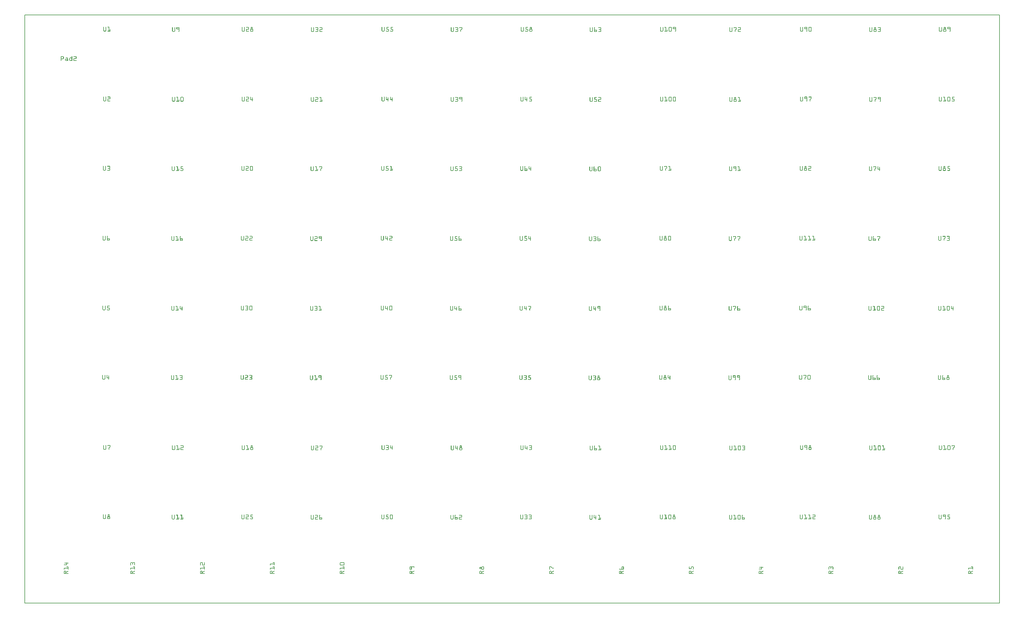
<source format=gto>
G04 MADE WITH FRITZING*
G04 WWW.FRITZING.ORG*
G04 SINGLE SIDED*
G04 HOLES NOT PLATED*
G04 CONTOUR ON CENTER OF CONTOUR VECTOR*
%ASAXBY*%
%FSLAX23Y23*%
%MOIN*%
%OFA0B0*%
%SFA1.0B1.0*%
%ADD10R,11.547400X6.970050X11.531400X6.954050*%
%ADD11C,0.008000*%
%ADD12R,0.001000X0.001000*%
%LNSILK1*%
G90*
G70*
G54D11*
X4Y6966D02*
X11543Y6966D01*
X11543Y4D01*
X4Y4D01*
X4Y6966D01*
D02*
G54D12*
X936Y6824D02*
X939Y6824D01*
X964Y6824D02*
X967Y6824D01*
X986Y6824D02*
X1004Y6824D01*
X935Y6823D02*
X940Y6823D01*
X963Y6823D02*
X968Y6823D01*
X985Y6823D02*
X1004Y6823D01*
X4232Y6823D02*
X4235Y6823D01*
X4259Y6823D02*
X4262Y6823D01*
X4287Y6823D02*
X4312Y6823D01*
X4337Y6823D02*
X4362Y6823D01*
X9186Y6823D02*
X9189Y6823D01*
X9214Y6823D02*
X9217Y6823D01*
X9236Y6823D02*
X9267Y6823D01*
X9289Y6823D02*
X9314Y6823D01*
X935Y6822D02*
X941Y6822D01*
X962Y6822D02*
X968Y6822D01*
X985Y6822D02*
X1004Y6822D01*
X2576Y6822D02*
X2579Y6822D01*
X2603Y6822D02*
X2606Y6822D01*
X2626Y6822D02*
X2654Y6822D01*
X2683Y6822D02*
X2700Y6822D01*
X4231Y6822D02*
X4235Y6822D01*
X4258Y6822D02*
X4263Y6822D01*
X4287Y6822D02*
X4313Y6822D01*
X4337Y6822D02*
X4363Y6822D01*
X5881Y6822D02*
X5883Y6822D01*
X5908Y6822D02*
X5911Y6822D01*
X5936Y6822D02*
X5961Y6822D01*
X5988Y6822D02*
X6004Y6822D01*
X7530Y6822D02*
X7534Y6822D01*
X7558Y6822D02*
X7561Y6822D01*
X7580Y6822D02*
X7599Y6822D01*
X7633Y6822D02*
X7659Y6822D01*
X7680Y6822D02*
X7711Y6822D01*
X9185Y6822D02*
X9190Y6822D01*
X9213Y6822D02*
X9218Y6822D01*
X9235Y6822D02*
X9268Y6822D01*
X9287Y6822D02*
X9316Y6822D01*
X935Y6821D02*
X941Y6821D01*
X962Y6821D02*
X968Y6821D01*
X985Y6821D02*
X1004Y6821D01*
X2575Y6821D02*
X2580Y6821D01*
X2602Y6821D02*
X2607Y6821D01*
X2625Y6821D02*
X2655Y6821D01*
X2682Y6821D02*
X2700Y6821D01*
X4230Y6821D02*
X4236Y6821D01*
X4258Y6821D02*
X4263Y6821D01*
X4287Y6821D02*
X4313Y6821D01*
X4337Y6821D02*
X4363Y6821D01*
X5880Y6821D02*
X5884Y6821D01*
X5907Y6821D02*
X5912Y6821D01*
X5936Y6821D02*
X5962Y6821D01*
X5987Y6821D02*
X6005Y6821D01*
X7530Y6821D02*
X7535Y6821D01*
X7557Y6821D02*
X7562Y6821D01*
X7580Y6821D02*
X7599Y6821D01*
X7632Y6821D02*
X7660Y6821D01*
X7680Y6821D02*
X7712Y6821D01*
X9185Y6821D02*
X9191Y6821D01*
X9212Y6821D02*
X9218Y6821D01*
X9235Y6821D02*
X9268Y6821D01*
X9286Y6821D02*
X9317Y6821D01*
X10830Y6821D02*
X10834Y6821D01*
X10858Y6821D02*
X10861Y6821D01*
X10887Y6821D02*
X10904Y6821D01*
X10930Y6821D02*
X10961Y6821D01*
X935Y6820D02*
X941Y6820D01*
X962Y6820D02*
X968Y6820D01*
X985Y6820D02*
X1004Y6820D01*
X1751Y6820D02*
X1754Y6820D01*
X1778Y6820D02*
X1782Y6820D01*
X1801Y6820D02*
X1832Y6820D01*
X2575Y6820D02*
X2580Y6820D01*
X2602Y6820D02*
X2608Y6820D01*
X2624Y6820D02*
X2656Y6820D01*
X2681Y6820D02*
X2701Y6820D01*
X4230Y6820D02*
X4236Y6820D01*
X4258Y6820D02*
X4264Y6820D01*
X4287Y6820D02*
X4314Y6820D01*
X4337Y6820D02*
X4364Y6820D01*
X5080Y6820D02*
X5080Y6820D01*
X5103Y6820D02*
X5127Y6820D01*
X5153Y6820D02*
X5183Y6820D01*
X5879Y6820D02*
X5885Y6820D01*
X5907Y6820D02*
X5912Y6820D01*
X5936Y6820D02*
X5962Y6820D01*
X5986Y6820D02*
X6005Y6820D01*
X7529Y6820D02*
X7535Y6820D01*
X7557Y6820D02*
X7562Y6820D01*
X7579Y6820D02*
X7599Y6820D01*
X7631Y6820D02*
X7661Y6820D01*
X7679Y6820D02*
X7712Y6820D01*
X9185Y6820D02*
X9191Y6820D01*
X9212Y6820D02*
X9218Y6820D01*
X9235Y6820D02*
X9268Y6820D01*
X9286Y6820D02*
X9317Y6820D01*
X10035Y6820D02*
X10035Y6820D01*
X10064Y6820D02*
X10078Y6820D01*
X10108Y6820D02*
X10132Y6820D01*
X10830Y6820D02*
X10835Y6820D01*
X10857Y6820D02*
X10862Y6820D01*
X10886Y6820D02*
X10905Y6820D01*
X10930Y6820D02*
X10962Y6820D01*
X935Y6819D02*
X941Y6819D01*
X962Y6819D02*
X968Y6819D01*
X985Y6819D02*
X1004Y6819D01*
X1750Y6819D02*
X1755Y6819D01*
X1778Y6819D02*
X1783Y6819D01*
X1800Y6819D02*
X1833Y6819D01*
X2574Y6819D02*
X2580Y6819D01*
X2602Y6819D02*
X2608Y6819D01*
X2624Y6819D02*
X2657Y6819D01*
X2681Y6819D02*
X2701Y6819D01*
X3397Y6819D02*
X3397Y6819D01*
X3424Y6819D02*
X3425Y6819D01*
X3447Y6819D02*
X3472Y6819D01*
X3497Y6819D02*
X3522Y6819D01*
X4230Y6819D02*
X4236Y6819D01*
X4258Y6819D02*
X4264Y6819D01*
X4287Y6819D02*
X4313Y6819D01*
X4337Y6819D02*
X4363Y6819D01*
X5051Y6819D02*
X5055Y6819D01*
X5078Y6819D02*
X5082Y6819D01*
X5101Y6819D02*
X5130Y6819D01*
X5151Y6819D02*
X5183Y6819D01*
X5879Y6819D02*
X5885Y6819D01*
X5907Y6819D02*
X5913Y6819D01*
X5936Y6819D02*
X5963Y6819D01*
X5986Y6819D02*
X6006Y6819D01*
X7529Y6819D02*
X7535Y6819D01*
X7557Y6819D02*
X7563Y6819D01*
X7579Y6819D02*
X7599Y6819D01*
X7630Y6819D02*
X7662Y6819D01*
X7679Y6819D02*
X7713Y6819D01*
X8351Y6819D02*
X8352Y6819D01*
X8379Y6819D02*
X8380Y6819D01*
X8401Y6819D02*
X8432Y6819D01*
X8451Y6819D02*
X8477Y6819D01*
X9185Y6819D02*
X9191Y6819D01*
X9212Y6819D02*
X9218Y6819D01*
X9235Y6819D02*
X9268Y6819D01*
X9285Y6819D02*
X9318Y6819D01*
X10005Y6819D02*
X10009Y6819D01*
X10033Y6819D02*
X10037Y6819D01*
X10062Y6819D02*
X10080Y6819D01*
X10105Y6819D02*
X10135Y6819D01*
X10829Y6819D02*
X10835Y6819D01*
X10857Y6819D02*
X10863Y6819D01*
X10886Y6819D02*
X10906Y6819D01*
X10929Y6819D02*
X10963Y6819D01*
X935Y6818D02*
X941Y6818D01*
X962Y6818D02*
X968Y6818D01*
X987Y6818D02*
X1004Y6818D01*
X1750Y6818D02*
X1756Y6818D01*
X1777Y6818D02*
X1783Y6818D01*
X1800Y6818D02*
X1833Y6818D01*
X2574Y6818D02*
X2580Y6818D01*
X2602Y6818D02*
X2608Y6818D01*
X2625Y6818D02*
X2658Y6818D01*
X2681Y6818D02*
X2701Y6818D01*
X3395Y6818D02*
X3399Y6818D01*
X3423Y6818D02*
X3427Y6818D01*
X3445Y6818D02*
X3474Y6818D01*
X3495Y6818D02*
X3524Y6818D01*
X4230Y6818D02*
X4236Y6818D01*
X4258Y6818D02*
X4264Y6818D01*
X4287Y6818D02*
X4313Y6818D01*
X4337Y6818D02*
X4363Y6818D01*
X5050Y6818D02*
X5055Y6818D01*
X5078Y6818D02*
X5083Y6818D01*
X5100Y6818D02*
X5131Y6818D01*
X5150Y6818D02*
X5183Y6818D01*
X5879Y6818D02*
X5885Y6818D01*
X5907Y6818D02*
X5913Y6818D01*
X5936Y6818D02*
X5962Y6818D01*
X5986Y6818D02*
X6006Y6818D01*
X6696Y6818D02*
X6698Y6818D01*
X6724Y6818D02*
X6725Y6818D01*
X6746Y6818D02*
X6751Y6818D01*
X6796Y6818D02*
X6822Y6818D01*
X7529Y6818D02*
X7535Y6818D01*
X7557Y6818D02*
X7563Y6818D01*
X7579Y6818D02*
X7599Y6818D01*
X7629Y6818D02*
X7662Y6818D01*
X7679Y6818D02*
X7713Y6818D01*
X8350Y6818D02*
X8354Y6818D01*
X8377Y6818D02*
X8381Y6818D01*
X8400Y6818D02*
X8432Y6818D01*
X8450Y6818D02*
X8479Y6818D01*
X9185Y6818D02*
X9191Y6818D01*
X9212Y6818D02*
X9218Y6818D01*
X9235Y6818D02*
X9268Y6818D01*
X9285Y6818D02*
X9318Y6818D01*
X10005Y6818D02*
X10010Y6818D01*
X10032Y6818D02*
X10038Y6818D01*
X10062Y6818D02*
X10081Y6818D01*
X10105Y6818D02*
X10136Y6818D01*
X10829Y6818D02*
X10835Y6818D01*
X10857Y6818D02*
X10863Y6818D01*
X10886Y6818D02*
X10906Y6818D01*
X10929Y6818D02*
X10963Y6818D01*
X935Y6817D02*
X941Y6817D01*
X962Y6817D02*
X968Y6817D01*
X998Y6817D02*
X1004Y6817D01*
X1750Y6817D02*
X1756Y6817D01*
X1777Y6817D02*
X1783Y6817D01*
X1800Y6817D02*
X1833Y6817D01*
X2574Y6817D02*
X2580Y6817D01*
X2602Y6817D02*
X2608Y6817D01*
X2625Y6817D02*
X2658Y6817D01*
X2681Y6817D02*
X2701Y6817D01*
X3394Y6817D02*
X3400Y6817D01*
X3422Y6817D02*
X3427Y6817D01*
X3444Y6817D02*
X3476Y6817D01*
X3494Y6817D02*
X3525Y6817D01*
X4230Y6817D02*
X4236Y6817D01*
X4258Y6817D02*
X4264Y6817D01*
X4287Y6817D02*
X4312Y6817D01*
X4337Y6817D02*
X4362Y6817D01*
X5050Y6817D02*
X5056Y6817D01*
X5077Y6817D02*
X5083Y6817D01*
X5100Y6817D02*
X5132Y6817D01*
X5150Y6817D02*
X5183Y6817D01*
X5879Y6817D02*
X5885Y6817D01*
X5907Y6817D02*
X5913Y6817D01*
X5936Y6817D02*
X5962Y6817D01*
X5986Y6817D02*
X6006Y6817D01*
X6695Y6817D02*
X6699Y6817D01*
X6723Y6817D02*
X6727Y6817D01*
X6745Y6817D02*
X6753Y6817D01*
X6795Y6817D02*
X6824Y6817D01*
X7529Y6817D02*
X7535Y6817D01*
X7557Y6817D02*
X7563Y6817D01*
X7580Y6817D02*
X7599Y6817D01*
X7629Y6817D02*
X7663Y6817D01*
X7679Y6817D02*
X7713Y6817D01*
X8349Y6817D02*
X8354Y6817D01*
X8377Y6817D02*
X8382Y6817D01*
X8399Y6817D02*
X8432Y6817D01*
X8449Y6817D02*
X8480Y6817D01*
X9185Y6817D02*
X9191Y6817D01*
X9212Y6817D02*
X9218Y6817D01*
X9235Y6817D02*
X9268Y6817D01*
X9285Y6817D02*
X9318Y6817D01*
X10004Y6817D02*
X10010Y6817D01*
X10032Y6817D02*
X10038Y6817D01*
X10061Y6817D02*
X10081Y6817D01*
X10104Y6817D02*
X10137Y6817D01*
X10829Y6817D02*
X10835Y6817D01*
X10857Y6817D02*
X10863Y6817D01*
X10886Y6817D02*
X10906Y6817D01*
X10929Y6817D02*
X10963Y6817D01*
X935Y6816D02*
X941Y6816D01*
X962Y6816D02*
X968Y6816D01*
X998Y6816D02*
X1004Y6816D01*
X1750Y6816D02*
X1756Y6816D01*
X1777Y6816D02*
X1783Y6816D01*
X1800Y6816D02*
X1833Y6816D01*
X2574Y6816D02*
X2580Y6816D01*
X2602Y6816D02*
X2608Y6816D01*
X2627Y6816D02*
X2658Y6816D01*
X2681Y6816D02*
X2701Y6816D01*
X3394Y6816D02*
X3400Y6816D01*
X3422Y6816D02*
X3428Y6816D01*
X3444Y6816D02*
X3476Y6816D01*
X3494Y6816D02*
X3526Y6816D01*
X4230Y6816D02*
X4236Y6816D01*
X4258Y6816D02*
X4264Y6816D01*
X4287Y6816D02*
X4293Y6816D01*
X4337Y6816D02*
X4343Y6816D01*
X5050Y6816D02*
X5056Y6816D01*
X5077Y6816D02*
X5083Y6816D01*
X5100Y6816D02*
X5133Y6816D01*
X5150Y6816D02*
X5183Y6816D01*
X5879Y6816D02*
X5885Y6816D01*
X5907Y6816D02*
X5913Y6816D01*
X5936Y6816D02*
X5961Y6816D01*
X5986Y6816D02*
X6006Y6816D01*
X6694Y6816D02*
X6700Y6816D01*
X6722Y6816D02*
X6727Y6816D01*
X6744Y6816D02*
X6753Y6816D01*
X6794Y6816D02*
X6826Y6816D01*
X7529Y6816D02*
X7535Y6816D01*
X7557Y6816D02*
X7563Y6816D01*
X7581Y6816D02*
X7599Y6816D01*
X7629Y6816D02*
X7663Y6816D01*
X7679Y6816D02*
X7713Y6816D01*
X8349Y6816D02*
X8355Y6816D01*
X8376Y6816D02*
X8382Y6816D01*
X8399Y6816D02*
X8432Y6816D01*
X8449Y6816D02*
X8481Y6816D01*
X9185Y6816D02*
X9191Y6816D01*
X9212Y6816D02*
X9218Y6816D01*
X9235Y6816D02*
X9241Y6816D01*
X9262Y6816D02*
X9268Y6816D01*
X9285Y6816D02*
X9291Y6816D01*
X9312Y6816D02*
X9318Y6816D01*
X10004Y6816D02*
X10010Y6816D01*
X10032Y6816D02*
X10038Y6816D01*
X10061Y6816D02*
X10081Y6816D01*
X10105Y6816D02*
X10137Y6816D01*
X10829Y6816D02*
X10835Y6816D01*
X10857Y6816D02*
X10863Y6816D01*
X10886Y6816D02*
X10906Y6816D01*
X10929Y6816D02*
X10963Y6816D01*
X935Y6815D02*
X941Y6815D01*
X962Y6815D02*
X968Y6815D01*
X998Y6815D02*
X1004Y6815D01*
X1750Y6815D02*
X1756Y6815D01*
X1777Y6815D02*
X1783Y6815D01*
X1800Y6815D02*
X1833Y6815D01*
X2574Y6815D02*
X2580Y6815D01*
X2602Y6815D02*
X2608Y6815D01*
X2652Y6815D02*
X2658Y6815D01*
X2681Y6815D02*
X2687Y6815D01*
X2695Y6815D02*
X2701Y6815D01*
X3394Y6815D02*
X3400Y6815D01*
X3422Y6815D02*
X3428Y6815D01*
X3444Y6815D02*
X3477Y6815D01*
X3494Y6815D02*
X3527Y6815D01*
X4230Y6815D02*
X4236Y6815D01*
X4258Y6815D02*
X4264Y6815D01*
X4287Y6815D02*
X4293Y6815D01*
X4337Y6815D02*
X4343Y6815D01*
X5050Y6815D02*
X5056Y6815D01*
X5077Y6815D02*
X5083Y6815D01*
X5100Y6815D02*
X5133Y6815D01*
X5150Y6815D02*
X5183Y6815D01*
X5879Y6815D02*
X5885Y6815D01*
X5907Y6815D02*
X5913Y6815D01*
X5936Y6815D02*
X5942Y6815D01*
X5986Y6815D02*
X5992Y6815D01*
X6000Y6815D02*
X6006Y6815D01*
X6694Y6815D02*
X6700Y6815D01*
X6722Y6815D02*
X6728Y6815D01*
X6744Y6815D02*
X6753Y6815D01*
X6794Y6815D02*
X6826Y6815D01*
X7529Y6815D02*
X7535Y6815D01*
X7557Y6815D02*
X7563Y6815D01*
X7593Y6815D02*
X7599Y6815D01*
X7629Y6815D02*
X7635Y6815D01*
X7657Y6815D02*
X7663Y6815D01*
X7679Y6815D02*
X7685Y6815D01*
X7707Y6815D02*
X7713Y6815D01*
X8349Y6815D02*
X8355Y6815D01*
X8376Y6815D02*
X8382Y6815D01*
X8399Y6815D02*
X8432Y6815D01*
X8449Y6815D02*
X8482Y6815D01*
X9185Y6815D02*
X9191Y6815D01*
X9212Y6815D02*
X9218Y6815D01*
X9235Y6815D02*
X9241Y6815D01*
X9262Y6815D02*
X9268Y6815D01*
X9285Y6815D02*
X9291Y6815D01*
X9312Y6815D02*
X9318Y6815D01*
X10004Y6815D02*
X10010Y6815D01*
X10032Y6815D02*
X10038Y6815D01*
X10061Y6815D02*
X10081Y6815D01*
X10105Y6815D02*
X10138Y6815D01*
X10829Y6815D02*
X10835Y6815D01*
X10857Y6815D02*
X10863Y6815D01*
X10886Y6815D02*
X10906Y6815D01*
X10929Y6815D02*
X10963Y6815D01*
X935Y6814D02*
X941Y6814D01*
X962Y6814D02*
X968Y6814D01*
X998Y6814D02*
X1004Y6814D01*
X1750Y6814D02*
X1756Y6814D01*
X1777Y6814D02*
X1783Y6814D01*
X1800Y6814D02*
X1833Y6814D01*
X2574Y6814D02*
X2580Y6814D01*
X2602Y6814D02*
X2608Y6814D01*
X2652Y6814D02*
X2658Y6814D01*
X2681Y6814D02*
X2687Y6814D01*
X2695Y6814D02*
X2701Y6814D01*
X3394Y6814D02*
X3400Y6814D01*
X3422Y6814D02*
X3428Y6814D01*
X3444Y6814D02*
X3477Y6814D01*
X3494Y6814D02*
X3527Y6814D01*
X4230Y6814D02*
X4236Y6814D01*
X4258Y6814D02*
X4264Y6814D01*
X4287Y6814D02*
X4293Y6814D01*
X4337Y6814D02*
X4343Y6814D01*
X5050Y6814D02*
X5056Y6814D01*
X5077Y6814D02*
X5083Y6814D01*
X5101Y6814D02*
X5133Y6814D01*
X5150Y6814D02*
X5183Y6814D01*
X5879Y6814D02*
X5885Y6814D01*
X5907Y6814D02*
X5913Y6814D01*
X5936Y6814D02*
X5942Y6814D01*
X5986Y6814D02*
X5992Y6814D01*
X6000Y6814D02*
X6006Y6814D01*
X6694Y6814D02*
X6700Y6814D01*
X6722Y6814D02*
X6728Y6814D01*
X6744Y6814D02*
X6753Y6814D01*
X6794Y6814D02*
X6827Y6814D01*
X7529Y6814D02*
X7535Y6814D01*
X7557Y6814D02*
X7563Y6814D01*
X7593Y6814D02*
X7599Y6814D01*
X7629Y6814D02*
X7635Y6814D01*
X7657Y6814D02*
X7663Y6814D01*
X7679Y6814D02*
X7685Y6814D01*
X7707Y6814D02*
X7713Y6814D01*
X8349Y6814D02*
X8355Y6814D01*
X8376Y6814D02*
X8382Y6814D01*
X8399Y6814D02*
X8432Y6814D01*
X8449Y6814D02*
X8482Y6814D01*
X9185Y6814D02*
X9191Y6814D01*
X9212Y6814D02*
X9218Y6814D01*
X9235Y6814D02*
X9241Y6814D01*
X9262Y6814D02*
X9268Y6814D01*
X9285Y6814D02*
X9291Y6814D01*
X9312Y6814D02*
X9318Y6814D01*
X10004Y6814D02*
X10010Y6814D01*
X10032Y6814D02*
X10038Y6814D01*
X10061Y6814D02*
X10081Y6814D01*
X10106Y6814D02*
X10138Y6814D01*
X10829Y6814D02*
X10835Y6814D01*
X10857Y6814D02*
X10863Y6814D01*
X10886Y6814D02*
X10892Y6814D01*
X10900Y6814D02*
X10906Y6814D01*
X10929Y6814D02*
X10935Y6814D01*
X10957Y6814D02*
X10963Y6814D01*
X935Y6813D02*
X941Y6813D01*
X962Y6813D02*
X968Y6813D01*
X998Y6813D02*
X1004Y6813D01*
X1750Y6813D02*
X1756Y6813D01*
X1777Y6813D02*
X1783Y6813D01*
X1800Y6813D02*
X1806Y6813D01*
X1827Y6813D02*
X1833Y6813D01*
X2574Y6813D02*
X2580Y6813D01*
X2602Y6813D02*
X2608Y6813D01*
X2652Y6813D02*
X2658Y6813D01*
X2681Y6813D02*
X2687Y6813D01*
X2695Y6813D02*
X2701Y6813D01*
X3394Y6813D02*
X3400Y6813D01*
X3422Y6813D02*
X3428Y6813D01*
X3445Y6813D02*
X3478Y6813D01*
X3495Y6813D02*
X3528Y6813D01*
X4230Y6813D02*
X4236Y6813D01*
X4258Y6813D02*
X4264Y6813D01*
X4287Y6813D02*
X4293Y6813D01*
X4337Y6813D02*
X4343Y6813D01*
X5050Y6813D02*
X5056Y6813D01*
X5077Y6813D02*
X5083Y6813D01*
X5127Y6813D02*
X5133Y6813D01*
X5150Y6813D02*
X5156Y6813D01*
X5177Y6813D02*
X5183Y6813D01*
X5879Y6813D02*
X5885Y6813D01*
X5907Y6813D02*
X5913Y6813D01*
X5936Y6813D02*
X5942Y6813D01*
X5986Y6813D02*
X5992Y6813D01*
X6000Y6813D02*
X6006Y6813D01*
X6694Y6813D02*
X6700Y6813D01*
X6722Y6813D02*
X6728Y6813D01*
X6744Y6813D02*
X6753Y6813D01*
X6795Y6813D02*
X6827Y6813D01*
X7529Y6813D02*
X7535Y6813D01*
X7557Y6813D02*
X7563Y6813D01*
X7593Y6813D02*
X7599Y6813D01*
X7629Y6813D02*
X7635Y6813D01*
X7657Y6813D02*
X7663Y6813D01*
X7679Y6813D02*
X7685Y6813D01*
X7707Y6813D02*
X7713Y6813D01*
X8349Y6813D02*
X8355Y6813D01*
X8376Y6813D02*
X8382Y6813D01*
X8399Y6813D02*
X8432Y6813D01*
X8450Y6813D02*
X8482Y6813D01*
X9185Y6813D02*
X9191Y6813D01*
X9212Y6813D02*
X9218Y6813D01*
X9235Y6813D02*
X9241Y6813D01*
X9262Y6813D02*
X9268Y6813D01*
X9285Y6813D02*
X9291Y6813D01*
X9312Y6813D02*
X9318Y6813D01*
X10004Y6813D02*
X10010Y6813D01*
X10032Y6813D02*
X10038Y6813D01*
X10061Y6813D02*
X10068Y6813D01*
X10075Y6813D02*
X10081Y6813D01*
X10132Y6813D02*
X10138Y6813D01*
X10829Y6813D02*
X10835Y6813D01*
X10857Y6813D02*
X10863Y6813D01*
X10886Y6813D02*
X10892Y6813D01*
X10900Y6813D02*
X10906Y6813D01*
X10929Y6813D02*
X10935Y6813D01*
X10957Y6813D02*
X10963Y6813D01*
X935Y6812D02*
X941Y6812D01*
X962Y6812D02*
X968Y6812D01*
X998Y6812D02*
X1004Y6812D01*
X1750Y6812D02*
X1756Y6812D01*
X1777Y6812D02*
X1783Y6812D01*
X1800Y6812D02*
X1806Y6812D01*
X1827Y6812D02*
X1833Y6812D01*
X2574Y6812D02*
X2580Y6812D01*
X2602Y6812D02*
X2608Y6812D01*
X2652Y6812D02*
X2658Y6812D01*
X2681Y6812D02*
X2687Y6812D01*
X2695Y6812D02*
X2701Y6812D01*
X3394Y6812D02*
X3400Y6812D01*
X3422Y6812D02*
X3428Y6812D01*
X3471Y6812D02*
X3478Y6812D01*
X3521Y6812D02*
X3528Y6812D01*
X4230Y6812D02*
X4236Y6812D01*
X4258Y6812D02*
X4264Y6812D01*
X4287Y6812D02*
X4293Y6812D01*
X4337Y6812D02*
X4343Y6812D01*
X5050Y6812D02*
X5056Y6812D01*
X5077Y6812D02*
X5083Y6812D01*
X5127Y6812D02*
X5133Y6812D01*
X5150Y6812D02*
X5155Y6812D01*
X5177Y6812D02*
X5183Y6812D01*
X5879Y6812D02*
X5885Y6812D01*
X5907Y6812D02*
X5913Y6812D01*
X5936Y6812D02*
X5942Y6812D01*
X5986Y6812D02*
X5992Y6812D01*
X6000Y6812D02*
X6006Y6812D01*
X6694Y6812D02*
X6700Y6812D01*
X6722Y6812D02*
X6728Y6812D01*
X6744Y6812D02*
X6752Y6812D01*
X6795Y6812D02*
X6828Y6812D01*
X7529Y6812D02*
X7535Y6812D01*
X7557Y6812D02*
X7563Y6812D01*
X7593Y6812D02*
X7599Y6812D01*
X7629Y6812D02*
X7635Y6812D01*
X7657Y6812D02*
X7663Y6812D01*
X7679Y6812D02*
X7685Y6812D01*
X7707Y6812D02*
X7713Y6812D01*
X8349Y6812D02*
X8355Y6812D01*
X8376Y6812D02*
X8382Y6812D01*
X8399Y6812D02*
X8405Y6812D01*
X8426Y6812D02*
X8432Y6812D01*
X8476Y6812D02*
X8482Y6812D01*
X9185Y6812D02*
X9191Y6812D01*
X9212Y6812D02*
X9218Y6812D01*
X9235Y6812D02*
X9241Y6812D01*
X9262Y6812D02*
X9268Y6812D01*
X9285Y6812D02*
X9291Y6812D01*
X9312Y6812D02*
X9318Y6812D01*
X10004Y6812D02*
X10010Y6812D01*
X10032Y6812D02*
X10038Y6812D01*
X10061Y6812D02*
X10067Y6812D01*
X10075Y6812D02*
X10081Y6812D01*
X10132Y6812D02*
X10138Y6812D01*
X10829Y6812D02*
X10835Y6812D01*
X10857Y6812D02*
X10863Y6812D01*
X10886Y6812D02*
X10892Y6812D01*
X10900Y6812D02*
X10906Y6812D01*
X10929Y6812D02*
X10935Y6812D01*
X10957Y6812D02*
X10963Y6812D01*
X935Y6811D02*
X941Y6811D01*
X962Y6811D02*
X968Y6811D01*
X998Y6811D02*
X1004Y6811D01*
X1750Y6811D02*
X1756Y6811D01*
X1777Y6811D02*
X1783Y6811D01*
X1800Y6811D02*
X1806Y6811D01*
X1827Y6811D02*
X1833Y6811D01*
X2574Y6811D02*
X2580Y6811D01*
X2602Y6811D02*
X2608Y6811D01*
X2652Y6811D02*
X2658Y6811D01*
X2681Y6811D02*
X2687Y6811D01*
X2695Y6811D02*
X2701Y6811D01*
X3394Y6811D02*
X3400Y6811D01*
X3422Y6811D02*
X3428Y6811D01*
X3472Y6811D02*
X3478Y6811D01*
X3522Y6811D02*
X3528Y6811D01*
X4230Y6811D02*
X4236Y6811D01*
X4258Y6811D02*
X4264Y6811D01*
X4287Y6811D02*
X4293Y6811D01*
X4337Y6811D02*
X4343Y6811D01*
X5050Y6811D02*
X5056Y6811D01*
X5077Y6811D02*
X5083Y6811D01*
X5127Y6811D02*
X5133Y6811D01*
X5151Y6811D02*
X5154Y6811D01*
X5177Y6811D02*
X5183Y6811D01*
X5879Y6811D02*
X5885Y6811D01*
X5907Y6811D02*
X5913Y6811D01*
X5936Y6811D02*
X5942Y6811D01*
X5986Y6811D02*
X5992Y6811D01*
X6000Y6811D02*
X6006Y6811D01*
X6694Y6811D02*
X6700Y6811D01*
X6722Y6811D02*
X6728Y6811D01*
X6744Y6811D02*
X6750Y6811D01*
X6821Y6811D02*
X6828Y6811D01*
X7529Y6811D02*
X7535Y6811D01*
X7557Y6811D02*
X7563Y6811D01*
X7593Y6811D02*
X7599Y6811D01*
X7629Y6811D02*
X7635Y6811D01*
X7657Y6811D02*
X7663Y6811D01*
X7679Y6811D02*
X7685Y6811D01*
X7707Y6811D02*
X7713Y6811D01*
X8349Y6811D02*
X8355Y6811D01*
X8376Y6811D02*
X8382Y6811D01*
X8399Y6811D02*
X8404Y6811D01*
X8426Y6811D02*
X8432Y6811D01*
X8476Y6811D02*
X8482Y6811D01*
X9185Y6811D02*
X9191Y6811D01*
X9212Y6811D02*
X9218Y6811D01*
X9235Y6811D02*
X9241Y6811D01*
X9262Y6811D02*
X9268Y6811D01*
X9285Y6811D02*
X9291Y6811D01*
X9312Y6811D02*
X9318Y6811D01*
X10004Y6811D02*
X10010Y6811D01*
X10032Y6811D02*
X10038Y6811D01*
X10061Y6811D02*
X10067Y6811D01*
X10075Y6811D02*
X10081Y6811D01*
X10132Y6811D02*
X10138Y6811D01*
X10829Y6811D02*
X10835Y6811D01*
X10857Y6811D02*
X10863Y6811D01*
X10886Y6811D02*
X10892Y6811D01*
X10900Y6811D02*
X10906Y6811D01*
X10929Y6811D02*
X10935Y6811D01*
X10957Y6811D02*
X10963Y6811D01*
X935Y6810D02*
X941Y6810D01*
X962Y6810D02*
X968Y6810D01*
X998Y6810D02*
X1004Y6810D01*
X1750Y6810D02*
X1756Y6810D01*
X1777Y6810D02*
X1783Y6810D01*
X1800Y6810D02*
X1806Y6810D01*
X1827Y6810D02*
X1833Y6810D01*
X2574Y6810D02*
X2580Y6810D01*
X2602Y6810D02*
X2608Y6810D01*
X2652Y6810D02*
X2658Y6810D01*
X2681Y6810D02*
X2687Y6810D01*
X2695Y6810D02*
X2701Y6810D01*
X3394Y6810D02*
X3400Y6810D01*
X3422Y6810D02*
X3428Y6810D01*
X3472Y6810D02*
X3478Y6810D01*
X3522Y6810D02*
X3528Y6810D01*
X4230Y6810D02*
X4236Y6810D01*
X4258Y6810D02*
X4264Y6810D01*
X4287Y6810D02*
X4293Y6810D01*
X4337Y6810D02*
X4343Y6810D01*
X5050Y6810D02*
X5056Y6810D01*
X5077Y6810D02*
X5083Y6810D01*
X5127Y6810D02*
X5133Y6810D01*
X5177Y6810D02*
X5183Y6810D01*
X5879Y6810D02*
X5885Y6810D01*
X5907Y6810D02*
X5913Y6810D01*
X5936Y6810D02*
X5942Y6810D01*
X5986Y6810D02*
X5992Y6810D01*
X6000Y6810D02*
X6006Y6810D01*
X6694Y6810D02*
X6700Y6810D01*
X6722Y6810D02*
X6728Y6810D01*
X6744Y6810D02*
X6750Y6810D01*
X6822Y6810D02*
X6828Y6810D01*
X7529Y6810D02*
X7535Y6810D01*
X7557Y6810D02*
X7563Y6810D01*
X7593Y6810D02*
X7599Y6810D01*
X7629Y6810D02*
X7635Y6810D01*
X7657Y6810D02*
X7663Y6810D01*
X7679Y6810D02*
X7685Y6810D01*
X7707Y6810D02*
X7713Y6810D01*
X8349Y6810D02*
X8355Y6810D01*
X8376Y6810D02*
X8382Y6810D01*
X8400Y6810D02*
X8403Y6810D01*
X8426Y6810D02*
X8432Y6810D01*
X8476Y6810D02*
X8482Y6810D01*
X9185Y6810D02*
X9191Y6810D01*
X9212Y6810D02*
X9218Y6810D01*
X9235Y6810D02*
X9241Y6810D01*
X9262Y6810D02*
X9268Y6810D01*
X9285Y6810D02*
X9291Y6810D01*
X9312Y6810D02*
X9318Y6810D01*
X10004Y6810D02*
X10010Y6810D01*
X10032Y6810D02*
X10038Y6810D01*
X10061Y6810D02*
X10067Y6810D01*
X10075Y6810D02*
X10081Y6810D01*
X10132Y6810D02*
X10138Y6810D01*
X10829Y6810D02*
X10835Y6810D01*
X10857Y6810D02*
X10863Y6810D01*
X10886Y6810D02*
X10892Y6810D01*
X10900Y6810D02*
X10906Y6810D01*
X10929Y6810D02*
X10935Y6810D01*
X10957Y6810D02*
X10963Y6810D01*
X935Y6809D02*
X941Y6809D01*
X962Y6809D02*
X968Y6809D01*
X998Y6809D02*
X1004Y6809D01*
X1750Y6809D02*
X1756Y6809D01*
X1777Y6809D02*
X1783Y6809D01*
X1800Y6809D02*
X1806Y6809D01*
X1827Y6809D02*
X1833Y6809D01*
X2574Y6809D02*
X2580Y6809D01*
X2602Y6809D02*
X2608Y6809D01*
X2652Y6809D02*
X2658Y6809D01*
X2681Y6809D02*
X2687Y6809D01*
X2695Y6809D02*
X2701Y6809D01*
X3394Y6809D02*
X3400Y6809D01*
X3422Y6809D02*
X3428Y6809D01*
X3472Y6809D02*
X3478Y6809D01*
X3522Y6809D02*
X3528Y6809D01*
X4230Y6809D02*
X4236Y6809D01*
X4258Y6809D02*
X4264Y6809D01*
X4287Y6809D02*
X4293Y6809D01*
X4337Y6809D02*
X4343Y6809D01*
X5050Y6809D02*
X5056Y6809D01*
X5077Y6809D02*
X5083Y6809D01*
X5127Y6809D02*
X5133Y6809D01*
X5177Y6809D02*
X5183Y6809D01*
X5879Y6809D02*
X5885Y6809D01*
X5907Y6809D02*
X5913Y6809D01*
X5936Y6809D02*
X5942Y6809D01*
X5986Y6809D02*
X5992Y6809D01*
X6000Y6809D02*
X6006Y6809D01*
X6694Y6809D02*
X6700Y6809D01*
X6722Y6809D02*
X6728Y6809D01*
X6744Y6809D02*
X6750Y6809D01*
X6822Y6809D02*
X6828Y6809D01*
X7529Y6809D02*
X7535Y6809D01*
X7557Y6809D02*
X7563Y6809D01*
X7593Y6809D02*
X7599Y6809D01*
X7629Y6809D02*
X7635Y6809D01*
X7657Y6809D02*
X7663Y6809D01*
X7679Y6809D02*
X7685Y6809D01*
X7707Y6809D02*
X7713Y6809D01*
X8349Y6809D02*
X8355Y6809D01*
X8376Y6809D02*
X8382Y6809D01*
X8426Y6809D02*
X8432Y6809D01*
X8476Y6809D02*
X8482Y6809D01*
X9185Y6809D02*
X9191Y6809D01*
X9212Y6809D02*
X9218Y6809D01*
X9235Y6809D02*
X9241Y6809D01*
X9262Y6809D02*
X9268Y6809D01*
X9285Y6809D02*
X9291Y6809D01*
X9312Y6809D02*
X9318Y6809D01*
X10004Y6809D02*
X10010Y6809D01*
X10032Y6809D02*
X10038Y6809D01*
X10061Y6809D02*
X10067Y6809D01*
X10075Y6809D02*
X10081Y6809D01*
X10132Y6809D02*
X10138Y6809D01*
X10829Y6809D02*
X10835Y6809D01*
X10857Y6809D02*
X10863Y6809D01*
X10886Y6809D02*
X10892Y6809D01*
X10900Y6809D02*
X10906Y6809D01*
X10929Y6809D02*
X10935Y6809D01*
X10957Y6809D02*
X10963Y6809D01*
X935Y6808D02*
X941Y6808D01*
X962Y6808D02*
X968Y6808D01*
X998Y6808D02*
X1004Y6808D01*
X1750Y6808D02*
X1756Y6808D01*
X1777Y6808D02*
X1783Y6808D01*
X1800Y6808D02*
X1806Y6808D01*
X1827Y6808D02*
X1833Y6808D01*
X2574Y6808D02*
X2580Y6808D01*
X2602Y6808D02*
X2608Y6808D01*
X2652Y6808D02*
X2658Y6808D01*
X2681Y6808D02*
X2687Y6808D01*
X2695Y6808D02*
X2701Y6808D01*
X3394Y6808D02*
X3400Y6808D01*
X3422Y6808D02*
X3428Y6808D01*
X3472Y6808D02*
X3478Y6808D01*
X3522Y6808D02*
X3528Y6808D01*
X4230Y6808D02*
X4236Y6808D01*
X4258Y6808D02*
X4264Y6808D01*
X4287Y6808D02*
X4293Y6808D01*
X4337Y6808D02*
X4343Y6808D01*
X5050Y6808D02*
X5056Y6808D01*
X5077Y6808D02*
X5083Y6808D01*
X5127Y6808D02*
X5133Y6808D01*
X5177Y6808D02*
X5183Y6808D01*
X5879Y6808D02*
X5885Y6808D01*
X5907Y6808D02*
X5913Y6808D01*
X5936Y6808D02*
X5942Y6808D01*
X5986Y6808D02*
X5992Y6808D01*
X6000Y6808D02*
X6006Y6808D01*
X6694Y6808D02*
X6700Y6808D01*
X6722Y6808D02*
X6728Y6808D01*
X6744Y6808D02*
X6750Y6808D01*
X6822Y6808D02*
X6828Y6808D01*
X7529Y6808D02*
X7535Y6808D01*
X7557Y6808D02*
X7563Y6808D01*
X7593Y6808D02*
X7599Y6808D01*
X7629Y6808D02*
X7635Y6808D01*
X7657Y6808D02*
X7663Y6808D01*
X7679Y6808D02*
X7685Y6808D01*
X7707Y6808D02*
X7713Y6808D01*
X8349Y6808D02*
X8355Y6808D01*
X8376Y6808D02*
X8382Y6808D01*
X8426Y6808D02*
X8432Y6808D01*
X8476Y6808D02*
X8482Y6808D01*
X9185Y6808D02*
X9191Y6808D01*
X9212Y6808D02*
X9218Y6808D01*
X9235Y6808D02*
X9241Y6808D01*
X9262Y6808D02*
X9268Y6808D01*
X9285Y6808D02*
X9291Y6808D01*
X9312Y6808D02*
X9318Y6808D01*
X10004Y6808D02*
X10010Y6808D01*
X10032Y6808D02*
X10038Y6808D01*
X10061Y6808D02*
X10067Y6808D01*
X10075Y6808D02*
X10081Y6808D01*
X10132Y6808D02*
X10138Y6808D01*
X10829Y6808D02*
X10835Y6808D01*
X10857Y6808D02*
X10863Y6808D01*
X10886Y6808D02*
X10892Y6808D01*
X10900Y6808D02*
X10906Y6808D01*
X10929Y6808D02*
X10935Y6808D01*
X10957Y6808D02*
X10963Y6808D01*
X935Y6807D02*
X941Y6807D01*
X962Y6807D02*
X968Y6807D01*
X998Y6807D02*
X1004Y6807D01*
X1750Y6807D02*
X1756Y6807D01*
X1777Y6807D02*
X1783Y6807D01*
X1800Y6807D02*
X1806Y6807D01*
X1827Y6807D02*
X1833Y6807D01*
X2574Y6807D02*
X2580Y6807D01*
X2602Y6807D02*
X2608Y6807D01*
X2652Y6807D02*
X2658Y6807D01*
X2681Y6807D02*
X2687Y6807D01*
X2695Y6807D02*
X2701Y6807D01*
X3394Y6807D02*
X3400Y6807D01*
X3422Y6807D02*
X3428Y6807D01*
X3472Y6807D02*
X3478Y6807D01*
X3522Y6807D02*
X3528Y6807D01*
X4230Y6807D02*
X4236Y6807D01*
X4258Y6807D02*
X4264Y6807D01*
X4287Y6807D02*
X4293Y6807D01*
X4337Y6807D02*
X4343Y6807D01*
X5050Y6807D02*
X5056Y6807D01*
X5077Y6807D02*
X5083Y6807D01*
X5127Y6807D02*
X5133Y6807D01*
X5177Y6807D02*
X5183Y6807D01*
X5879Y6807D02*
X5885Y6807D01*
X5907Y6807D02*
X5913Y6807D01*
X5936Y6807D02*
X5942Y6807D01*
X5986Y6807D02*
X5992Y6807D01*
X6000Y6807D02*
X6006Y6807D01*
X6694Y6807D02*
X6700Y6807D01*
X6722Y6807D02*
X6728Y6807D01*
X6744Y6807D02*
X6750Y6807D01*
X6822Y6807D02*
X6828Y6807D01*
X7529Y6807D02*
X7535Y6807D01*
X7557Y6807D02*
X7563Y6807D01*
X7593Y6807D02*
X7599Y6807D01*
X7629Y6807D02*
X7635Y6807D01*
X7657Y6807D02*
X7663Y6807D01*
X7679Y6807D02*
X7685Y6807D01*
X7707Y6807D02*
X7713Y6807D01*
X8349Y6807D02*
X8355Y6807D01*
X8376Y6807D02*
X8382Y6807D01*
X8426Y6807D02*
X8432Y6807D01*
X8476Y6807D02*
X8482Y6807D01*
X9185Y6807D02*
X9191Y6807D01*
X9212Y6807D02*
X9218Y6807D01*
X9235Y6807D02*
X9241Y6807D01*
X9262Y6807D02*
X9268Y6807D01*
X9285Y6807D02*
X9291Y6807D01*
X9312Y6807D02*
X9318Y6807D01*
X10004Y6807D02*
X10010Y6807D01*
X10032Y6807D02*
X10038Y6807D01*
X10061Y6807D02*
X10067Y6807D01*
X10075Y6807D02*
X10081Y6807D01*
X10132Y6807D02*
X10138Y6807D01*
X10829Y6807D02*
X10835Y6807D01*
X10857Y6807D02*
X10863Y6807D01*
X10886Y6807D02*
X10892Y6807D01*
X10900Y6807D02*
X10906Y6807D01*
X10929Y6807D02*
X10935Y6807D01*
X10957Y6807D02*
X10963Y6807D01*
X935Y6806D02*
X941Y6806D01*
X962Y6806D02*
X968Y6806D01*
X998Y6806D02*
X1004Y6806D01*
X1750Y6806D02*
X1756Y6806D01*
X1777Y6806D02*
X1783Y6806D01*
X1800Y6806D02*
X1806Y6806D01*
X1827Y6806D02*
X1833Y6806D01*
X2574Y6806D02*
X2580Y6806D01*
X2602Y6806D02*
X2608Y6806D01*
X2652Y6806D02*
X2658Y6806D01*
X2681Y6806D02*
X2687Y6806D01*
X2695Y6806D02*
X2701Y6806D01*
X3394Y6806D02*
X3400Y6806D01*
X3422Y6806D02*
X3428Y6806D01*
X3472Y6806D02*
X3478Y6806D01*
X3522Y6806D02*
X3528Y6806D01*
X4230Y6806D02*
X4236Y6806D01*
X4258Y6806D02*
X4264Y6806D01*
X4287Y6806D02*
X4293Y6806D01*
X4337Y6806D02*
X4343Y6806D01*
X5050Y6806D02*
X5056Y6806D01*
X5077Y6806D02*
X5083Y6806D01*
X5127Y6806D02*
X5133Y6806D01*
X5177Y6806D02*
X5183Y6806D01*
X5879Y6806D02*
X5885Y6806D01*
X5907Y6806D02*
X5913Y6806D01*
X5936Y6806D02*
X5942Y6806D01*
X5986Y6806D02*
X5992Y6806D01*
X6000Y6806D02*
X6006Y6806D01*
X6694Y6806D02*
X6700Y6806D01*
X6722Y6806D02*
X6728Y6806D01*
X6744Y6806D02*
X6750Y6806D01*
X6822Y6806D02*
X6828Y6806D01*
X7529Y6806D02*
X7535Y6806D01*
X7557Y6806D02*
X7563Y6806D01*
X7593Y6806D02*
X7599Y6806D01*
X7629Y6806D02*
X7635Y6806D01*
X7657Y6806D02*
X7663Y6806D01*
X7679Y6806D02*
X7685Y6806D01*
X7707Y6806D02*
X7713Y6806D01*
X8349Y6806D02*
X8355Y6806D01*
X8376Y6806D02*
X8382Y6806D01*
X8426Y6806D02*
X8432Y6806D01*
X8476Y6806D02*
X8482Y6806D01*
X9185Y6806D02*
X9191Y6806D01*
X9212Y6806D02*
X9218Y6806D01*
X9235Y6806D02*
X9241Y6806D01*
X9262Y6806D02*
X9268Y6806D01*
X9285Y6806D02*
X9291Y6806D01*
X9312Y6806D02*
X9318Y6806D01*
X10004Y6806D02*
X10010Y6806D01*
X10032Y6806D02*
X10038Y6806D01*
X10061Y6806D02*
X10067Y6806D01*
X10075Y6806D02*
X10081Y6806D01*
X10132Y6806D02*
X10138Y6806D01*
X10829Y6806D02*
X10835Y6806D01*
X10857Y6806D02*
X10863Y6806D01*
X10886Y6806D02*
X10892Y6806D01*
X10900Y6806D02*
X10906Y6806D01*
X10929Y6806D02*
X10935Y6806D01*
X10957Y6806D02*
X10963Y6806D01*
X935Y6805D02*
X941Y6805D01*
X962Y6805D02*
X968Y6805D01*
X998Y6805D02*
X1004Y6805D01*
X1750Y6805D02*
X1756Y6805D01*
X1777Y6805D02*
X1783Y6805D01*
X1800Y6805D02*
X1806Y6805D01*
X1827Y6805D02*
X1833Y6805D01*
X2574Y6805D02*
X2580Y6805D01*
X2602Y6805D02*
X2608Y6805D01*
X2652Y6805D02*
X2658Y6805D01*
X2681Y6805D02*
X2687Y6805D01*
X2695Y6805D02*
X2701Y6805D01*
X3394Y6805D02*
X3400Y6805D01*
X3422Y6805D02*
X3428Y6805D01*
X3472Y6805D02*
X3478Y6805D01*
X3522Y6805D02*
X3528Y6805D01*
X4230Y6805D02*
X4236Y6805D01*
X4258Y6805D02*
X4264Y6805D01*
X4287Y6805D02*
X4293Y6805D01*
X4337Y6805D02*
X4343Y6805D01*
X5050Y6805D02*
X5056Y6805D01*
X5077Y6805D02*
X5083Y6805D01*
X5127Y6805D02*
X5133Y6805D01*
X5177Y6805D02*
X5183Y6805D01*
X5879Y6805D02*
X5885Y6805D01*
X5907Y6805D02*
X5913Y6805D01*
X5936Y6805D02*
X5942Y6805D01*
X5986Y6805D02*
X5992Y6805D01*
X6000Y6805D02*
X6006Y6805D01*
X6694Y6805D02*
X6700Y6805D01*
X6722Y6805D02*
X6728Y6805D01*
X6744Y6805D02*
X6750Y6805D01*
X6822Y6805D02*
X6828Y6805D01*
X7529Y6805D02*
X7535Y6805D01*
X7557Y6805D02*
X7563Y6805D01*
X7593Y6805D02*
X7599Y6805D01*
X7629Y6805D02*
X7635Y6805D01*
X7657Y6805D02*
X7663Y6805D01*
X7679Y6805D02*
X7713Y6805D01*
X8349Y6805D02*
X8355Y6805D01*
X8376Y6805D02*
X8382Y6805D01*
X8426Y6805D02*
X8432Y6805D01*
X8476Y6805D02*
X8482Y6805D01*
X9185Y6805D02*
X9191Y6805D01*
X9212Y6805D02*
X9218Y6805D01*
X9235Y6805D02*
X9268Y6805D01*
X9285Y6805D02*
X9291Y6805D01*
X9312Y6805D02*
X9318Y6805D01*
X10004Y6805D02*
X10010Y6805D01*
X10032Y6805D02*
X10038Y6805D01*
X10061Y6805D02*
X10067Y6805D01*
X10075Y6805D02*
X10081Y6805D01*
X10132Y6805D02*
X10138Y6805D01*
X10829Y6805D02*
X10835Y6805D01*
X10857Y6805D02*
X10863Y6805D01*
X10886Y6805D02*
X10892Y6805D01*
X10900Y6805D02*
X10906Y6805D01*
X10929Y6805D02*
X10935Y6805D01*
X10957Y6805D02*
X10963Y6805D01*
X935Y6804D02*
X941Y6804D01*
X962Y6804D02*
X968Y6804D01*
X998Y6804D02*
X1004Y6804D01*
X1750Y6804D02*
X1756Y6804D01*
X1777Y6804D02*
X1783Y6804D01*
X1800Y6804D02*
X1806Y6804D01*
X1827Y6804D02*
X1833Y6804D01*
X2574Y6804D02*
X2580Y6804D01*
X2602Y6804D02*
X2608Y6804D01*
X2652Y6804D02*
X2658Y6804D01*
X2681Y6804D02*
X2687Y6804D01*
X2695Y6804D02*
X2701Y6804D01*
X3394Y6804D02*
X3400Y6804D01*
X3422Y6804D02*
X3428Y6804D01*
X3472Y6804D02*
X3478Y6804D01*
X3522Y6804D02*
X3528Y6804D01*
X4230Y6804D02*
X4236Y6804D01*
X4258Y6804D02*
X4264Y6804D01*
X4287Y6804D02*
X4293Y6804D01*
X4337Y6804D02*
X4343Y6804D01*
X5050Y6804D02*
X5056Y6804D01*
X5077Y6804D02*
X5083Y6804D01*
X5127Y6804D02*
X5133Y6804D01*
X5177Y6804D02*
X5183Y6804D01*
X5879Y6804D02*
X5885Y6804D01*
X5907Y6804D02*
X5913Y6804D01*
X5936Y6804D02*
X5942Y6804D01*
X5986Y6804D02*
X5992Y6804D01*
X6000Y6804D02*
X6006Y6804D01*
X6694Y6804D02*
X6700Y6804D01*
X6722Y6804D02*
X6728Y6804D01*
X6744Y6804D02*
X6750Y6804D01*
X6822Y6804D02*
X6828Y6804D01*
X7529Y6804D02*
X7535Y6804D01*
X7557Y6804D02*
X7563Y6804D01*
X7593Y6804D02*
X7599Y6804D01*
X7629Y6804D02*
X7635Y6804D01*
X7657Y6804D02*
X7663Y6804D01*
X7679Y6804D02*
X7713Y6804D01*
X8349Y6804D02*
X8355Y6804D01*
X8376Y6804D02*
X8382Y6804D01*
X8426Y6804D02*
X8432Y6804D01*
X8476Y6804D02*
X8482Y6804D01*
X9185Y6804D02*
X9191Y6804D01*
X9212Y6804D02*
X9218Y6804D01*
X9235Y6804D02*
X9268Y6804D01*
X9285Y6804D02*
X9291Y6804D01*
X9312Y6804D02*
X9318Y6804D01*
X10004Y6804D02*
X10010Y6804D01*
X10032Y6804D02*
X10038Y6804D01*
X10061Y6804D02*
X10067Y6804D01*
X10075Y6804D02*
X10081Y6804D01*
X10132Y6804D02*
X10138Y6804D01*
X10829Y6804D02*
X10835Y6804D01*
X10857Y6804D02*
X10863Y6804D01*
X10886Y6804D02*
X10892Y6804D01*
X10900Y6804D02*
X10906Y6804D01*
X10929Y6804D02*
X10963Y6804D01*
X935Y6803D02*
X941Y6803D01*
X962Y6803D02*
X968Y6803D01*
X998Y6803D02*
X1004Y6803D01*
X1750Y6803D02*
X1756Y6803D01*
X1777Y6803D02*
X1783Y6803D01*
X1800Y6803D02*
X1833Y6803D01*
X2574Y6803D02*
X2580Y6803D01*
X2602Y6803D02*
X2608Y6803D01*
X2652Y6803D02*
X2658Y6803D01*
X2681Y6803D02*
X2687Y6803D01*
X2695Y6803D02*
X2701Y6803D01*
X3394Y6803D02*
X3400Y6803D01*
X3422Y6803D02*
X3428Y6803D01*
X3472Y6803D02*
X3478Y6803D01*
X3522Y6803D02*
X3528Y6803D01*
X4230Y6803D02*
X4236Y6803D01*
X4258Y6803D02*
X4264Y6803D01*
X4287Y6803D02*
X4293Y6803D01*
X4337Y6803D02*
X4343Y6803D01*
X5050Y6803D02*
X5056Y6803D01*
X5077Y6803D02*
X5083Y6803D01*
X5127Y6803D02*
X5133Y6803D01*
X5177Y6803D02*
X5183Y6803D01*
X5879Y6803D02*
X5885Y6803D01*
X5907Y6803D02*
X5913Y6803D01*
X5936Y6803D02*
X5942Y6803D01*
X5986Y6803D02*
X5992Y6803D01*
X6000Y6803D02*
X6006Y6803D01*
X6694Y6803D02*
X6700Y6803D01*
X6722Y6803D02*
X6728Y6803D01*
X6744Y6803D02*
X6750Y6803D01*
X6822Y6803D02*
X6828Y6803D01*
X7529Y6803D02*
X7535Y6803D01*
X7557Y6803D02*
X7563Y6803D01*
X7593Y6803D02*
X7599Y6803D01*
X7629Y6803D02*
X7635Y6803D01*
X7657Y6803D02*
X7663Y6803D01*
X7679Y6803D02*
X7713Y6803D01*
X8349Y6803D02*
X8355Y6803D01*
X8376Y6803D02*
X8382Y6803D01*
X8426Y6803D02*
X8432Y6803D01*
X8476Y6803D02*
X8482Y6803D01*
X9185Y6803D02*
X9191Y6803D01*
X9212Y6803D02*
X9218Y6803D01*
X9235Y6803D02*
X9268Y6803D01*
X9285Y6803D02*
X9291Y6803D01*
X9312Y6803D02*
X9318Y6803D01*
X10004Y6803D02*
X10010Y6803D01*
X10032Y6803D02*
X10038Y6803D01*
X10061Y6803D02*
X10067Y6803D01*
X10075Y6803D02*
X10081Y6803D01*
X10132Y6803D02*
X10138Y6803D01*
X10829Y6803D02*
X10835Y6803D01*
X10857Y6803D02*
X10863Y6803D01*
X10886Y6803D02*
X10892Y6803D01*
X10900Y6803D02*
X10906Y6803D01*
X10929Y6803D02*
X10963Y6803D01*
X935Y6802D02*
X941Y6802D01*
X962Y6802D02*
X968Y6802D01*
X998Y6802D02*
X1004Y6802D01*
X1750Y6802D02*
X1756Y6802D01*
X1777Y6802D02*
X1783Y6802D01*
X1800Y6802D02*
X1833Y6802D01*
X2574Y6802D02*
X2580Y6802D01*
X2602Y6802D02*
X2608Y6802D01*
X2652Y6802D02*
X2658Y6802D01*
X2681Y6802D02*
X2687Y6802D01*
X2695Y6802D02*
X2701Y6802D01*
X3394Y6802D02*
X3400Y6802D01*
X3422Y6802D02*
X3428Y6802D01*
X3472Y6802D02*
X3478Y6802D01*
X3522Y6802D02*
X3528Y6802D01*
X4230Y6802D02*
X4236Y6802D01*
X4258Y6802D02*
X4264Y6802D01*
X4287Y6802D02*
X4293Y6802D01*
X4337Y6802D02*
X4343Y6802D01*
X5050Y6802D02*
X5056Y6802D01*
X5077Y6802D02*
X5083Y6802D01*
X5127Y6802D02*
X5133Y6802D01*
X5177Y6802D02*
X5183Y6802D01*
X5879Y6802D02*
X5885Y6802D01*
X5907Y6802D02*
X5913Y6802D01*
X5936Y6802D02*
X5942Y6802D01*
X5986Y6802D02*
X5992Y6802D01*
X6000Y6802D02*
X6006Y6802D01*
X6694Y6802D02*
X6700Y6802D01*
X6722Y6802D02*
X6728Y6802D01*
X6744Y6802D02*
X6750Y6802D01*
X6822Y6802D02*
X6828Y6802D01*
X7529Y6802D02*
X7535Y6802D01*
X7557Y6802D02*
X7563Y6802D01*
X7593Y6802D02*
X7599Y6802D01*
X7629Y6802D02*
X7635Y6802D01*
X7657Y6802D02*
X7663Y6802D01*
X7679Y6802D02*
X7713Y6802D01*
X8349Y6802D02*
X8355Y6802D01*
X8376Y6802D02*
X8382Y6802D01*
X8426Y6802D02*
X8432Y6802D01*
X8476Y6802D02*
X8482Y6802D01*
X9185Y6802D02*
X9191Y6802D01*
X9212Y6802D02*
X9218Y6802D01*
X9235Y6802D02*
X9268Y6802D01*
X9285Y6802D02*
X9291Y6802D01*
X9312Y6802D02*
X9318Y6802D01*
X10004Y6802D02*
X10010Y6802D01*
X10032Y6802D02*
X10038Y6802D01*
X10061Y6802D02*
X10067Y6802D01*
X10075Y6802D02*
X10081Y6802D01*
X10132Y6802D02*
X10138Y6802D01*
X10829Y6802D02*
X10835Y6802D01*
X10857Y6802D02*
X10863Y6802D01*
X10886Y6802D02*
X10892Y6802D01*
X10900Y6802D02*
X10906Y6802D01*
X10929Y6802D02*
X10963Y6802D01*
X935Y6801D02*
X941Y6801D01*
X962Y6801D02*
X968Y6801D01*
X998Y6801D02*
X1004Y6801D01*
X1750Y6801D02*
X1756Y6801D01*
X1777Y6801D02*
X1783Y6801D01*
X1800Y6801D02*
X1833Y6801D01*
X2574Y6801D02*
X2580Y6801D01*
X2602Y6801D02*
X2608Y6801D01*
X2652Y6801D02*
X2658Y6801D01*
X2681Y6801D02*
X2687Y6801D01*
X2695Y6801D02*
X2701Y6801D01*
X3394Y6801D02*
X3400Y6801D01*
X3422Y6801D02*
X3428Y6801D01*
X3472Y6801D02*
X3478Y6801D01*
X3522Y6801D02*
X3528Y6801D01*
X4230Y6801D02*
X4236Y6801D01*
X4258Y6801D02*
X4264Y6801D01*
X4287Y6801D02*
X4293Y6801D01*
X4337Y6801D02*
X4343Y6801D01*
X5050Y6801D02*
X5056Y6801D01*
X5077Y6801D02*
X5083Y6801D01*
X5127Y6801D02*
X5133Y6801D01*
X5177Y6801D02*
X5183Y6801D01*
X5879Y6801D02*
X5885Y6801D01*
X5907Y6801D02*
X5913Y6801D01*
X5936Y6801D02*
X5942Y6801D01*
X5986Y6801D02*
X5992Y6801D01*
X6000Y6801D02*
X6006Y6801D01*
X6694Y6801D02*
X6700Y6801D01*
X6722Y6801D02*
X6728Y6801D01*
X6744Y6801D02*
X6750Y6801D01*
X6822Y6801D02*
X6828Y6801D01*
X7529Y6801D02*
X7535Y6801D01*
X7557Y6801D02*
X7563Y6801D01*
X7593Y6801D02*
X7599Y6801D01*
X7629Y6801D02*
X7635Y6801D01*
X7657Y6801D02*
X7663Y6801D01*
X7679Y6801D02*
X7713Y6801D01*
X8349Y6801D02*
X8355Y6801D01*
X8376Y6801D02*
X8382Y6801D01*
X8426Y6801D02*
X8432Y6801D01*
X8476Y6801D02*
X8482Y6801D01*
X9185Y6801D02*
X9191Y6801D01*
X9212Y6801D02*
X9218Y6801D01*
X9235Y6801D02*
X9268Y6801D01*
X9285Y6801D02*
X9291Y6801D01*
X9312Y6801D02*
X9318Y6801D01*
X10004Y6801D02*
X10010Y6801D01*
X10032Y6801D02*
X10038Y6801D01*
X10061Y6801D02*
X10067Y6801D01*
X10075Y6801D02*
X10081Y6801D01*
X10132Y6801D02*
X10138Y6801D01*
X10829Y6801D02*
X10835Y6801D01*
X10857Y6801D02*
X10863Y6801D01*
X10886Y6801D02*
X10892Y6801D01*
X10900Y6801D02*
X10906Y6801D01*
X10929Y6801D02*
X10963Y6801D01*
X935Y6800D02*
X941Y6800D01*
X962Y6800D02*
X968Y6800D01*
X998Y6800D02*
X1004Y6800D01*
X1750Y6800D02*
X1756Y6800D01*
X1777Y6800D02*
X1783Y6800D01*
X1800Y6800D02*
X1833Y6800D01*
X2574Y6800D02*
X2580Y6800D01*
X2602Y6800D02*
X2608Y6800D01*
X2652Y6800D02*
X2658Y6800D01*
X2681Y6800D02*
X2687Y6800D01*
X2695Y6800D02*
X2701Y6800D01*
X3394Y6800D02*
X3400Y6800D01*
X3422Y6800D02*
X3428Y6800D01*
X3472Y6800D02*
X3478Y6800D01*
X3522Y6800D02*
X3528Y6800D01*
X4230Y6800D02*
X4236Y6800D01*
X4258Y6800D02*
X4264Y6800D01*
X4287Y6800D02*
X4308Y6800D01*
X4337Y6800D02*
X4358Y6800D01*
X5050Y6800D02*
X5056Y6800D01*
X5077Y6800D02*
X5083Y6800D01*
X5127Y6800D02*
X5133Y6800D01*
X5177Y6800D02*
X5183Y6800D01*
X5879Y6800D02*
X5885Y6800D01*
X5907Y6800D02*
X5913Y6800D01*
X5936Y6800D02*
X5942Y6800D01*
X5986Y6800D02*
X5992Y6800D01*
X6000Y6800D02*
X6006Y6800D01*
X6694Y6800D02*
X6700Y6800D01*
X6722Y6800D02*
X6728Y6800D01*
X6744Y6800D02*
X6750Y6800D01*
X6822Y6800D02*
X6828Y6800D01*
X7529Y6800D02*
X7535Y6800D01*
X7557Y6800D02*
X7563Y6800D01*
X7593Y6800D02*
X7599Y6800D01*
X7629Y6800D02*
X7635Y6800D01*
X7657Y6800D02*
X7663Y6800D01*
X7679Y6800D02*
X7713Y6800D01*
X8349Y6800D02*
X8355Y6800D01*
X8376Y6800D02*
X8382Y6800D01*
X8426Y6800D02*
X8432Y6800D01*
X8476Y6800D02*
X8482Y6800D01*
X9185Y6800D02*
X9191Y6800D01*
X9212Y6800D02*
X9218Y6800D01*
X9236Y6800D02*
X9268Y6800D01*
X9285Y6800D02*
X9291Y6800D01*
X9312Y6800D02*
X9318Y6800D01*
X10004Y6800D02*
X10010Y6800D01*
X10032Y6800D02*
X10038Y6800D01*
X10061Y6800D02*
X10067Y6800D01*
X10075Y6800D02*
X10081Y6800D01*
X10132Y6800D02*
X10138Y6800D01*
X10829Y6800D02*
X10835Y6800D01*
X10857Y6800D02*
X10863Y6800D01*
X10886Y6800D02*
X10892Y6800D01*
X10900Y6800D02*
X10906Y6800D01*
X10929Y6800D02*
X10963Y6800D01*
X935Y6799D02*
X941Y6799D01*
X962Y6799D02*
X968Y6799D01*
X998Y6799D02*
X1004Y6799D01*
X1750Y6799D02*
X1756Y6799D01*
X1777Y6799D02*
X1783Y6799D01*
X1800Y6799D02*
X1833Y6799D01*
X2574Y6799D02*
X2580Y6799D01*
X2602Y6799D02*
X2608Y6799D01*
X2630Y6799D02*
X2658Y6799D01*
X2680Y6799D02*
X2703Y6799D01*
X3394Y6799D02*
X3400Y6799D01*
X3422Y6799D02*
X3428Y6799D01*
X3472Y6799D02*
X3478Y6799D01*
X3522Y6799D02*
X3528Y6799D01*
X4230Y6799D02*
X4236Y6799D01*
X4258Y6799D02*
X4264Y6799D01*
X4287Y6799D02*
X4310Y6799D01*
X4337Y6799D02*
X4360Y6799D01*
X5050Y6799D02*
X5056Y6799D01*
X5077Y6799D02*
X5083Y6799D01*
X5127Y6799D02*
X5133Y6799D01*
X5176Y6799D02*
X5183Y6799D01*
X5879Y6799D02*
X5885Y6799D01*
X5907Y6799D02*
X5913Y6799D01*
X5936Y6799D02*
X5942Y6799D01*
X5986Y6799D02*
X5992Y6799D01*
X5999Y6799D02*
X6006Y6799D01*
X6694Y6799D02*
X6700Y6799D01*
X6722Y6799D02*
X6728Y6799D01*
X6744Y6799D02*
X6750Y6799D01*
X6822Y6799D02*
X6828Y6799D01*
X7529Y6799D02*
X7535Y6799D01*
X7557Y6799D02*
X7563Y6799D01*
X7593Y6799D02*
X7599Y6799D01*
X7629Y6799D02*
X7635Y6799D01*
X7657Y6799D02*
X7663Y6799D01*
X7680Y6799D02*
X7713Y6799D01*
X8349Y6799D02*
X8355Y6799D01*
X8376Y6799D02*
X8382Y6799D01*
X8426Y6799D02*
X8432Y6799D01*
X8476Y6799D02*
X8482Y6799D01*
X9185Y6799D02*
X9191Y6799D01*
X9212Y6799D02*
X9218Y6799D01*
X9238Y6799D02*
X9268Y6799D01*
X9285Y6799D02*
X9291Y6799D01*
X9312Y6799D02*
X9318Y6799D01*
X10004Y6799D02*
X10010Y6799D01*
X10032Y6799D02*
X10038Y6799D01*
X10061Y6799D02*
X10067Y6799D01*
X10075Y6799D02*
X10081Y6799D01*
X10132Y6799D02*
X10138Y6799D01*
X10829Y6799D02*
X10835Y6799D01*
X10857Y6799D02*
X10863Y6799D01*
X10886Y6799D02*
X10892Y6799D01*
X10900Y6799D02*
X10906Y6799D01*
X10930Y6799D02*
X10963Y6799D01*
X935Y6798D02*
X941Y6798D01*
X962Y6798D02*
X968Y6798D01*
X998Y6798D02*
X1004Y6798D01*
X1750Y6798D02*
X1756Y6798D01*
X1777Y6798D02*
X1783Y6798D01*
X1800Y6798D02*
X1833Y6798D01*
X2574Y6798D02*
X2580Y6798D01*
X2602Y6798D02*
X2608Y6798D01*
X2628Y6798D02*
X2658Y6798D01*
X2677Y6798D02*
X2705Y6798D01*
X3394Y6798D02*
X3400Y6798D01*
X3422Y6798D02*
X3428Y6798D01*
X3471Y6798D02*
X3477Y6798D01*
X3522Y6798D02*
X3528Y6798D01*
X4230Y6798D02*
X4236Y6798D01*
X4258Y6798D02*
X4264Y6798D01*
X4287Y6798D02*
X4312Y6798D01*
X4337Y6798D02*
X4362Y6798D01*
X5050Y6798D02*
X5056Y6798D01*
X5077Y6798D02*
X5083Y6798D01*
X5127Y6798D02*
X5133Y6798D01*
X5174Y6798D02*
X5183Y6798D01*
X5879Y6798D02*
X5885Y6798D01*
X5907Y6798D02*
X5913Y6798D01*
X5936Y6798D02*
X5959Y6798D01*
X5983Y6798D02*
X6009Y6798D01*
X6694Y6798D02*
X6700Y6798D01*
X6722Y6798D02*
X6728Y6798D01*
X6744Y6798D02*
X6750Y6798D01*
X6822Y6798D02*
X6828Y6798D01*
X7529Y6798D02*
X7535Y6798D01*
X7557Y6798D02*
X7563Y6798D01*
X7593Y6798D02*
X7599Y6798D01*
X7629Y6798D02*
X7635Y6798D01*
X7657Y6798D02*
X7663Y6798D01*
X7706Y6798D02*
X7713Y6798D01*
X8349Y6798D02*
X8355Y6798D01*
X8376Y6798D02*
X8382Y6798D01*
X8424Y6798D02*
X8432Y6798D01*
X8476Y6798D02*
X8482Y6798D01*
X9185Y6798D02*
X9191Y6798D01*
X9212Y6798D02*
X9218Y6798D01*
X9262Y6798D02*
X9268Y6798D01*
X9285Y6798D02*
X9291Y6798D01*
X9312Y6798D02*
X9318Y6798D01*
X10004Y6798D02*
X10010Y6798D01*
X10032Y6798D02*
X10038Y6798D01*
X10061Y6798D02*
X10067Y6798D01*
X10075Y6798D02*
X10081Y6798D01*
X10131Y6798D02*
X10138Y6798D01*
X10829Y6798D02*
X10835Y6798D01*
X10857Y6798D02*
X10863Y6798D01*
X10884Y6798D02*
X10908Y6798D01*
X10930Y6798D02*
X10963Y6798D01*
X935Y6797D02*
X941Y6797D01*
X962Y6797D02*
X968Y6797D01*
X998Y6797D02*
X1004Y6797D01*
X1750Y6797D02*
X1756Y6797D01*
X1777Y6797D02*
X1783Y6797D01*
X1801Y6797D02*
X1833Y6797D01*
X2574Y6797D02*
X2580Y6797D01*
X2602Y6797D02*
X2608Y6797D01*
X2626Y6797D02*
X2658Y6797D01*
X2676Y6797D02*
X2706Y6797D01*
X3394Y6797D02*
X3400Y6797D01*
X3422Y6797D02*
X3428Y6797D01*
X3471Y6797D02*
X3477Y6797D01*
X3522Y6797D02*
X3528Y6797D01*
X4230Y6797D02*
X4236Y6797D01*
X4258Y6797D02*
X4264Y6797D01*
X4287Y6797D02*
X4312Y6797D01*
X4337Y6797D02*
X4362Y6797D01*
X5050Y6797D02*
X5056Y6797D01*
X5077Y6797D02*
X5083Y6797D01*
X5125Y6797D02*
X5133Y6797D01*
X5173Y6797D02*
X5183Y6797D01*
X5879Y6797D02*
X5885Y6797D01*
X5907Y6797D02*
X5913Y6797D01*
X5936Y6797D02*
X5960Y6797D01*
X5981Y6797D02*
X6010Y6797D01*
X6694Y6797D02*
X6700Y6797D01*
X6722Y6797D02*
X6728Y6797D01*
X6744Y6797D02*
X6750Y6797D01*
X6821Y6797D02*
X6828Y6797D01*
X7529Y6797D02*
X7535Y6797D01*
X7557Y6797D02*
X7563Y6797D01*
X7593Y6797D02*
X7599Y6797D01*
X7629Y6797D02*
X7635Y6797D01*
X7657Y6797D02*
X7663Y6797D01*
X7707Y6797D02*
X7713Y6797D01*
X8349Y6797D02*
X8355Y6797D01*
X8376Y6797D02*
X8382Y6797D01*
X8423Y6797D02*
X8432Y6797D01*
X8476Y6797D02*
X8482Y6797D01*
X9185Y6797D02*
X9191Y6797D01*
X9212Y6797D02*
X9218Y6797D01*
X9262Y6797D02*
X9268Y6797D01*
X9285Y6797D02*
X9291Y6797D01*
X9312Y6797D02*
X9318Y6797D01*
X10004Y6797D02*
X10010Y6797D01*
X10032Y6797D02*
X10038Y6797D01*
X10061Y6797D02*
X10067Y6797D01*
X10075Y6797D02*
X10081Y6797D01*
X10130Y6797D02*
X10138Y6797D01*
X10829Y6797D02*
X10835Y6797D01*
X10857Y6797D02*
X10863Y6797D01*
X10882Y6797D02*
X10910Y6797D01*
X10956Y6797D02*
X10963Y6797D01*
X935Y6796D02*
X941Y6796D01*
X962Y6796D02*
X968Y6796D01*
X998Y6796D02*
X1004Y6796D01*
X1750Y6796D02*
X1756Y6796D01*
X1777Y6796D02*
X1783Y6796D01*
X1827Y6796D02*
X1833Y6796D01*
X2574Y6796D02*
X2580Y6796D01*
X2602Y6796D02*
X2608Y6796D01*
X2626Y6796D02*
X2657Y6796D01*
X2676Y6796D02*
X2707Y6796D01*
X3394Y6796D02*
X3400Y6796D01*
X3422Y6796D02*
X3428Y6796D01*
X3470Y6796D02*
X3477Y6796D01*
X3522Y6796D02*
X3528Y6796D01*
X4230Y6796D02*
X4236Y6796D01*
X4258Y6796D02*
X4264Y6796D01*
X4287Y6796D02*
X4313Y6796D01*
X4337Y6796D02*
X4363Y6796D01*
X5050Y6796D02*
X5056Y6796D01*
X5077Y6796D02*
X5083Y6796D01*
X5108Y6796D02*
X5132Y6796D01*
X5172Y6796D02*
X5182Y6796D01*
X5879Y6796D02*
X5885Y6796D01*
X5907Y6796D02*
X5913Y6796D01*
X5936Y6796D02*
X5961Y6796D01*
X5980Y6796D02*
X6011Y6796D01*
X6694Y6796D02*
X6700Y6796D01*
X6722Y6796D02*
X6728Y6796D01*
X6744Y6796D02*
X6750Y6796D01*
X6821Y6796D02*
X6827Y6796D01*
X7529Y6796D02*
X7535Y6796D01*
X7557Y6796D02*
X7563Y6796D01*
X7593Y6796D02*
X7599Y6796D01*
X7629Y6796D02*
X7635Y6796D01*
X7657Y6796D02*
X7663Y6796D01*
X7707Y6796D02*
X7713Y6796D01*
X8349Y6796D02*
X8355Y6796D01*
X8376Y6796D02*
X8382Y6796D01*
X8422Y6796D02*
X8432Y6796D01*
X8476Y6796D02*
X8482Y6796D01*
X9185Y6796D02*
X9191Y6796D01*
X9212Y6796D02*
X9218Y6796D01*
X9262Y6796D02*
X9268Y6796D01*
X9285Y6796D02*
X9291Y6796D01*
X9312Y6796D02*
X9318Y6796D01*
X10004Y6796D02*
X10010Y6796D01*
X10032Y6796D02*
X10038Y6796D01*
X10059Y6796D02*
X10084Y6796D01*
X10113Y6796D02*
X10137Y6796D01*
X10829Y6796D02*
X10835Y6796D01*
X10857Y6796D02*
X10863Y6796D01*
X10881Y6796D02*
X10911Y6796D01*
X10957Y6796D02*
X10963Y6796D01*
X935Y6795D02*
X941Y6795D01*
X962Y6795D02*
X968Y6795D01*
X998Y6795D02*
X1004Y6795D01*
X1015Y6795D02*
X1015Y6795D01*
X1750Y6795D02*
X1756Y6795D01*
X1777Y6795D02*
X1783Y6795D01*
X1827Y6795D02*
X1833Y6795D01*
X2574Y6795D02*
X2580Y6795D01*
X2602Y6795D02*
X2608Y6795D01*
X2625Y6795D02*
X2656Y6795D01*
X2675Y6795D02*
X2707Y6795D01*
X3394Y6795D02*
X3400Y6795D01*
X3422Y6795D02*
X3428Y6795D01*
X3452Y6795D02*
X3477Y6795D01*
X3498Y6795D02*
X3528Y6795D01*
X4230Y6795D02*
X4236Y6795D01*
X4258Y6795D02*
X4264Y6795D01*
X4287Y6795D02*
X4313Y6795D01*
X4337Y6795D02*
X4363Y6795D01*
X5050Y6795D02*
X5056Y6795D01*
X5077Y6795D02*
X5083Y6795D01*
X5107Y6795D02*
X5132Y6795D01*
X5171Y6795D02*
X5181Y6795D01*
X5879Y6795D02*
X5885Y6795D01*
X5907Y6795D02*
X5913Y6795D01*
X5936Y6795D02*
X5962Y6795D01*
X5980Y6795D02*
X6012Y6795D01*
X6694Y6795D02*
X6700Y6795D01*
X6722Y6795D02*
X6728Y6795D01*
X6744Y6795D02*
X6750Y6795D01*
X6819Y6795D02*
X6827Y6795D01*
X7529Y6795D02*
X7535Y6795D01*
X7557Y6795D02*
X7563Y6795D01*
X7593Y6795D02*
X7599Y6795D01*
X7629Y6795D02*
X7635Y6795D01*
X7657Y6795D02*
X7663Y6795D01*
X7707Y6795D02*
X7713Y6795D01*
X8349Y6795D02*
X8355Y6795D01*
X8376Y6795D02*
X8382Y6795D01*
X8421Y6795D02*
X8431Y6795D01*
X8453Y6795D02*
X8482Y6795D01*
X9185Y6795D02*
X9191Y6795D01*
X9212Y6795D02*
X9218Y6795D01*
X9262Y6795D02*
X9268Y6795D01*
X9285Y6795D02*
X9291Y6795D01*
X9312Y6795D02*
X9318Y6795D01*
X10004Y6795D02*
X10010Y6795D01*
X10032Y6795D02*
X10038Y6795D01*
X10057Y6795D02*
X10085Y6795D01*
X10112Y6795D02*
X10137Y6795D01*
X10829Y6795D02*
X10835Y6795D01*
X10857Y6795D02*
X10863Y6795D01*
X10880Y6795D02*
X10912Y6795D01*
X10957Y6795D02*
X10963Y6795D01*
X935Y6794D02*
X941Y6794D01*
X962Y6794D02*
X968Y6794D01*
X998Y6794D02*
X1004Y6794D01*
X1013Y6794D02*
X1017Y6794D01*
X1750Y6794D02*
X1756Y6794D01*
X1777Y6794D02*
X1783Y6794D01*
X1827Y6794D02*
X1833Y6794D01*
X2574Y6794D02*
X2580Y6794D01*
X2602Y6794D02*
X2608Y6794D01*
X2625Y6794D02*
X2656Y6794D01*
X2675Y6794D02*
X2708Y6794D01*
X3394Y6794D02*
X3400Y6794D01*
X3422Y6794D02*
X3428Y6794D01*
X3451Y6794D02*
X3476Y6794D01*
X3497Y6794D02*
X3527Y6794D01*
X4230Y6794D02*
X4236Y6794D01*
X4258Y6794D02*
X4264Y6794D01*
X4287Y6794D02*
X4314Y6794D01*
X4337Y6794D02*
X4364Y6794D01*
X5050Y6794D02*
X5056Y6794D01*
X5077Y6794D02*
X5083Y6794D01*
X5107Y6794D02*
X5131Y6794D01*
X5170Y6794D02*
X5179Y6794D01*
X5879Y6794D02*
X5885Y6794D01*
X5907Y6794D02*
X5913Y6794D01*
X5936Y6794D02*
X5962Y6794D01*
X5979Y6794D02*
X6012Y6794D01*
X6694Y6794D02*
X6700Y6794D01*
X6722Y6794D02*
X6728Y6794D01*
X6744Y6794D02*
X6750Y6794D01*
X6802Y6794D02*
X6827Y6794D01*
X7529Y6794D02*
X7535Y6794D01*
X7557Y6794D02*
X7563Y6794D01*
X7593Y6794D02*
X7599Y6794D01*
X7629Y6794D02*
X7635Y6794D01*
X7657Y6794D02*
X7663Y6794D01*
X7707Y6794D02*
X7713Y6794D01*
X8349Y6794D02*
X8355Y6794D01*
X8376Y6794D02*
X8382Y6794D01*
X8420Y6794D02*
X8430Y6794D01*
X8451Y6794D02*
X8482Y6794D01*
X9185Y6794D02*
X9191Y6794D01*
X9212Y6794D02*
X9218Y6794D01*
X9262Y6794D02*
X9268Y6794D01*
X9285Y6794D02*
X9291Y6794D01*
X9312Y6794D02*
X9318Y6794D01*
X10004Y6794D02*
X10010Y6794D01*
X10032Y6794D02*
X10038Y6794D01*
X10056Y6794D02*
X10086Y6794D01*
X10111Y6794D02*
X10136Y6794D01*
X10829Y6794D02*
X10835Y6794D01*
X10857Y6794D02*
X10863Y6794D01*
X10880Y6794D02*
X10912Y6794D01*
X10957Y6794D02*
X10963Y6794D01*
X935Y6793D02*
X941Y6793D01*
X962Y6793D02*
X968Y6793D01*
X998Y6793D02*
X1004Y6793D01*
X1013Y6793D02*
X1018Y6793D01*
X1750Y6793D02*
X1756Y6793D01*
X1777Y6793D02*
X1783Y6793D01*
X1827Y6793D02*
X1833Y6793D01*
X2574Y6793D02*
X2580Y6793D01*
X2602Y6793D02*
X2608Y6793D01*
X2624Y6793D02*
X2654Y6793D01*
X2674Y6793D02*
X2708Y6793D01*
X3394Y6793D02*
X3400Y6793D01*
X3422Y6793D02*
X3428Y6793D01*
X3451Y6793D02*
X3476Y6793D01*
X3496Y6793D02*
X3527Y6793D01*
X4230Y6793D02*
X4236Y6793D01*
X4258Y6793D02*
X4264Y6793D01*
X4307Y6793D02*
X4314Y6793D01*
X4357Y6793D02*
X4364Y6793D01*
X5050Y6793D02*
X5056Y6793D01*
X5077Y6793D02*
X5083Y6793D01*
X5107Y6793D02*
X5131Y6793D01*
X5168Y6793D02*
X5178Y6793D01*
X5879Y6793D02*
X5885Y6793D01*
X5907Y6793D02*
X5913Y6793D01*
X5936Y6793D02*
X5963Y6793D01*
X5979Y6793D02*
X6013Y6793D01*
X6694Y6793D02*
X6700Y6793D01*
X6722Y6793D02*
X6728Y6793D01*
X6744Y6793D02*
X6750Y6793D01*
X6801Y6793D02*
X6826Y6793D01*
X7529Y6793D02*
X7535Y6793D01*
X7557Y6793D02*
X7563Y6793D01*
X7593Y6793D02*
X7599Y6793D01*
X7609Y6793D02*
X7610Y6793D01*
X7629Y6793D02*
X7635Y6793D01*
X7657Y6793D02*
X7663Y6793D01*
X7707Y6793D02*
X7713Y6793D01*
X8349Y6793D02*
X8355Y6793D01*
X8376Y6793D02*
X8382Y6793D01*
X8419Y6793D02*
X8428Y6793D01*
X8450Y6793D02*
X8482Y6793D01*
X9185Y6793D02*
X9191Y6793D01*
X9212Y6793D02*
X9218Y6793D01*
X9262Y6793D02*
X9268Y6793D01*
X9285Y6793D02*
X9291Y6793D01*
X9312Y6793D02*
X9318Y6793D01*
X10004Y6793D02*
X10010Y6793D01*
X10032Y6793D02*
X10038Y6793D01*
X10055Y6793D02*
X10087Y6793D01*
X10111Y6793D02*
X10135Y6793D01*
X10829Y6793D02*
X10835Y6793D01*
X10857Y6793D02*
X10863Y6793D01*
X10879Y6793D02*
X10912Y6793D01*
X10957Y6793D02*
X10963Y6793D01*
X935Y6792D02*
X941Y6792D01*
X962Y6792D02*
X968Y6792D01*
X998Y6792D02*
X1004Y6792D01*
X1012Y6792D02*
X1018Y6792D01*
X1750Y6792D02*
X1756Y6792D01*
X1777Y6792D02*
X1783Y6792D01*
X1827Y6792D02*
X1833Y6792D01*
X2574Y6792D02*
X2580Y6792D01*
X2602Y6792D02*
X2608Y6792D01*
X2624Y6792D02*
X2631Y6792D01*
X2674Y6792D02*
X2681Y6792D01*
X2702Y6792D02*
X2708Y6792D01*
X3394Y6792D02*
X3400Y6792D01*
X3422Y6792D02*
X3428Y6792D01*
X3451Y6792D02*
X3475Y6792D01*
X3495Y6792D02*
X3527Y6792D01*
X4230Y6792D02*
X4236Y6792D01*
X4258Y6792D02*
X4264Y6792D01*
X4308Y6792D02*
X4314Y6792D01*
X4358Y6792D02*
X4364Y6792D01*
X5050Y6792D02*
X5056Y6792D01*
X5077Y6792D02*
X5083Y6792D01*
X5107Y6792D02*
X5131Y6792D01*
X5167Y6792D02*
X5177Y6792D01*
X5879Y6792D02*
X5885Y6792D01*
X5907Y6792D02*
X5913Y6792D01*
X5936Y6792D02*
X5963Y6792D01*
X5979Y6792D02*
X6013Y6792D01*
X6694Y6792D02*
X6700Y6792D01*
X6722Y6792D02*
X6728Y6792D01*
X6744Y6792D02*
X6750Y6792D01*
X6801Y6792D02*
X6825Y6792D01*
X7529Y6792D02*
X7535Y6792D01*
X7557Y6792D02*
X7563Y6792D01*
X7593Y6792D02*
X7599Y6792D01*
X7607Y6792D02*
X7612Y6792D01*
X7629Y6792D02*
X7635Y6792D01*
X7657Y6792D02*
X7663Y6792D01*
X7707Y6792D02*
X7713Y6792D01*
X8349Y6792D02*
X8355Y6792D01*
X8376Y6792D02*
X8382Y6792D01*
X8417Y6792D02*
X8427Y6792D01*
X8450Y6792D02*
X8481Y6792D01*
X9185Y6792D02*
X9191Y6792D01*
X9212Y6792D02*
X9218Y6792D01*
X9262Y6792D02*
X9268Y6792D01*
X9285Y6792D02*
X9291Y6792D01*
X9312Y6792D02*
X9318Y6792D01*
X10004Y6792D02*
X10010Y6792D01*
X10032Y6792D02*
X10038Y6792D01*
X10055Y6792D02*
X10087Y6792D01*
X10111Y6792D02*
X10136Y6792D01*
X10829Y6792D02*
X10835Y6792D01*
X10857Y6792D02*
X10863Y6792D01*
X10879Y6792D02*
X10913Y6792D01*
X10957Y6792D02*
X10963Y6792D01*
X935Y6791D02*
X941Y6791D01*
X962Y6791D02*
X968Y6791D01*
X998Y6791D02*
X1004Y6791D01*
X1012Y6791D02*
X1018Y6791D01*
X1750Y6791D02*
X1756Y6791D01*
X1777Y6791D02*
X1783Y6791D01*
X1827Y6791D02*
X1833Y6791D01*
X2574Y6791D02*
X2580Y6791D01*
X2602Y6791D02*
X2608Y6791D01*
X2624Y6791D02*
X2630Y6791D01*
X2674Y6791D02*
X2680Y6791D01*
X2702Y6791D02*
X2708Y6791D01*
X3394Y6791D02*
X3400Y6791D01*
X3422Y6791D02*
X3428Y6791D01*
X3451Y6791D02*
X3476Y6791D01*
X3494Y6791D02*
X3526Y6791D01*
X4230Y6791D02*
X4236Y6791D01*
X4258Y6791D02*
X4264Y6791D01*
X4308Y6791D02*
X4314Y6791D01*
X4358Y6791D02*
X4364Y6791D01*
X5050Y6791D02*
X5056Y6791D01*
X5077Y6791D02*
X5083Y6791D01*
X5107Y6791D02*
X5132Y6791D01*
X5166Y6791D02*
X5176Y6791D01*
X5879Y6791D02*
X5885Y6791D01*
X5907Y6791D02*
X5913Y6791D01*
X5957Y6791D02*
X5963Y6791D01*
X5979Y6791D02*
X5985Y6791D01*
X6007Y6791D02*
X6013Y6791D01*
X6694Y6791D02*
X6700Y6791D01*
X6722Y6791D02*
X6728Y6791D01*
X6744Y6791D02*
X6750Y6791D01*
X6801Y6791D02*
X6825Y6791D01*
X7529Y6791D02*
X7535Y6791D01*
X7557Y6791D02*
X7563Y6791D01*
X7593Y6791D02*
X7599Y6791D01*
X7607Y6791D02*
X7612Y6791D01*
X7629Y6791D02*
X7635Y6791D01*
X7657Y6791D02*
X7663Y6791D01*
X7707Y6791D02*
X7713Y6791D01*
X8349Y6791D02*
X8355Y6791D01*
X8376Y6791D02*
X8382Y6791D01*
X8416Y6791D02*
X8426Y6791D01*
X8449Y6791D02*
X8480Y6791D01*
X9185Y6791D02*
X9191Y6791D01*
X9212Y6791D02*
X9218Y6791D01*
X9262Y6791D02*
X9268Y6791D01*
X9285Y6791D02*
X9291Y6791D01*
X9312Y6791D02*
X9318Y6791D01*
X10004Y6791D02*
X10010Y6791D01*
X10032Y6791D02*
X10038Y6791D01*
X10055Y6791D02*
X10088Y6791D01*
X10112Y6791D02*
X10137Y6791D01*
X10829Y6791D02*
X10835Y6791D01*
X10857Y6791D02*
X10863Y6791D01*
X10879Y6791D02*
X10885Y6791D01*
X10907Y6791D02*
X10913Y6791D01*
X10957Y6791D02*
X10963Y6791D01*
X935Y6790D02*
X941Y6790D01*
X962Y6790D02*
X968Y6790D01*
X998Y6790D02*
X1004Y6790D01*
X1012Y6790D02*
X1018Y6790D01*
X1750Y6790D02*
X1756Y6790D01*
X1777Y6790D02*
X1783Y6790D01*
X1827Y6790D02*
X1833Y6790D01*
X2574Y6790D02*
X2580Y6790D01*
X2602Y6790D02*
X2608Y6790D01*
X2624Y6790D02*
X2630Y6790D01*
X2674Y6790D02*
X2680Y6790D01*
X2702Y6790D02*
X2708Y6790D01*
X3394Y6790D02*
X3400Y6790D01*
X3422Y6790D02*
X3428Y6790D01*
X3452Y6790D02*
X3476Y6790D01*
X3494Y6790D02*
X3525Y6790D01*
X4230Y6790D02*
X4236Y6790D01*
X4258Y6790D02*
X4264Y6790D01*
X4308Y6790D02*
X4314Y6790D01*
X4358Y6790D02*
X4364Y6790D01*
X5050Y6790D02*
X5056Y6790D01*
X5077Y6790D02*
X5083Y6790D01*
X5108Y6790D02*
X5132Y6790D01*
X5165Y6790D02*
X5175Y6790D01*
X5879Y6790D02*
X5885Y6790D01*
X5907Y6790D02*
X5913Y6790D01*
X5957Y6790D02*
X5963Y6790D01*
X5979Y6790D02*
X5985Y6790D01*
X6007Y6790D02*
X6013Y6790D01*
X6694Y6790D02*
X6700Y6790D01*
X6722Y6790D02*
X6728Y6790D01*
X6744Y6790D02*
X6750Y6790D01*
X6801Y6790D02*
X6826Y6790D01*
X7529Y6790D02*
X7535Y6790D01*
X7557Y6790D02*
X7563Y6790D01*
X7593Y6790D02*
X7599Y6790D01*
X7607Y6790D02*
X7613Y6790D01*
X7629Y6790D02*
X7635Y6790D01*
X7657Y6790D02*
X7663Y6790D01*
X7707Y6790D02*
X7713Y6790D01*
X8349Y6790D02*
X8355Y6790D01*
X8376Y6790D02*
X8382Y6790D01*
X8415Y6790D02*
X8425Y6790D01*
X8449Y6790D02*
X8479Y6790D01*
X9185Y6790D02*
X9191Y6790D01*
X9212Y6790D02*
X9218Y6790D01*
X9262Y6790D02*
X9268Y6790D01*
X9285Y6790D02*
X9291Y6790D01*
X9312Y6790D02*
X9318Y6790D01*
X10004Y6790D02*
X10010Y6790D01*
X10032Y6790D02*
X10038Y6790D01*
X10054Y6790D02*
X10088Y6790D01*
X10113Y6790D02*
X10137Y6790D01*
X10829Y6790D02*
X10835Y6790D01*
X10857Y6790D02*
X10863Y6790D01*
X10879Y6790D02*
X10885Y6790D01*
X10907Y6790D02*
X10913Y6790D01*
X10957Y6790D02*
X10963Y6790D01*
X935Y6789D02*
X941Y6789D01*
X962Y6789D02*
X968Y6789D01*
X998Y6789D02*
X1004Y6789D01*
X1012Y6789D02*
X1018Y6789D01*
X1750Y6789D02*
X1756Y6789D01*
X1777Y6789D02*
X1783Y6789D01*
X1827Y6789D02*
X1833Y6789D01*
X2574Y6789D02*
X2580Y6789D01*
X2602Y6789D02*
X2608Y6789D01*
X2624Y6789D02*
X2630Y6789D01*
X2674Y6789D02*
X2680Y6789D01*
X2702Y6789D02*
X2708Y6789D01*
X3394Y6789D02*
X3400Y6789D01*
X3422Y6789D02*
X3428Y6789D01*
X3453Y6789D02*
X3477Y6789D01*
X3494Y6789D02*
X3523Y6789D01*
X4230Y6789D02*
X4236Y6789D01*
X4258Y6789D02*
X4264Y6789D01*
X4308Y6789D02*
X4314Y6789D01*
X4358Y6789D02*
X4364Y6789D01*
X5050Y6789D02*
X5056Y6789D01*
X5077Y6789D02*
X5083Y6789D01*
X5125Y6789D02*
X5133Y6789D01*
X5164Y6789D02*
X5174Y6789D01*
X5879Y6789D02*
X5885Y6789D01*
X5907Y6789D02*
X5913Y6789D01*
X5957Y6789D02*
X5963Y6789D01*
X5979Y6789D02*
X5985Y6789D01*
X6007Y6789D02*
X6013Y6789D01*
X6694Y6789D02*
X6700Y6789D01*
X6722Y6789D02*
X6728Y6789D01*
X6744Y6789D02*
X6750Y6789D01*
X6802Y6789D02*
X6826Y6789D01*
X7529Y6789D02*
X7535Y6789D01*
X7557Y6789D02*
X7563Y6789D01*
X7593Y6789D02*
X7599Y6789D01*
X7607Y6789D02*
X7613Y6789D01*
X7629Y6789D02*
X7635Y6789D01*
X7657Y6789D02*
X7663Y6789D01*
X7707Y6789D02*
X7713Y6789D01*
X8349Y6789D02*
X8355Y6789D01*
X8376Y6789D02*
X8382Y6789D01*
X8414Y6789D02*
X8424Y6789D01*
X8449Y6789D02*
X8478Y6789D01*
X9185Y6789D02*
X9191Y6789D01*
X9212Y6789D02*
X9218Y6789D01*
X9262Y6789D02*
X9268Y6789D01*
X9285Y6789D02*
X9291Y6789D01*
X9312Y6789D02*
X9318Y6789D01*
X10004Y6789D02*
X10010Y6789D01*
X10032Y6789D02*
X10038Y6789D01*
X10054Y6789D02*
X10060Y6789D01*
X10082Y6789D02*
X10088Y6789D01*
X10130Y6789D02*
X10137Y6789D01*
X10829Y6789D02*
X10835Y6789D01*
X10857Y6789D02*
X10863Y6789D01*
X10879Y6789D02*
X10885Y6789D01*
X10907Y6789D02*
X10913Y6789D01*
X10957Y6789D02*
X10963Y6789D01*
X935Y6788D02*
X941Y6788D01*
X962Y6788D02*
X968Y6788D01*
X998Y6788D02*
X1004Y6788D01*
X1012Y6788D02*
X1018Y6788D01*
X1750Y6788D02*
X1756Y6788D01*
X1777Y6788D02*
X1783Y6788D01*
X1827Y6788D02*
X1833Y6788D01*
X2574Y6788D02*
X2580Y6788D01*
X2602Y6788D02*
X2608Y6788D01*
X2624Y6788D02*
X2630Y6788D01*
X2674Y6788D02*
X2680Y6788D01*
X2702Y6788D02*
X2708Y6788D01*
X3394Y6788D02*
X3400Y6788D01*
X3422Y6788D02*
X3428Y6788D01*
X3470Y6788D02*
X3477Y6788D01*
X3494Y6788D02*
X3500Y6788D01*
X4230Y6788D02*
X4236Y6788D01*
X4258Y6788D02*
X4264Y6788D01*
X4308Y6788D02*
X4314Y6788D01*
X4358Y6788D02*
X4364Y6788D01*
X5050Y6788D02*
X5056Y6788D01*
X5077Y6788D02*
X5083Y6788D01*
X5126Y6788D02*
X5133Y6788D01*
X5164Y6788D02*
X5172Y6788D01*
X5879Y6788D02*
X5885Y6788D01*
X5907Y6788D02*
X5913Y6788D01*
X5957Y6788D02*
X5963Y6788D01*
X5979Y6788D02*
X5985Y6788D01*
X6007Y6788D02*
X6013Y6788D01*
X6694Y6788D02*
X6700Y6788D01*
X6722Y6788D02*
X6728Y6788D01*
X6744Y6788D02*
X6776Y6788D01*
X6803Y6788D02*
X6827Y6788D01*
X7529Y6788D02*
X7535Y6788D01*
X7557Y6788D02*
X7563Y6788D01*
X7593Y6788D02*
X7599Y6788D01*
X7607Y6788D02*
X7613Y6788D01*
X7629Y6788D02*
X7635Y6788D01*
X7657Y6788D02*
X7663Y6788D01*
X7707Y6788D02*
X7713Y6788D01*
X8349Y6788D02*
X8355Y6788D01*
X8376Y6788D02*
X8382Y6788D01*
X8413Y6788D02*
X8422Y6788D01*
X8449Y6788D02*
X8455Y6788D01*
X9185Y6788D02*
X9191Y6788D01*
X9212Y6788D02*
X9218Y6788D01*
X9262Y6788D02*
X9268Y6788D01*
X9285Y6788D02*
X9291Y6788D01*
X9312Y6788D02*
X9318Y6788D01*
X10004Y6788D02*
X10010Y6788D01*
X10032Y6788D02*
X10038Y6788D01*
X10054Y6788D02*
X10060Y6788D01*
X10082Y6788D02*
X10088Y6788D01*
X10131Y6788D02*
X10138Y6788D01*
X10829Y6788D02*
X10835Y6788D01*
X10857Y6788D02*
X10863Y6788D01*
X10879Y6788D02*
X10885Y6788D01*
X10907Y6788D02*
X10913Y6788D01*
X10957Y6788D02*
X10963Y6788D01*
X935Y6787D02*
X941Y6787D01*
X962Y6787D02*
X968Y6787D01*
X998Y6787D02*
X1004Y6787D01*
X1012Y6787D02*
X1018Y6787D01*
X1750Y6787D02*
X1756Y6787D01*
X1777Y6787D02*
X1783Y6787D01*
X1827Y6787D02*
X1833Y6787D01*
X2574Y6787D02*
X2580Y6787D01*
X2602Y6787D02*
X2608Y6787D01*
X2624Y6787D02*
X2630Y6787D01*
X2674Y6787D02*
X2680Y6787D01*
X2702Y6787D02*
X2708Y6787D01*
X3394Y6787D02*
X3400Y6787D01*
X3422Y6787D02*
X3428Y6787D01*
X3471Y6787D02*
X3477Y6787D01*
X3494Y6787D02*
X3500Y6787D01*
X4230Y6787D02*
X4236Y6787D01*
X4258Y6787D02*
X4264Y6787D01*
X4308Y6787D02*
X4314Y6787D01*
X4358Y6787D02*
X4364Y6787D01*
X5050Y6787D02*
X5056Y6787D01*
X5077Y6787D02*
X5083Y6787D01*
X5127Y6787D02*
X5133Y6787D01*
X5163Y6787D02*
X5171Y6787D01*
X5879Y6787D02*
X5885Y6787D01*
X5907Y6787D02*
X5913Y6787D01*
X5957Y6787D02*
X5963Y6787D01*
X5979Y6787D02*
X5985Y6787D01*
X6007Y6787D02*
X6013Y6787D01*
X6694Y6787D02*
X6700Y6787D01*
X6722Y6787D02*
X6728Y6787D01*
X6744Y6787D02*
X6777Y6787D01*
X6820Y6787D02*
X6827Y6787D01*
X7529Y6787D02*
X7535Y6787D01*
X7557Y6787D02*
X7563Y6787D01*
X7593Y6787D02*
X7599Y6787D01*
X7607Y6787D02*
X7613Y6787D01*
X7629Y6787D02*
X7635Y6787D01*
X7657Y6787D02*
X7663Y6787D01*
X7707Y6787D02*
X7713Y6787D01*
X8349Y6787D02*
X8355Y6787D01*
X8376Y6787D02*
X8382Y6787D01*
X8413Y6787D02*
X8421Y6787D01*
X8449Y6787D02*
X8455Y6787D01*
X9185Y6787D02*
X9191Y6787D01*
X9212Y6787D02*
X9218Y6787D01*
X9262Y6787D02*
X9268Y6787D01*
X9285Y6787D02*
X9291Y6787D01*
X9312Y6787D02*
X9318Y6787D01*
X10004Y6787D02*
X10010Y6787D01*
X10032Y6787D02*
X10038Y6787D01*
X10054Y6787D02*
X10060Y6787D01*
X10082Y6787D02*
X10088Y6787D01*
X10132Y6787D02*
X10138Y6787D01*
X10829Y6787D02*
X10835Y6787D01*
X10857Y6787D02*
X10863Y6787D01*
X10879Y6787D02*
X10885Y6787D01*
X10907Y6787D02*
X10913Y6787D01*
X10957Y6787D02*
X10963Y6787D01*
X935Y6786D02*
X941Y6786D01*
X962Y6786D02*
X968Y6786D01*
X998Y6786D02*
X1004Y6786D01*
X1012Y6786D02*
X1018Y6786D01*
X1750Y6786D02*
X1756Y6786D01*
X1777Y6786D02*
X1783Y6786D01*
X1827Y6786D02*
X1833Y6786D01*
X2574Y6786D02*
X2580Y6786D01*
X2602Y6786D02*
X2608Y6786D01*
X2624Y6786D02*
X2630Y6786D01*
X2674Y6786D02*
X2680Y6786D01*
X2702Y6786D02*
X2708Y6786D01*
X3394Y6786D02*
X3400Y6786D01*
X3422Y6786D02*
X3428Y6786D01*
X3471Y6786D02*
X3477Y6786D01*
X3494Y6786D02*
X3500Y6786D01*
X4230Y6786D02*
X4236Y6786D01*
X4258Y6786D02*
X4264Y6786D01*
X4308Y6786D02*
X4314Y6786D01*
X4358Y6786D02*
X4364Y6786D01*
X5050Y6786D02*
X5056Y6786D01*
X5077Y6786D02*
X5083Y6786D01*
X5127Y6786D02*
X5133Y6786D01*
X5163Y6786D02*
X5170Y6786D01*
X5879Y6786D02*
X5885Y6786D01*
X5907Y6786D02*
X5913Y6786D01*
X5957Y6786D02*
X5963Y6786D01*
X5979Y6786D02*
X5985Y6786D01*
X6007Y6786D02*
X6013Y6786D01*
X6694Y6786D02*
X6700Y6786D01*
X6722Y6786D02*
X6728Y6786D01*
X6744Y6786D02*
X6777Y6786D01*
X6821Y6786D02*
X6827Y6786D01*
X7529Y6786D02*
X7535Y6786D01*
X7557Y6786D02*
X7563Y6786D01*
X7593Y6786D02*
X7599Y6786D01*
X7607Y6786D02*
X7613Y6786D01*
X7629Y6786D02*
X7635Y6786D01*
X7657Y6786D02*
X7663Y6786D01*
X7707Y6786D02*
X7713Y6786D01*
X8349Y6786D02*
X8355Y6786D01*
X8376Y6786D02*
X8382Y6786D01*
X8412Y6786D02*
X8420Y6786D01*
X8449Y6786D02*
X8455Y6786D01*
X9185Y6786D02*
X9191Y6786D01*
X9212Y6786D02*
X9218Y6786D01*
X9262Y6786D02*
X9268Y6786D01*
X9285Y6786D02*
X9291Y6786D01*
X9312Y6786D02*
X9318Y6786D01*
X10004Y6786D02*
X10010Y6786D01*
X10032Y6786D02*
X10038Y6786D01*
X10054Y6786D02*
X10060Y6786D01*
X10082Y6786D02*
X10088Y6786D01*
X10132Y6786D02*
X10138Y6786D01*
X10829Y6786D02*
X10835Y6786D01*
X10857Y6786D02*
X10863Y6786D01*
X10879Y6786D02*
X10885Y6786D01*
X10907Y6786D02*
X10913Y6786D01*
X10957Y6786D02*
X10963Y6786D01*
X935Y6785D02*
X941Y6785D01*
X962Y6785D02*
X968Y6785D01*
X998Y6785D02*
X1004Y6785D01*
X1012Y6785D02*
X1018Y6785D01*
X1750Y6785D02*
X1756Y6785D01*
X1777Y6785D02*
X1783Y6785D01*
X1827Y6785D02*
X1833Y6785D01*
X2574Y6785D02*
X2580Y6785D01*
X2602Y6785D02*
X2608Y6785D01*
X2624Y6785D02*
X2630Y6785D01*
X2674Y6785D02*
X2680Y6785D01*
X2702Y6785D02*
X2708Y6785D01*
X3394Y6785D02*
X3400Y6785D01*
X3422Y6785D02*
X3428Y6785D01*
X3472Y6785D02*
X3478Y6785D01*
X3494Y6785D02*
X3500Y6785D01*
X4230Y6785D02*
X4236Y6785D01*
X4258Y6785D02*
X4264Y6785D01*
X4308Y6785D02*
X4314Y6785D01*
X4358Y6785D02*
X4364Y6785D01*
X5050Y6785D02*
X5056Y6785D01*
X5077Y6785D02*
X5083Y6785D01*
X5127Y6785D02*
X5133Y6785D01*
X5163Y6785D02*
X5169Y6785D01*
X5879Y6785D02*
X5885Y6785D01*
X5907Y6785D02*
X5913Y6785D01*
X5957Y6785D02*
X5963Y6785D01*
X5979Y6785D02*
X5985Y6785D01*
X6007Y6785D02*
X6013Y6785D01*
X6694Y6785D02*
X6700Y6785D01*
X6722Y6785D02*
X6728Y6785D01*
X6744Y6785D02*
X6778Y6785D01*
X6821Y6785D02*
X6828Y6785D01*
X7529Y6785D02*
X7535Y6785D01*
X7557Y6785D02*
X7563Y6785D01*
X7593Y6785D02*
X7599Y6785D01*
X7607Y6785D02*
X7613Y6785D01*
X7629Y6785D02*
X7635Y6785D01*
X7657Y6785D02*
X7663Y6785D01*
X7707Y6785D02*
X7713Y6785D01*
X8349Y6785D02*
X8355Y6785D01*
X8376Y6785D02*
X8382Y6785D01*
X8412Y6785D02*
X8419Y6785D01*
X8449Y6785D02*
X8455Y6785D01*
X9185Y6785D02*
X9191Y6785D01*
X9212Y6785D02*
X9218Y6785D01*
X9262Y6785D02*
X9268Y6785D01*
X9285Y6785D02*
X9291Y6785D01*
X9312Y6785D02*
X9318Y6785D01*
X10004Y6785D02*
X10010Y6785D01*
X10032Y6785D02*
X10038Y6785D01*
X10054Y6785D02*
X10060Y6785D01*
X10082Y6785D02*
X10088Y6785D01*
X10132Y6785D02*
X10138Y6785D01*
X10829Y6785D02*
X10835Y6785D01*
X10857Y6785D02*
X10863Y6785D01*
X10879Y6785D02*
X10885Y6785D01*
X10907Y6785D02*
X10913Y6785D01*
X10957Y6785D02*
X10963Y6785D01*
X935Y6784D02*
X941Y6784D01*
X962Y6784D02*
X968Y6784D01*
X998Y6784D02*
X1004Y6784D01*
X1012Y6784D02*
X1018Y6784D01*
X1750Y6784D02*
X1756Y6784D01*
X1777Y6784D02*
X1783Y6784D01*
X1827Y6784D02*
X1833Y6784D01*
X2574Y6784D02*
X2580Y6784D01*
X2602Y6784D02*
X2608Y6784D01*
X2624Y6784D02*
X2630Y6784D01*
X2674Y6784D02*
X2680Y6784D01*
X2702Y6784D02*
X2708Y6784D01*
X3394Y6784D02*
X3400Y6784D01*
X3422Y6784D02*
X3428Y6784D01*
X3472Y6784D02*
X3478Y6784D01*
X3494Y6784D02*
X3500Y6784D01*
X4230Y6784D02*
X4236Y6784D01*
X4258Y6784D02*
X4264Y6784D01*
X4308Y6784D02*
X4314Y6784D01*
X4358Y6784D02*
X4364Y6784D01*
X5050Y6784D02*
X5056Y6784D01*
X5077Y6784D02*
X5083Y6784D01*
X5127Y6784D02*
X5133Y6784D01*
X5163Y6784D02*
X5169Y6784D01*
X5879Y6784D02*
X5885Y6784D01*
X5907Y6784D02*
X5913Y6784D01*
X5957Y6784D02*
X5963Y6784D01*
X5979Y6784D02*
X5985Y6784D01*
X6007Y6784D02*
X6013Y6784D01*
X6694Y6784D02*
X6700Y6784D01*
X6722Y6784D02*
X6728Y6784D01*
X6744Y6784D02*
X6778Y6784D01*
X6822Y6784D02*
X6828Y6784D01*
X7529Y6784D02*
X7535Y6784D01*
X7557Y6784D02*
X7563Y6784D01*
X7593Y6784D02*
X7599Y6784D01*
X7607Y6784D02*
X7613Y6784D01*
X7629Y6784D02*
X7635Y6784D01*
X7657Y6784D02*
X7663Y6784D01*
X7707Y6784D02*
X7713Y6784D01*
X8349Y6784D02*
X8355Y6784D01*
X8376Y6784D02*
X8382Y6784D01*
X8412Y6784D02*
X8418Y6784D01*
X8449Y6784D02*
X8455Y6784D01*
X9185Y6784D02*
X9191Y6784D01*
X9212Y6784D02*
X9218Y6784D01*
X9262Y6784D02*
X9268Y6784D01*
X9285Y6784D02*
X9291Y6784D01*
X9312Y6784D02*
X9318Y6784D01*
X10004Y6784D02*
X10010Y6784D01*
X10032Y6784D02*
X10038Y6784D01*
X10054Y6784D02*
X10060Y6784D01*
X10082Y6784D02*
X10088Y6784D01*
X10132Y6784D02*
X10138Y6784D01*
X10829Y6784D02*
X10835Y6784D01*
X10857Y6784D02*
X10863Y6784D01*
X10879Y6784D02*
X10885Y6784D01*
X10907Y6784D02*
X10913Y6784D01*
X10957Y6784D02*
X10963Y6784D01*
X935Y6783D02*
X941Y6783D01*
X962Y6783D02*
X968Y6783D01*
X998Y6783D02*
X1004Y6783D01*
X1012Y6783D02*
X1018Y6783D01*
X1750Y6783D02*
X1756Y6783D01*
X1777Y6783D02*
X1783Y6783D01*
X1827Y6783D02*
X1833Y6783D01*
X2574Y6783D02*
X2580Y6783D01*
X2602Y6783D02*
X2608Y6783D01*
X2624Y6783D02*
X2630Y6783D01*
X2674Y6783D02*
X2680Y6783D01*
X2702Y6783D02*
X2708Y6783D01*
X3394Y6783D02*
X3400Y6783D01*
X3422Y6783D02*
X3428Y6783D01*
X3472Y6783D02*
X3478Y6783D01*
X3494Y6783D02*
X3500Y6783D01*
X4230Y6783D02*
X4236Y6783D01*
X4258Y6783D02*
X4264Y6783D01*
X4308Y6783D02*
X4314Y6783D01*
X4358Y6783D02*
X4364Y6783D01*
X5050Y6783D02*
X5056Y6783D01*
X5077Y6783D02*
X5083Y6783D01*
X5127Y6783D02*
X5133Y6783D01*
X5163Y6783D02*
X5169Y6783D01*
X5879Y6783D02*
X5885Y6783D01*
X5907Y6783D02*
X5913Y6783D01*
X5957Y6783D02*
X5963Y6783D01*
X5979Y6783D02*
X5985Y6783D01*
X6007Y6783D02*
X6013Y6783D01*
X6694Y6783D02*
X6700Y6783D01*
X6722Y6783D02*
X6728Y6783D01*
X6744Y6783D02*
X6778Y6783D01*
X6822Y6783D02*
X6828Y6783D01*
X7529Y6783D02*
X7535Y6783D01*
X7557Y6783D02*
X7563Y6783D01*
X7593Y6783D02*
X7599Y6783D01*
X7607Y6783D02*
X7613Y6783D01*
X7629Y6783D02*
X7635Y6783D01*
X7657Y6783D02*
X7663Y6783D01*
X7707Y6783D02*
X7713Y6783D01*
X8349Y6783D02*
X8355Y6783D01*
X8376Y6783D02*
X8382Y6783D01*
X8412Y6783D02*
X8418Y6783D01*
X8449Y6783D02*
X8455Y6783D01*
X9185Y6783D02*
X9191Y6783D01*
X9212Y6783D02*
X9218Y6783D01*
X9262Y6783D02*
X9268Y6783D01*
X9285Y6783D02*
X9291Y6783D01*
X9312Y6783D02*
X9318Y6783D01*
X10004Y6783D02*
X10010Y6783D01*
X10032Y6783D02*
X10038Y6783D01*
X10054Y6783D02*
X10060Y6783D01*
X10082Y6783D02*
X10088Y6783D01*
X10132Y6783D02*
X10138Y6783D01*
X10829Y6783D02*
X10835Y6783D01*
X10857Y6783D02*
X10863Y6783D01*
X10879Y6783D02*
X10885Y6783D01*
X10907Y6783D02*
X10913Y6783D01*
X10957Y6783D02*
X10963Y6783D01*
X935Y6782D02*
X941Y6782D01*
X962Y6782D02*
X968Y6782D01*
X998Y6782D02*
X1004Y6782D01*
X1012Y6782D02*
X1018Y6782D01*
X1750Y6782D02*
X1756Y6782D01*
X1777Y6782D02*
X1783Y6782D01*
X1827Y6782D02*
X1833Y6782D01*
X2574Y6782D02*
X2580Y6782D01*
X2602Y6782D02*
X2608Y6782D01*
X2624Y6782D02*
X2630Y6782D01*
X2674Y6782D02*
X2680Y6782D01*
X2702Y6782D02*
X2708Y6782D01*
X3394Y6782D02*
X3400Y6782D01*
X3422Y6782D02*
X3428Y6782D01*
X3472Y6782D02*
X3478Y6782D01*
X3494Y6782D02*
X3500Y6782D01*
X4230Y6782D02*
X4236Y6782D01*
X4258Y6782D02*
X4264Y6782D01*
X4308Y6782D02*
X4314Y6782D01*
X4358Y6782D02*
X4364Y6782D01*
X5050Y6782D02*
X5056Y6782D01*
X5077Y6782D02*
X5083Y6782D01*
X5127Y6782D02*
X5133Y6782D01*
X5163Y6782D02*
X5169Y6782D01*
X5879Y6782D02*
X5885Y6782D01*
X5907Y6782D02*
X5913Y6782D01*
X5957Y6782D02*
X5963Y6782D01*
X5979Y6782D02*
X5985Y6782D01*
X6007Y6782D02*
X6013Y6782D01*
X6694Y6782D02*
X6700Y6782D01*
X6722Y6782D02*
X6728Y6782D01*
X6744Y6782D02*
X6778Y6782D01*
X6822Y6782D02*
X6828Y6782D01*
X7529Y6782D02*
X7535Y6782D01*
X7557Y6782D02*
X7563Y6782D01*
X7593Y6782D02*
X7599Y6782D01*
X7607Y6782D02*
X7613Y6782D01*
X7629Y6782D02*
X7635Y6782D01*
X7657Y6782D02*
X7663Y6782D01*
X7707Y6782D02*
X7713Y6782D01*
X8349Y6782D02*
X8355Y6782D01*
X8376Y6782D02*
X8382Y6782D01*
X8412Y6782D02*
X8418Y6782D01*
X8449Y6782D02*
X8455Y6782D01*
X9185Y6782D02*
X9191Y6782D01*
X9212Y6782D02*
X9218Y6782D01*
X9262Y6782D02*
X9268Y6782D01*
X9285Y6782D02*
X9291Y6782D01*
X9312Y6782D02*
X9318Y6782D01*
X10004Y6782D02*
X10010Y6782D01*
X10032Y6782D02*
X10038Y6782D01*
X10054Y6782D02*
X10060Y6782D01*
X10082Y6782D02*
X10088Y6782D01*
X10132Y6782D02*
X10138Y6782D01*
X10829Y6782D02*
X10835Y6782D01*
X10857Y6782D02*
X10863Y6782D01*
X10879Y6782D02*
X10885Y6782D01*
X10907Y6782D02*
X10913Y6782D01*
X10957Y6782D02*
X10963Y6782D01*
X935Y6781D02*
X941Y6781D01*
X962Y6781D02*
X968Y6781D01*
X998Y6781D02*
X1004Y6781D01*
X1012Y6781D02*
X1018Y6781D01*
X1750Y6781D02*
X1756Y6781D01*
X1777Y6781D02*
X1783Y6781D01*
X1827Y6781D02*
X1833Y6781D01*
X2574Y6781D02*
X2580Y6781D01*
X2602Y6781D02*
X2608Y6781D01*
X2624Y6781D02*
X2630Y6781D01*
X2674Y6781D02*
X2680Y6781D01*
X2702Y6781D02*
X2708Y6781D01*
X3394Y6781D02*
X3400Y6781D01*
X3422Y6781D02*
X3428Y6781D01*
X3472Y6781D02*
X3478Y6781D01*
X3494Y6781D02*
X3500Y6781D01*
X4230Y6781D02*
X4236Y6781D01*
X4258Y6781D02*
X4264Y6781D01*
X4308Y6781D02*
X4314Y6781D01*
X4358Y6781D02*
X4364Y6781D01*
X5050Y6781D02*
X5056Y6781D01*
X5077Y6781D02*
X5083Y6781D01*
X5127Y6781D02*
X5133Y6781D01*
X5163Y6781D02*
X5169Y6781D01*
X5879Y6781D02*
X5885Y6781D01*
X5907Y6781D02*
X5913Y6781D01*
X5957Y6781D02*
X5963Y6781D01*
X5979Y6781D02*
X5985Y6781D01*
X6007Y6781D02*
X6013Y6781D01*
X6694Y6781D02*
X6700Y6781D01*
X6722Y6781D02*
X6728Y6781D01*
X6744Y6781D02*
X6750Y6781D01*
X6772Y6781D02*
X6778Y6781D01*
X6822Y6781D02*
X6828Y6781D01*
X7529Y6781D02*
X7535Y6781D01*
X7557Y6781D02*
X7563Y6781D01*
X7593Y6781D02*
X7599Y6781D01*
X7607Y6781D02*
X7613Y6781D01*
X7629Y6781D02*
X7635Y6781D01*
X7657Y6781D02*
X7663Y6781D01*
X7707Y6781D02*
X7713Y6781D01*
X8349Y6781D02*
X8355Y6781D01*
X8376Y6781D02*
X8382Y6781D01*
X8412Y6781D02*
X8418Y6781D01*
X8449Y6781D02*
X8455Y6781D01*
X9185Y6781D02*
X9191Y6781D01*
X9212Y6781D02*
X9218Y6781D01*
X9262Y6781D02*
X9268Y6781D01*
X9285Y6781D02*
X9291Y6781D01*
X9312Y6781D02*
X9318Y6781D01*
X10004Y6781D02*
X10010Y6781D01*
X10032Y6781D02*
X10038Y6781D01*
X10054Y6781D02*
X10060Y6781D01*
X10082Y6781D02*
X10088Y6781D01*
X10132Y6781D02*
X10138Y6781D01*
X10829Y6781D02*
X10835Y6781D01*
X10857Y6781D02*
X10863Y6781D01*
X10879Y6781D02*
X10885Y6781D01*
X10907Y6781D02*
X10913Y6781D01*
X10957Y6781D02*
X10963Y6781D01*
X935Y6780D02*
X941Y6780D01*
X962Y6780D02*
X968Y6780D01*
X998Y6780D02*
X1004Y6780D01*
X1012Y6780D02*
X1018Y6780D01*
X1750Y6780D02*
X1756Y6780D01*
X1777Y6780D02*
X1783Y6780D01*
X1827Y6780D02*
X1833Y6780D01*
X2574Y6780D02*
X2580Y6780D01*
X2602Y6780D02*
X2608Y6780D01*
X2624Y6780D02*
X2630Y6780D01*
X2674Y6780D02*
X2680Y6780D01*
X2702Y6780D02*
X2708Y6780D01*
X3394Y6780D02*
X3400Y6780D01*
X3422Y6780D02*
X3428Y6780D01*
X3472Y6780D02*
X3478Y6780D01*
X3494Y6780D02*
X3500Y6780D01*
X4230Y6780D02*
X4236Y6780D01*
X4258Y6780D02*
X4264Y6780D01*
X4308Y6780D02*
X4314Y6780D01*
X4358Y6780D02*
X4364Y6780D01*
X5050Y6780D02*
X5056Y6780D01*
X5077Y6780D02*
X5083Y6780D01*
X5127Y6780D02*
X5133Y6780D01*
X5163Y6780D02*
X5169Y6780D01*
X5879Y6780D02*
X5885Y6780D01*
X5907Y6780D02*
X5913Y6780D01*
X5957Y6780D02*
X5963Y6780D01*
X5979Y6780D02*
X5985Y6780D01*
X6007Y6780D02*
X6013Y6780D01*
X6694Y6780D02*
X6700Y6780D01*
X6722Y6780D02*
X6728Y6780D01*
X6744Y6780D02*
X6750Y6780D01*
X6772Y6780D02*
X6778Y6780D01*
X6822Y6780D02*
X6828Y6780D01*
X7529Y6780D02*
X7535Y6780D01*
X7557Y6780D02*
X7563Y6780D01*
X7593Y6780D02*
X7599Y6780D01*
X7607Y6780D02*
X7613Y6780D01*
X7629Y6780D02*
X7635Y6780D01*
X7657Y6780D02*
X7663Y6780D01*
X7707Y6780D02*
X7713Y6780D01*
X8349Y6780D02*
X8355Y6780D01*
X8376Y6780D02*
X8382Y6780D01*
X8412Y6780D02*
X8418Y6780D01*
X8449Y6780D02*
X8455Y6780D01*
X9185Y6780D02*
X9191Y6780D01*
X9212Y6780D02*
X9218Y6780D01*
X9262Y6780D02*
X9268Y6780D01*
X9285Y6780D02*
X9291Y6780D01*
X9312Y6780D02*
X9318Y6780D01*
X10004Y6780D02*
X10010Y6780D01*
X10032Y6780D02*
X10038Y6780D01*
X10054Y6780D02*
X10060Y6780D01*
X10082Y6780D02*
X10088Y6780D01*
X10132Y6780D02*
X10138Y6780D01*
X10829Y6780D02*
X10835Y6780D01*
X10857Y6780D02*
X10863Y6780D01*
X10879Y6780D02*
X10885Y6780D01*
X10907Y6780D02*
X10913Y6780D01*
X10957Y6780D02*
X10963Y6780D01*
X935Y6779D02*
X941Y6779D01*
X962Y6779D02*
X968Y6779D01*
X998Y6779D02*
X1004Y6779D01*
X1012Y6779D02*
X1018Y6779D01*
X1750Y6779D02*
X1756Y6779D01*
X1777Y6779D02*
X1783Y6779D01*
X1827Y6779D02*
X1833Y6779D01*
X2574Y6779D02*
X2580Y6779D01*
X2602Y6779D02*
X2608Y6779D01*
X2624Y6779D02*
X2630Y6779D01*
X2674Y6779D02*
X2680Y6779D01*
X2702Y6779D02*
X2708Y6779D01*
X3394Y6779D02*
X3400Y6779D01*
X3422Y6779D02*
X3428Y6779D01*
X3472Y6779D02*
X3478Y6779D01*
X3494Y6779D02*
X3500Y6779D01*
X4230Y6779D02*
X4236Y6779D01*
X4257Y6779D02*
X4264Y6779D01*
X4282Y6779D02*
X4284Y6779D01*
X4308Y6779D02*
X4314Y6779D01*
X4332Y6779D02*
X4334Y6779D01*
X4358Y6779D02*
X4364Y6779D01*
X5050Y6779D02*
X5056Y6779D01*
X5077Y6779D02*
X5083Y6779D01*
X5127Y6779D02*
X5133Y6779D01*
X5163Y6779D02*
X5169Y6779D01*
X5879Y6779D02*
X5885Y6779D01*
X5907Y6779D02*
X5913Y6779D01*
X5957Y6779D02*
X5963Y6779D01*
X5979Y6779D02*
X5985Y6779D01*
X6007Y6779D02*
X6013Y6779D01*
X6694Y6779D02*
X6700Y6779D01*
X6722Y6779D02*
X6728Y6779D01*
X6744Y6779D02*
X6750Y6779D01*
X6772Y6779D02*
X6778Y6779D01*
X6822Y6779D02*
X6828Y6779D01*
X7529Y6779D02*
X7535Y6779D01*
X7557Y6779D02*
X7563Y6779D01*
X7593Y6779D02*
X7599Y6779D01*
X7607Y6779D02*
X7613Y6779D01*
X7629Y6779D02*
X7635Y6779D01*
X7657Y6779D02*
X7663Y6779D01*
X7707Y6779D02*
X7713Y6779D01*
X8349Y6779D02*
X8355Y6779D01*
X8376Y6779D02*
X8382Y6779D01*
X8412Y6779D02*
X8418Y6779D01*
X8449Y6779D02*
X8455Y6779D01*
X9185Y6779D02*
X9191Y6779D01*
X9212Y6779D02*
X9218Y6779D01*
X9262Y6779D02*
X9268Y6779D01*
X9285Y6779D02*
X9291Y6779D01*
X9312Y6779D02*
X9318Y6779D01*
X10004Y6779D02*
X10010Y6779D01*
X10032Y6779D02*
X10038Y6779D01*
X10054Y6779D02*
X10060Y6779D01*
X10082Y6779D02*
X10088Y6779D01*
X10132Y6779D02*
X10138Y6779D01*
X10829Y6779D02*
X10835Y6779D01*
X10857Y6779D02*
X10863Y6779D01*
X10879Y6779D02*
X10885Y6779D01*
X10907Y6779D02*
X10913Y6779D01*
X10957Y6779D02*
X10963Y6779D01*
X935Y6778D02*
X942Y6778D01*
X960Y6778D02*
X968Y6778D01*
X998Y6778D02*
X1004Y6778D01*
X1012Y6778D02*
X1018Y6778D01*
X1750Y6778D02*
X1756Y6778D01*
X1777Y6778D02*
X1783Y6778D01*
X1827Y6778D02*
X1833Y6778D01*
X2574Y6778D02*
X2581Y6778D01*
X2602Y6778D02*
X2608Y6778D01*
X2624Y6778D02*
X2630Y6778D01*
X2674Y6778D02*
X2680Y6778D01*
X2702Y6778D02*
X2708Y6778D01*
X3394Y6778D02*
X3400Y6778D01*
X3422Y6778D02*
X3428Y6778D01*
X3472Y6778D02*
X3478Y6778D01*
X3494Y6778D02*
X3500Y6778D01*
X4230Y6778D02*
X4237Y6778D01*
X4257Y6778D02*
X4263Y6778D01*
X4281Y6778D02*
X4287Y6778D01*
X4308Y6778D02*
X4314Y6778D01*
X4331Y6778D02*
X4337Y6778D01*
X4358Y6778D02*
X4364Y6778D01*
X5050Y6778D02*
X5056Y6778D01*
X5077Y6778D02*
X5083Y6778D01*
X5127Y6778D02*
X5133Y6778D01*
X5163Y6778D02*
X5169Y6778D01*
X5879Y6778D02*
X5885Y6778D01*
X5906Y6778D02*
X5913Y6778D01*
X5931Y6778D02*
X5933Y6778D01*
X5957Y6778D02*
X5963Y6778D01*
X5979Y6778D02*
X5985Y6778D01*
X6007Y6778D02*
X6013Y6778D01*
X6694Y6778D02*
X6700Y6778D01*
X6722Y6778D02*
X6728Y6778D01*
X6744Y6778D02*
X6750Y6778D01*
X6772Y6778D02*
X6778Y6778D01*
X6822Y6778D02*
X6828Y6778D01*
X7529Y6778D02*
X7535Y6778D01*
X7556Y6778D02*
X7563Y6778D01*
X7593Y6778D02*
X7599Y6778D01*
X7607Y6778D02*
X7613Y6778D01*
X7629Y6778D02*
X7635Y6778D01*
X7657Y6778D02*
X7663Y6778D01*
X7707Y6778D02*
X7713Y6778D01*
X8349Y6778D02*
X8355Y6778D01*
X8376Y6778D02*
X8382Y6778D01*
X8412Y6778D02*
X8418Y6778D01*
X8449Y6778D02*
X8455Y6778D01*
X9185Y6778D02*
X9191Y6778D01*
X9212Y6778D02*
X9218Y6778D01*
X9262Y6778D02*
X9268Y6778D01*
X9285Y6778D02*
X9291Y6778D01*
X9312Y6778D02*
X9318Y6778D01*
X10004Y6778D02*
X10010Y6778D01*
X10032Y6778D02*
X10038Y6778D01*
X10054Y6778D02*
X10060Y6778D01*
X10082Y6778D02*
X10088Y6778D01*
X10132Y6778D02*
X10138Y6778D01*
X10829Y6778D02*
X10835Y6778D01*
X10857Y6778D02*
X10863Y6778D01*
X10879Y6778D02*
X10885Y6778D01*
X10907Y6778D02*
X10913Y6778D01*
X10957Y6778D02*
X10963Y6778D01*
X935Y6777D02*
X968Y6777D01*
X987Y6777D02*
X1018Y6777D01*
X1750Y6777D02*
X1756Y6777D01*
X1777Y6777D02*
X1783Y6777D01*
X1827Y6777D02*
X1833Y6777D01*
X2575Y6777D02*
X2581Y6777D01*
X2601Y6777D02*
X2608Y6777D01*
X2624Y6777D02*
X2630Y6777D01*
X2674Y6777D02*
X2680Y6777D01*
X2702Y6777D02*
X2708Y6777D01*
X3394Y6777D02*
X3400Y6777D01*
X3422Y6777D02*
X3428Y6777D01*
X3472Y6777D02*
X3478Y6777D01*
X3494Y6777D02*
X3500Y6777D01*
X4231Y6777D02*
X4238Y6777D01*
X4256Y6777D02*
X4263Y6777D01*
X4280Y6777D02*
X4289Y6777D01*
X4308Y6777D02*
X4314Y6777D01*
X4330Y6777D02*
X4339Y6777D01*
X4358Y6777D02*
X4364Y6777D01*
X5050Y6777D02*
X5056Y6777D01*
X5077Y6777D02*
X5083Y6777D01*
X5127Y6777D02*
X5133Y6777D01*
X5163Y6777D02*
X5169Y6777D01*
X5879Y6777D02*
X5886Y6777D01*
X5906Y6777D02*
X5912Y6777D01*
X5930Y6777D02*
X5935Y6777D01*
X5957Y6777D02*
X5963Y6777D01*
X5979Y6777D02*
X5985Y6777D01*
X6007Y6777D02*
X6013Y6777D01*
X6694Y6777D02*
X6700Y6777D01*
X6722Y6777D02*
X6728Y6777D01*
X6744Y6777D02*
X6750Y6777D01*
X6772Y6777D02*
X6778Y6777D01*
X6822Y6777D02*
X6828Y6777D01*
X7529Y6777D02*
X7536Y6777D01*
X7556Y6777D02*
X7562Y6777D01*
X7593Y6777D02*
X7599Y6777D01*
X7607Y6777D02*
X7613Y6777D01*
X7629Y6777D02*
X7635Y6777D01*
X7657Y6777D02*
X7663Y6777D01*
X7707Y6777D02*
X7713Y6777D01*
X8349Y6777D02*
X8355Y6777D01*
X8376Y6777D02*
X8382Y6777D01*
X8412Y6777D02*
X8418Y6777D01*
X8449Y6777D02*
X8455Y6777D01*
X9185Y6777D02*
X9193Y6777D01*
X9210Y6777D02*
X9218Y6777D01*
X9262Y6777D02*
X9268Y6777D01*
X9285Y6777D02*
X9291Y6777D01*
X9312Y6777D02*
X9318Y6777D01*
X10004Y6777D02*
X10010Y6777D01*
X10032Y6777D02*
X10038Y6777D01*
X10054Y6777D02*
X10060Y6777D01*
X10082Y6777D02*
X10088Y6777D01*
X10132Y6777D02*
X10138Y6777D01*
X10829Y6777D02*
X10835Y6777D01*
X10856Y6777D02*
X10863Y6777D01*
X10879Y6777D02*
X10885Y6777D01*
X10907Y6777D02*
X10913Y6777D01*
X10957Y6777D02*
X10963Y6777D01*
X936Y6776D02*
X967Y6776D01*
X985Y6776D02*
X1018Y6776D01*
X1750Y6776D02*
X1756Y6776D01*
X1777Y6776D02*
X1783Y6776D01*
X1827Y6776D02*
X1833Y6776D01*
X2575Y6776D02*
X2582Y6776D01*
X2600Y6776D02*
X2607Y6776D01*
X2624Y6776D02*
X2630Y6776D01*
X2674Y6776D02*
X2680Y6776D01*
X2702Y6776D02*
X2708Y6776D01*
X3394Y6776D02*
X3400Y6776D01*
X3422Y6776D02*
X3428Y6776D01*
X3472Y6776D02*
X3478Y6776D01*
X3494Y6776D02*
X3500Y6776D01*
X4231Y6776D02*
X4263Y6776D01*
X4280Y6776D02*
X4314Y6776D01*
X4330Y6776D02*
X4364Y6776D01*
X5050Y6776D02*
X5056Y6776D01*
X5077Y6776D02*
X5083Y6776D01*
X5127Y6776D02*
X5133Y6776D01*
X5163Y6776D02*
X5169Y6776D01*
X5879Y6776D02*
X5887Y6776D01*
X5905Y6776D02*
X5912Y6776D01*
X5929Y6776D02*
X5938Y6776D01*
X5957Y6776D02*
X5963Y6776D01*
X5979Y6776D02*
X5985Y6776D01*
X6007Y6776D02*
X6013Y6776D01*
X6694Y6776D02*
X6700Y6776D01*
X6722Y6776D02*
X6728Y6776D01*
X6744Y6776D02*
X6750Y6776D01*
X6772Y6776D02*
X6778Y6776D01*
X6822Y6776D02*
X6828Y6776D01*
X7530Y6776D02*
X7537Y6776D01*
X7555Y6776D02*
X7562Y6776D01*
X7593Y6776D02*
X7599Y6776D01*
X7607Y6776D02*
X7613Y6776D01*
X7629Y6776D02*
X7635Y6776D01*
X7657Y6776D02*
X7663Y6776D01*
X7707Y6776D02*
X7713Y6776D01*
X8349Y6776D02*
X8355Y6776D01*
X8376Y6776D02*
X8382Y6776D01*
X8412Y6776D02*
X8418Y6776D01*
X8449Y6776D02*
X8455Y6776D01*
X9186Y6776D02*
X9218Y6776D01*
X9261Y6776D02*
X9268Y6776D01*
X9285Y6776D02*
X9318Y6776D01*
X10004Y6776D02*
X10010Y6776D01*
X10032Y6776D02*
X10038Y6776D01*
X10054Y6776D02*
X10060Y6776D01*
X10082Y6776D02*
X10088Y6776D01*
X10132Y6776D02*
X10138Y6776D01*
X10829Y6776D02*
X10836Y6776D01*
X10856Y6776D02*
X10862Y6776D01*
X10879Y6776D02*
X10885Y6776D01*
X10907Y6776D02*
X10913Y6776D01*
X10957Y6776D02*
X10963Y6776D01*
X937Y6775D02*
X966Y6775D01*
X985Y6775D02*
X1018Y6775D01*
X1750Y6775D02*
X1757Y6775D01*
X1776Y6775D02*
X1783Y6775D01*
X1827Y6775D02*
X1833Y6775D01*
X2575Y6775D02*
X2607Y6775D01*
X2624Y6775D02*
X2656Y6775D01*
X2674Y6775D02*
X2708Y6775D01*
X3394Y6775D02*
X3400Y6775D01*
X3421Y6775D02*
X3428Y6775D01*
X3472Y6775D02*
X3478Y6775D01*
X3494Y6775D02*
X3500Y6775D01*
X4231Y6775D02*
X4262Y6775D01*
X4280Y6775D02*
X4313Y6775D01*
X4330Y6775D02*
X4363Y6775D01*
X5050Y6775D02*
X5056Y6775D01*
X5077Y6775D02*
X5083Y6775D01*
X5127Y6775D02*
X5133Y6775D01*
X5163Y6775D02*
X5169Y6775D01*
X5880Y6775D02*
X5912Y6775D01*
X5929Y6775D02*
X5963Y6775D01*
X5979Y6775D02*
X6013Y6775D01*
X6694Y6775D02*
X6700Y6775D01*
X6722Y6775D02*
X6728Y6775D01*
X6744Y6775D02*
X6750Y6775D01*
X6772Y6775D02*
X6778Y6775D01*
X6822Y6775D02*
X6828Y6775D01*
X7530Y6775D02*
X7562Y6775D01*
X7581Y6775D02*
X7613Y6775D01*
X7629Y6775D02*
X7663Y6775D01*
X7705Y6775D02*
X7713Y6775D01*
X8349Y6775D02*
X8355Y6775D01*
X8376Y6775D02*
X8382Y6775D01*
X8412Y6775D02*
X8418Y6775D01*
X8449Y6775D02*
X8455Y6775D01*
X9186Y6775D02*
X9217Y6775D01*
X9260Y6775D02*
X9268Y6775D01*
X9285Y6775D02*
X9318Y6775D01*
X10005Y6775D02*
X10011Y6775D01*
X10032Y6775D02*
X10038Y6775D01*
X10054Y6775D02*
X10060Y6775D01*
X10082Y6775D02*
X10088Y6775D01*
X10132Y6775D02*
X10138Y6775D01*
X10830Y6775D02*
X10837Y6775D01*
X10854Y6775D02*
X10862Y6775D01*
X10879Y6775D02*
X10885Y6775D01*
X10906Y6775D02*
X10913Y6775D01*
X10957Y6775D02*
X10963Y6775D01*
X937Y6774D02*
X966Y6774D01*
X985Y6774D02*
X1018Y6774D01*
X1750Y6774D02*
X1758Y6774D01*
X1775Y6774D02*
X1783Y6774D01*
X1827Y6774D02*
X1833Y6774D01*
X2576Y6774D02*
X2607Y6774D01*
X2624Y6774D02*
X2657Y6774D01*
X2675Y6774D02*
X2708Y6774D01*
X3394Y6774D02*
X3400Y6774D01*
X3421Y6774D02*
X3427Y6774D01*
X3472Y6774D02*
X3478Y6774D01*
X3494Y6774D02*
X3500Y6774D01*
X4232Y6774D02*
X4262Y6774D01*
X4281Y6774D02*
X4313Y6774D01*
X4331Y6774D02*
X4363Y6774D01*
X5050Y6774D02*
X5057Y6774D01*
X5076Y6774D02*
X5083Y6774D01*
X5127Y6774D02*
X5133Y6774D01*
X5163Y6774D02*
X5169Y6774D01*
X5880Y6774D02*
X5911Y6774D01*
X5929Y6774D02*
X5962Y6774D01*
X5979Y6774D02*
X6012Y6774D01*
X6694Y6774D02*
X6700Y6774D01*
X6721Y6774D02*
X6728Y6774D01*
X6744Y6774D02*
X6750Y6774D01*
X6772Y6774D02*
X6778Y6774D01*
X6822Y6774D02*
X6828Y6774D01*
X7530Y6774D02*
X7561Y6774D01*
X7580Y6774D02*
X7613Y6774D01*
X7629Y6774D02*
X7662Y6774D01*
X7704Y6774D02*
X7713Y6774D01*
X8349Y6774D02*
X8355Y6774D01*
X8376Y6774D02*
X8382Y6774D01*
X8412Y6774D02*
X8418Y6774D01*
X8449Y6774D02*
X8455Y6774D01*
X9187Y6774D02*
X9216Y6774D01*
X9259Y6774D02*
X9268Y6774D01*
X9285Y6774D02*
X9318Y6774D01*
X10005Y6774D02*
X10011Y6774D01*
X10031Y6774D02*
X10038Y6774D01*
X10054Y6774D02*
X10060Y6774D01*
X10082Y6774D02*
X10088Y6774D01*
X10132Y6774D02*
X10138Y6774D01*
X10830Y6774D02*
X10862Y6774D01*
X10879Y6774D02*
X10913Y6774D01*
X10955Y6774D02*
X10963Y6774D01*
X938Y6773D02*
X965Y6773D01*
X985Y6773D02*
X1018Y6773D01*
X1751Y6773D02*
X1782Y6773D01*
X1825Y6773D02*
X1833Y6773D01*
X2576Y6773D02*
X2606Y6773D01*
X2624Y6773D02*
X2658Y6773D01*
X2675Y6773D02*
X2707Y6773D01*
X3394Y6773D02*
X3401Y6773D01*
X3420Y6773D02*
X3427Y6773D01*
X3472Y6773D02*
X3478Y6773D01*
X3494Y6773D02*
X3500Y6773D01*
X4233Y6773D02*
X4261Y6773D01*
X4282Y6773D02*
X4313Y6773D01*
X4332Y6773D02*
X4363Y6773D01*
X5050Y6773D02*
X5059Y6773D01*
X5074Y6773D02*
X5083Y6773D01*
X5127Y6773D02*
X5133Y6773D01*
X5163Y6773D02*
X5169Y6773D01*
X5881Y6773D02*
X5911Y6773D01*
X5930Y6773D02*
X5962Y6773D01*
X5979Y6773D02*
X6012Y6773D01*
X6694Y6773D02*
X6700Y6773D01*
X6721Y6773D02*
X6727Y6773D01*
X6744Y6773D02*
X6750Y6773D01*
X6772Y6773D02*
X6778Y6773D01*
X6822Y6773D02*
X6828Y6773D01*
X7531Y6773D02*
X7561Y6773D01*
X7579Y6773D02*
X7613Y6773D01*
X7630Y6773D02*
X7662Y6773D01*
X7703Y6773D02*
X7713Y6773D01*
X8349Y6773D02*
X8356Y6773D01*
X8375Y6773D02*
X8382Y6773D01*
X8412Y6773D02*
X8418Y6773D01*
X8449Y6773D02*
X8455Y6773D01*
X9188Y6773D02*
X9216Y6773D01*
X9259Y6773D02*
X9268Y6773D01*
X9286Y6773D02*
X9317Y6773D01*
X10005Y6773D02*
X10013Y6773D01*
X10029Y6773D02*
X10037Y6773D01*
X10054Y6773D02*
X10061Y6773D01*
X10082Y6773D02*
X10088Y6773D01*
X10132Y6773D02*
X10138Y6773D01*
X10830Y6773D02*
X10861Y6773D01*
X10879Y6773D02*
X10912Y6773D01*
X10954Y6773D02*
X10963Y6773D01*
X940Y6772D02*
X963Y6772D01*
X985Y6772D02*
X1018Y6772D01*
X1751Y6772D02*
X1782Y6772D01*
X1824Y6772D02*
X1833Y6772D01*
X2577Y6772D02*
X2605Y6772D01*
X2624Y6772D02*
X2658Y6772D01*
X2675Y6772D02*
X2707Y6772D01*
X3395Y6772D02*
X3427Y6772D01*
X3448Y6772D02*
X3478Y6772D01*
X3494Y6772D02*
X3524Y6772D01*
X4234Y6772D02*
X4260Y6772D01*
X4284Y6772D02*
X4312Y6772D01*
X4334Y6772D02*
X4362Y6772D01*
X5051Y6772D02*
X5082Y6772D01*
X5101Y6772D02*
X5133Y6772D01*
X5163Y6772D02*
X5169Y6772D01*
X5882Y6772D02*
X5910Y6772D01*
X5930Y6772D02*
X5962Y6772D01*
X5980Y6772D02*
X6012Y6772D01*
X6694Y6772D02*
X6701Y6772D01*
X6720Y6772D02*
X6727Y6772D01*
X6744Y6772D02*
X6750Y6772D01*
X6772Y6772D02*
X6778Y6772D01*
X6822Y6772D02*
X6828Y6772D01*
X7532Y6772D02*
X7560Y6772D01*
X7579Y6772D02*
X7613Y6772D01*
X7630Y6772D02*
X7662Y6772D01*
X7703Y6772D02*
X7713Y6772D01*
X8349Y6772D02*
X8382Y6772D01*
X8412Y6772D02*
X8418Y6772D01*
X8449Y6772D02*
X8479Y6772D01*
X9189Y6772D02*
X9214Y6772D01*
X9259Y6772D02*
X9268Y6772D01*
X9286Y6772D02*
X9317Y6772D01*
X10005Y6772D02*
X10037Y6772D01*
X10054Y6772D02*
X10088Y6772D01*
X10106Y6772D02*
X10138Y6772D01*
X10831Y6772D02*
X10861Y6772D01*
X10880Y6772D02*
X10912Y6772D01*
X10953Y6772D02*
X10963Y6772D01*
X942Y6771D02*
X961Y6771D01*
X986Y6771D02*
X1017Y6771D01*
X1752Y6771D02*
X1781Y6771D01*
X1824Y6771D02*
X1833Y6771D01*
X2578Y6771D02*
X2604Y6771D01*
X2624Y6771D02*
X2658Y6771D01*
X2676Y6771D02*
X2706Y6771D01*
X3395Y6771D02*
X3427Y6771D01*
X3445Y6771D02*
X3477Y6771D01*
X3494Y6771D02*
X3526Y6771D01*
X4235Y6771D02*
X4258Y6771D01*
X4286Y6771D02*
X4311Y6771D01*
X4336Y6771D02*
X4361Y6771D01*
X5051Y6771D02*
X5082Y6771D01*
X5100Y6771D02*
X5133Y6771D01*
X5163Y6771D02*
X5169Y6771D01*
X5883Y6771D02*
X5909Y6771D01*
X5932Y6771D02*
X5961Y6771D01*
X5981Y6771D02*
X6011Y6771D01*
X6695Y6771D02*
X6727Y6771D01*
X6744Y6771D02*
X6778Y6771D01*
X6797Y6771D02*
X6828Y6771D01*
X7533Y6771D02*
X7559Y6771D01*
X7579Y6771D02*
X7612Y6771D01*
X7631Y6771D02*
X7661Y6771D01*
X7703Y6771D02*
X7712Y6771D01*
X8350Y6771D02*
X8381Y6771D01*
X8412Y6771D02*
X8418Y6771D01*
X8449Y6771D02*
X8481Y6771D01*
X9190Y6771D02*
X9213Y6771D01*
X9260Y6771D02*
X9268Y6771D01*
X9288Y6771D02*
X9316Y6771D01*
X10006Y6771D02*
X10036Y6771D01*
X10055Y6771D02*
X10088Y6771D01*
X10105Y6771D02*
X10138Y6771D01*
X10832Y6771D02*
X10860Y6771D01*
X10880Y6771D02*
X10912Y6771D01*
X10953Y6771D02*
X10963Y6771D01*
X1753Y6770D02*
X1780Y6770D01*
X1824Y6770D02*
X1833Y6770D01*
X2580Y6770D02*
X2603Y6770D01*
X2624Y6770D02*
X2657Y6770D01*
X2677Y6770D02*
X2705Y6770D01*
X3396Y6770D02*
X3426Y6770D01*
X3444Y6770D02*
X3477Y6770D01*
X3494Y6770D02*
X3527Y6770D01*
X4237Y6770D02*
X4256Y6770D01*
X4289Y6770D02*
X4309Y6770D01*
X4339Y6770D02*
X4359Y6770D01*
X5052Y6770D02*
X5081Y6770D01*
X5100Y6770D02*
X5133Y6770D01*
X5163Y6770D02*
X5169Y6770D01*
X5884Y6770D02*
X5908Y6770D01*
X5934Y6770D02*
X5960Y6770D01*
X5982Y6770D02*
X6010Y6770D01*
X6695Y6770D02*
X6727Y6770D01*
X6744Y6770D02*
X6778Y6770D01*
X6795Y6770D02*
X6828Y6770D01*
X7534Y6770D02*
X7557Y6770D01*
X7580Y6770D02*
X7612Y6770D01*
X7632Y6770D02*
X7660Y6770D01*
X7704Y6770D02*
X7712Y6770D01*
X8350Y6770D02*
X8381Y6770D01*
X8412Y6770D02*
X8418Y6770D01*
X8449Y6770D02*
X8482Y6770D01*
X9192Y6770D02*
X9211Y6770D01*
X9261Y6770D02*
X9266Y6770D01*
X9289Y6770D02*
X9314Y6770D01*
X10007Y6770D02*
X10036Y6770D01*
X10055Y6770D02*
X10087Y6770D01*
X10105Y6770D02*
X10137Y6770D01*
X10833Y6770D02*
X10859Y6770D01*
X10881Y6770D02*
X10911Y6770D01*
X10953Y6770D02*
X10962Y6770D01*
X1754Y6769D02*
X1779Y6769D01*
X1824Y6769D02*
X1833Y6769D01*
X2582Y6769D02*
X2600Y6769D01*
X2624Y6769D02*
X2656Y6769D01*
X2679Y6769D02*
X2703Y6769D01*
X3396Y6769D02*
X3425Y6769D01*
X3444Y6769D02*
X3477Y6769D01*
X3494Y6769D02*
X3527Y6769D01*
X5053Y6769D02*
X5080Y6769D01*
X5100Y6769D02*
X5132Y6769D01*
X5164Y6769D02*
X5169Y6769D01*
X5886Y6769D02*
X5906Y6769D01*
X5937Y6769D02*
X5958Y6769D01*
X5983Y6769D02*
X6008Y6769D01*
X6696Y6769D02*
X6726Y6769D01*
X6744Y6769D02*
X6778Y6769D01*
X6794Y6769D02*
X6827Y6769D01*
X7537Y6769D02*
X7555Y6769D01*
X7581Y6769D02*
X7611Y6769D01*
X7634Y6769D02*
X7658Y6769D01*
X7705Y6769D02*
X7711Y6769D01*
X8351Y6769D02*
X8380Y6769D01*
X8412Y6769D02*
X8418Y6769D01*
X8449Y6769D02*
X8482Y6769D01*
X10008Y6769D02*
X10035Y6769D01*
X10056Y6769D02*
X10087Y6769D01*
X10104Y6769D02*
X10137Y6769D01*
X10835Y6769D02*
X10857Y6769D01*
X10882Y6769D02*
X10910Y6769D01*
X10954Y6769D02*
X10962Y6769D01*
X1755Y6768D02*
X1777Y6768D01*
X1825Y6768D02*
X1832Y6768D01*
X3397Y6768D02*
X3424Y6768D01*
X3444Y6768D02*
X3476Y6768D01*
X3494Y6768D02*
X3527Y6768D01*
X5054Y6768D02*
X5079Y6768D01*
X5100Y6768D02*
X5131Y6768D01*
X5164Y6768D02*
X5169Y6768D01*
X6696Y6768D02*
X6725Y6768D01*
X6744Y6768D02*
X6778Y6768D01*
X6794Y6768D02*
X6827Y6768D01*
X8352Y6768D02*
X8379Y6768D01*
X8413Y6768D02*
X8418Y6768D01*
X8449Y6768D02*
X8482Y6768D01*
X10009Y6768D02*
X10034Y6768D01*
X10056Y6768D02*
X10086Y6768D01*
X10105Y6768D02*
X10136Y6768D01*
X10837Y6768D02*
X10855Y6768D01*
X10884Y6768D02*
X10908Y6768D01*
X10955Y6768D02*
X10960Y6768D01*
X1758Y6767D02*
X1775Y6767D01*
X1826Y6767D02*
X1831Y6767D01*
X3398Y6767D02*
X3423Y6767D01*
X3444Y6767D02*
X3475Y6767D01*
X3494Y6767D02*
X3527Y6767D01*
X5056Y6767D02*
X5077Y6767D01*
X5101Y6767D02*
X5130Y6767D01*
X5165Y6767D02*
X5168Y6767D01*
X6697Y6767D02*
X6724Y6767D01*
X6744Y6767D02*
X6777Y6767D01*
X6794Y6767D02*
X6826Y6767D01*
X8353Y6767D02*
X8378Y6767D01*
X8413Y6767D02*
X8418Y6767D01*
X8449Y6767D02*
X8482Y6767D01*
X10010Y6767D02*
X10032Y6767D01*
X10058Y6767D02*
X10085Y6767D01*
X10105Y6767D02*
X10135Y6767D01*
X3400Y6766D02*
X3421Y6766D01*
X3445Y6766D02*
X3474Y6766D01*
X3494Y6766D02*
X3526Y6766D01*
X5059Y6766D02*
X5074Y6766D01*
X5103Y6766D02*
X5127Y6766D01*
X5166Y6766D02*
X5167Y6766D01*
X6699Y6766D02*
X6723Y6766D01*
X6744Y6766D02*
X6777Y6766D01*
X6794Y6766D02*
X6825Y6766D01*
X8355Y6766D02*
X8376Y6766D01*
X8414Y6766D02*
X8417Y6766D01*
X8449Y6766D02*
X8481Y6766D01*
X10014Y6766D02*
X10028Y6766D01*
X10060Y6766D02*
X10082Y6766D01*
X10107Y6766D02*
X10132Y6766D01*
X3404Y6765D02*
X3417Y6765D01*
X3448Y6765D02*
X3471Y6765D01*
X3494Y6765D02*
X3524Y6765D01*
X6700Y6765D02*
X6721Y6765D01*
X6745Y6765D02*
X6776Y6765D01*
X6795Y6765D02*
X6824Y6765D01*
X8359Y6765D02*
X8372Y6765D01*
X8449Y6765D02*
X8478Y6765D01*
X432Y6475D02*
X460Y6475D01*
X561Y6475D02*
X565Y6475D01*
X584Y6475D02*
X612Y6475D01*
X432Y6474D02*
X462Y6474D01*
X560Y6474D02*
X566Y6474D01*
X583Y6474D02*
X614Y6474D01*
X432Y6473D02*
X463Y6473D01*
X560Y6473D02*
X566Y6473D01*
X583Y6473D02*
X615Y6473D01*
X432Y6472D02*
X464Y6472D01*
X560Y6472D02*
X566Y6472D01*
X583Y6472D02*
X615Y6472D01*
X432Y6471D02*
X464Y6471D01*
X560Y6471D02*
X566Y6471D01*
X583Y6471D02*
X616Y6471D01*
X432Y6470D02*
X465Y6470D01*
X560Y6470D02*
X566Y6470D01*
X584Y6470D02*
X616Y6470D01*
X432Y6469D02*
X465Y6469D01*
X560Y6469D02*
X566Y6469D01*
X586Y6469D02*
X616Y6469D01*
X432Y6468D02*
X438Y6468D01*
X459Y6468D02*
X466Y6468D01*
X560Y6468D02*
X566Y6468D01*
X610Y6468D02*
X616Y6468D01*
X432Y6467D02*
X438Y6467D01*
X460Y6467D02*
X466Y6467D01*
X560Y6467D02*
X566Y6467D01*
X610Y6467D02*
X616Y6467D01*
X432Y6466D02*
X438Y6466D01*
X460Y6466D02*
X466Y6466D01*
X560Y6466D02*
X566Y6466D01*
X610Y6466D02*
X616Y6466D01*
X432Y6465D02*
X438Y6465D01*
X460Y6465D02*
X466Y6465D01*
X560Y6465D02*
X566Y6465D01*
X610Y6465D02*
X616Y6465D01*
X432Y6464D02*
X438Y6464D01*
X460Y6464D02*
X466Y6464D01*
X560Y6464D02*
X566Y6464D01*
X610Y6464D02*
X616Y6464D01*
X432Y6463D02*
X438Y6463D01*
X460Y6463D02*
X466Y6463D01*
X560Y6463D02*
X566Y6463D01*
X610Y6463D02*
X616Y6463D01*
X432Y6462D02*
X438Y6462D01*
X460Y6462D02*
X466Y6462D01*
X560Y6462D02*
X566Y6462D01*
X610Y6462D02*
X616Y6462D01*
X432Y6461D02*
X438Y6461D01*
X460Y6461D02*
X466Y6461D01*
X492Y6461D02*
X507Y6461D01*
X543Y6461D02*
X552Y6461D01*
X560Y6461D02*
X566Y6461D01*
X610Y6461D02*
X616Y6461D01*
X432Y6460D02*
X438Y6460D01*
X460Y6460D02*
X466Y6460D01*
X490Y6460D02*
X510Y6460D01*
X540Y6460D02*
X554Y6460D01*
X560Y6460D02*
X566Y6460D01*
X610Y6460D02*
X616Y6460D01*
X432Y6459D02*
X438Y6459D01*
X460Y6459D02*
X466Y6459D01*
X490Y6459D02*
X511Y6459D01*
X539Y6459D02*
X556Y6459D01*
X560Y6459D02*
X566Y6459D01*
X610Y6459D02*
X616Y6459D01*
X432Y6458D02*
X438Y6458D01*
X460Y6458D02*
X466Y6458D01*
X489Y6458D02*
X512Y6458D01*
X538Y6458D02*
X557Y6458D01*
X560Y6458D02*
X566Y6458D01*
X610Y6458D02*
X616Y6458D01*
X432Y6457D02*
X438Y6457D01*
X460Y6457D02*
X466Y6457D01*
X489Y6457D02*
X513Y6457D01*
X537Y6457D02*
X558Y6457D01*
X560Y6457D02*
X566Y6457D01*
X610Y6457D02*
X616Y6457D01*
X432Y6456D02*
X438Y6456D01*
X460Y6456D02*
X466Y6456D01*
X490Y6456D02*
X514Y6456D01*
X536Y6456D02*
X566Y6456D01*
X610Y6456D02*
X616Y6456D01*
X432Y6455D02*
X438Y6455D01*
X460Y6455D02*
X466Y6455D01*
X491Y6455D02*
X514Y6455D01*
X535Y6455D02*
X566Y6455D01*
X610Y6455D02*
X616Y6455D01*
X432Y6454D02*
X438Y6454D01*
X460Y6454D02*
X466Y6454D01*
X507Y6454D02*
X515Y6454D01*
X534Y6454D02*
X543Y6454D01*
X552Y6454D02*
X566Y6454D01*
X610Y6454D02*
X616Y6454D01*
X432Y6453D02*
X438Y6453D01*
X460Y6453D02*
X466Y6453D01*
X508Y6453D02*
X515Y6453D01*
X533Y6453D02*
X542Y6453D01*
X553Y6453D02*
X566Y6453D01*
X610Y6453D02*
X616Y6453D01*
X432Y6452D02*
X438Y6452D01*
X460Y6452D02*
X466Y6452D01*
X509Y6452D02*
X515Y6452D01*
X533Y6452D02*
X540Y6452D01*
X554Y6452D02*
X566Y6452D01*
X587Y6452D02*
X616Y6452D01*
X432Y6451D02*
X438Y6451D01*
X459Y6451D02*
X466Y6451D01*
X509Y6451D02*
X515Y6451D01*
X533Y6451D02*
X539Y6451D01*
X556Y6451D02*
X566Y6451D01*
X585Y6451D02*
X616Y6451D01*
X432Y6450D02*
X438Y6450D01*
X458Y6450D02*
X466Y6450D01*
X509Y6450D02*
X515Y6450D01*
X533Y6450D02*
X539Y6450D01*
X557Y6450D02*
X566Y6450D01*
X584Y6450D02*
X616Y6450D01*
X432Y6449D02*
X465Y6449D01*
X509Y6449D02*
X515Y6449D01*
X533Y6449D02*
X539Y6449D01*
X558Y6449D02*
X566Y6449D01*
X584Y6449D02*
X615Y6449D01*
X432Y6448D02*
X465Y6448D01*
X509Y6448D02*
X515Y6448D01*
X532Y6448D02*
X538Y6448D01*
X559Y6448D02*
X566Y6448D01*
X583Y6448D02*
X614Y6448D01*
X432Y6447D02*
X464Y6447D01*
X509Y6447D02*
X515Y6447D01*
X532Y6447D02*
X538Y6447D01*
X560Y6447D02*
X566Y6447D01*
X583Y6447D02*
X613Y6447D01*
X432Y6446D02*
X463Y6446D01*
X490Y6446D02*
X515Y6446D01*
X532Y6446D02*
X538Y6446D01*
X560Y6446D02*
X566Y6446D01*
X583Y6446D02*
X612Y6446D01*
X432Y6445D02*
X462Y6445D01*
X487Y6445D02*
X515Y6445D01*
X532Y6445D02*
X538Y6445D01*
X560Y6445D02*
X566Y6445D01*
X582Y6445D02*
X589Y6445D01*
X432Y6444D02*
X461Y6444D01*
X486Y6444D02*
X515Y6444D01*
X532Y6444D02*
X538Y6444D01*
X560Y6444D02*
X566Y6444D01*
X582Y6444D02*
X588Y6444D01*
X432Y6443D02*
X459Y6443D01*
X485Y6443D02*
X515Y6443D01*
X532Y6443D02*
X538Y6443D01*
X560Y6443D02*
X566Y6443D01*
X582Y6443D02*
X588Y6443D01*
X432Y6442D02*
X439Y6442D01*
X484Y6442D02*
X515Y6442D01*
X532Y6442D02*
X538Y6442D01*
X560Y6442D02*
X566Y6442D01*
X582Y6442D02*
X588Y6442D01*
X432Y6441D02*
X438Y6441D01*
X484Y6441D02*
X515Y6441D01*
X532Y6441D02*
X538Y6441D01*
X560Y6441D02*
X566Y6441D01*
X582Y6441D02*
X588Y6441D01*
X432Y6440D02*
X438Y6440D01*
X483Y6440D02*
X516Y6440D01*
X532Y6440D02*
X538Y6440D01*
X560Y6440D02*
X566Y6440D01*
X582Y6440D02*
X588Y6440D01*
X432Y6439D02*
X438Y6439D01*
X483Y6439D02*
X490Y6439D01*
X508Y6439D02*
X516Y6439D01*
X532Y6439D02*
X538Y6439D01*
X560Y6439D02*
X566Y6439D01*
X582Y6439D02*
X588Y6439D01*
X432Y6438D02*
X438Y6438D01*
X483Y6438D02*
X489Y6438D01*
X509Y6438D02*
X516Y6438D01*
X532Y6438D02*
X538Y6438D01*
X560Y6438D02*
X566Y6438D01*
X582Y6438D02*
X588Y6438D01*
X432Y6437D02*
X438Y6437D01*
X483Y6437D02*
X489Y6437D01*
X509Y6437D02*
X516Y6437D01*
X532Y6437D02*
X538Y6437D01*
X560Y6437D02*
X566Y6437D01*
X582Y6437D02*
X588Y6437D01*
X432Y6436D02*
X438Y6436D01*
X482Y6436D02*
X489Y6436D01*
X510Y6436D02*
X516Y6436D01*
X532Y6436D02*
X538Y6436D01*
X560Y6436D02*
X566Y6436D01*
X582Y6436D02*
X588Y6436D01*
X432Y6435D02*
X438Y6435D01*
X482Y6435D02*
X488Y6435D01*
X510Y6435D02*
X516Y6435D01*
X532Y6435D02*
X538Y6435D01*
X559Y6435D02*
X566Y6435D01*
X582Y6435D02*
X588Y6435D01*
X432Y6434D02*
X438Y6434D01*
X482Y6434D02*
X488Y6434D01*
X510Y6434D02*
X516Y6434D01*
X533Y6434D02*
X539Y6434D01*
X558Y6434D02*
X566Y6434D01*
X582Y6434D02*
X588Y6434D01*
X432Y6433D02*
X438Y6433D01*
X482Y6433D02*
X488Y6433D01*
X509Y6433D02*
X516Y6433D01*
X533Y6433D02*
X539Y6433D01*
X557Y6433D02*
X566Y6433D01*
X582Y6433D02*
X588Y6433D01*
X432Y6432D02*
X438Y6432D01*
X482Y6432D02*
X489Y6432D01*
X508Y6432D02*
X516Y6432D01*
X533Y6432D02*
X539Y6432D01*
X556Y6432D02*
X566Y6432D01*
X582Y6432D02*
X588Y6432D01*
X432Y6431D02*
X438Y6431D01*
X483Y6431D02*
X489Y6431D01*
X506Y6431D02*
X516Y6431D01*
X533Y6431D02*
X540Y6431D01*
X554Y6431D02*
X566Y6431D01*
X582Y6431D02*
X588Y6431D01*
X432Y6430D02*
X438Y6430D01*
X483Y6430D02*
X489Y6430D01*
X504Y6430D02*
X516Y6430D01*
X533Y6430D02*
X542Y6430D01*
X553Y6430D02*
X566Y6430D01*
X582Y6430D02*
X588Y6430D01*
X432Y6429D02*
X438Y6429D01*
X483Y6429D02*
X491Y6429D01*
X502Y6429D02*
X516Y6429D01*
X534Y6429D02*
X544Y6429D01*
X551Y6429D02*
X566Y6429D01*
X582Y6429D02*
X589Y6429D01*
X432Y6428D02*
X438Y6428D01*
X483Y6428D02*
X516Y6428D01*
X535Y6428D02*
X566Y6428D01*
X582Y6428D02*
X615Y6428D01*
X432Y6427D02*
X438Y6427D01*
X484Y6427D02*
X516Y6427D01*
X536Y6427D02*
X566Y6427D01*
X582Y6427D02*
X616Y6427D01*
X432Y6426D02*
X438Y6426D01*
X485Y6426D02*
X516Y6426D01*
X537Y6426D02*
X566Y6426D01*
X582Y6426D02*
X616Y6426D01*
X433Y6425D02*
X438Y6425D01*
X485Y6425D02*
X516Y6425D01*
X538Y6425D02*
X557Y6425D01*
X560Y6425D02*
X566Y6425D01*
X582Y6425D02*
X616Y6425D01*
X433Y6424D02*
X438Y6424D01*
X487Y6424D02*
X507Y6424D01*
X510Y6424D02*
X516Y6424D01*
X539Y6424D02*
X556Y6424D01*
X560Y6424D02*
X566Y6424D01*
X582Y6424D02*
X616Y6424D01*
X433Y6423D02*
X437Y6423D01*
X488Y6423D02*
X505Y6423D01*
X511Y6423D02*
X515Y6423D01*
X541Y6423D02*
X554Y6423D01*
X561Y6423D02*
X565Y6423D01*
X582Y6423D02*
X615Y6423D01*
X435Y6422D02*
X436Y6422D01*
X491Y6422D02*
X503Y6422D01*
X513Y6422D02*
X513Y6422D01*
X543Y6422D02*
X551Y6422D01*
X563Y6422D02*
X563Y6422D01*
X583Y6422D02*
X613Y6422D01*
X935Y5997D02*
X939Y5997D01*
X963Y5997D02*
X967Y5997D01*
X985Y5997D02*
X1014Y5997D01*
X4260Y5997D02*
X4260Y5997D01*
X9187Y5997D02*
X9187Y5997D01*
X9215Y5997D02*
X9215Y5997D01*
X9237Y5997D02*
X9265Y5997D01*
X9287Y5997D02*
X9317Y5997D01*
X935Y5996D02*
X940Y5996D01*
X962Y5996D02*
X967Y5996D01*
X985Y5996D02*
X1015Y5996D01*
X2577Y5996D02*
X2577Y5996D01*
X2604Y5996D02*
X2605Y5996D01*
X2627Y5996D02*
X2652Y5996D01*
X2678Y5996D02*
X2679Y5996D01*
X4231Y5996D02*
X4234Y5996D01*
X4258Y5996D02*
X4262Y5996D01*
X4282Y5996D02*
X4286Y5996D01*
X4332Y5996D02*
X4336Y5996D01*
X7531Y5996D02*
X7532Y5996D01*
X7559Y5996D02*
X7559Y5996D01*
X7581Y5996D02*
X7598Y5996D01*
X7634Y5996D02*
X7656Y5996D01*
X7684Y5996D02*
X7706Y5996D01*
X9185Y5996D02*
X9189Y5996D01*
X9213Y5996D02*
X9217Y5996D01*
X9235Y5996D02*
X9267Y5996D01*
X9285Y5996D02*
X9318Y5996D01*
X934Y5995D02*
X940Y5995D01*
X962Y5995D02*
X968Y5995D01*
X984Y5995D02*
X1016Y5995D01*
X2575Y5995D02*
X2579Y5995D01*
X2602Y5995D02*
X2606Y5995D01*
X2625Y5995D02*
X2654Y5995D01*
X2677Y5995D02*
X2681Y5995D01*
X4230Y5995D02*
X4235Y5995D01*
X4257Y5995D02*
X4263Y5995D01*
X4282Y5995D02*
X4287Y5995D01*
X4332Y5995D02*
X4337Y5995D01*
X5876Y5995D02*
X5877Y5995D01*
X5904Y5995D02*
X5905Y5995D01*
X5928Y5995D02*
X5929Y5995D01*
X5981Y5995D02*
X6005Y5995D01*
X7530Y5995D02*
X7534Y5995D01*
X7557Y5995D02*
X7561Y5995D01*
X7580Y5995D02*
X7598Y5995D01*
X7632Y5995D02*
X7659Y5995D01*
X7682Y5995D02*
X7709Y5995D01*
X9185Y5995D02*
X9190Y5995D01*
X9212Y5995D02*
X9217Y5995D01*
X9235Y5995D02*
X9267Y5995D01*
X9285Y5995D02*
X9318Y5995D01*
X10831Y5995D02*
X10832Y5995D01*
X10858Y5995D02*
X10860Y5995D01*
X10881Y5995D02*
X10898Y5995D01*
X10934Y5995D02*
X10957Y5995D01*
X10986Y5995D02*
X11010Y5995D01*
X934Y5994D02*
X940Y5994D01*
X962Y5994D02*
X968Y5994D01*
X984Y5994D02*
X1017Y5994D01*
X1751Y5994D02*
X1753Y5994D01*
X1779Y5994D02*
X1781Y5994D01*
X1801Y5994D02*
X1819Y5994D01*
X1854Y5994D02*
X1878Y5994D01*
X2574Y5994D02*
X2580Y5994D01*
X2602Y5994D02*
X2607Y5994D01*
X2624Y5994D02*
X2655Y5994D01*
X2676Y5994D02*
X2681Y5994D01*
X4230Y5994D02*
X4235Y5994D01*
X4257Y5994D02*
X4263Y5994D01*
X4281Y5994D02*
X4287Y5994D01*
X4331Y5994D02*
X4337Y5994D01*
X5875Y5994D02*
X5879Y5994D01*
X5902Y5994D02*
X5907Y5994D01*
X5926Y5994D02*
X5931Y5994D01*
X5981Y5994D02*
X6007Y5994D01*
X7529Y5994D02*
X7534Y5994D01*
X7556Y5994D02*
X7562Y5994D01*
X7579Y5994D02*
X7598Y5994D01*
X7631Y5994D02*
X7660Y5994D01*
X7681Y5994D02*
X7710Y5994D01*
X9184Y5994D02*
X9190Y5994D01*
X9212Y5994D02*
X9218Y5994D01*
X9234Y5994D02*
X9268Y5994D01*
X9284Y5994D02*
X9318Y5994D01*
X10829Y5994D02*
X10834Y5994D01*
X10857Y5994D02*
X10861Y5994D01*
X10879Y5994D02*
X10898Y5994D01*
X10932Y5994D02*
X10959Y5994D01*
X10985Y5994D02*
X11011Y5994D01*
X934Y5993D02*
X940Y5993D01*
X962Y5993D02*
X968Y5993D01*
X985Y5993D02*
X1017Y5993D01*
X1750Y5993D02*
X1754Y5993D01*
X1778Y5993D02*
X1782Y5993D01*
X1800Y5993D02*
X1819Y5993D01*
X1852Y5993D02*
X1880Y5993D01*
X2574Y5993D02*
X2580Y5993D01*
X2601Y5993D02*
X2607Y5993D01*
X2624Y5993D02*
X2656Y5993D01*
X2676Y5993D02*
X2681Y5993D01*
X4230Y5993D02*
X4236Y5993D01*
X4257Y5993D02*
X4263Y5993D01*
X4281Y5993D02*
X4287Y5993D01*
X4331Y5993D02*
X4337Y5993D01*
X5051Y5993D02*
X5053Y5993D01*
X5079Y5993D02*
X5081Y5993D01*
X5101Y5993D02*
X5128Y5993D01*
X5151Y5993D02*
X5181Y5993D01*
X5874Y5993D02*
X5880Y5993D01*
X5902Y5993D02*
X5907Y5993D01*
X5926Y5993D02*
X5931Y5993D01*
X5981Y5993D02*
X6007Y5993D01*
X7529Y5993D02*
X7534Y5993D01*
X7556Y5993D02*
X7562Y5993D01*
X7579Y5993D02*
X7598Y5993D01*
X7630Y5993D02*
X7661Y5993D01*
X7680Y5993D02*
X7711Y5993D01*
X9184Y5993D02*
X9190Y5993D01*
X9212Y5993D02*
X9218Y5993D01*
X9234Y5993D02*
X9268Y5993D01*
X9284Y5993D02*
X9318Y5993D01*
X10006Y5993D02*
X10008Y5993D01*
X10033Y5993D02*
X10036Y5993D01*
X10056Y5993D02*
X10087Y5993D01*
X10106Y5993D02*
X10136Y5993D01*
X10829Y5993D02*
X10834Y5993D01*
X10856Y5993D02*
X10862Y5993D01*
X10879Y5993D02*
X10898Y5993D01*
X10931Y5993D02*
X10960Y5993D01*
X10985Y5993D02*
X11012Y5993D01*
X934Y5992D02*
X940Y5992D01*
X962Y5992D02*
X968Y5992D01*
X985Y5992D02*
X1018Y5992D01*
X1749Y5992D02*
X1755Y5992D01*
X1777Y5992D02*
X1782Y5992D01*
X1799Y5992D02*
X1819Y5992D01*
X1851Y5992D02*
X1881Y5992D01*
X2574Y5992D02*
X2580Y5992D01*
X2601Y5992D02*
X2607Y5992D01*
X2624Y5992D02*
X2657Y5992D01*
X2675Y5992D02*
X2682Y5992D01*
X3395Y5992D02*
X3398Y5992D01*
X3423Y5992D02*
X3425Y5992D01*
X3445Y5992D02*
X3473Y5992D01*
X3495Y5992D02*
X3513Y5992D01*
X4230Y5992D02*
X4236Y5992D01*
X4257Y5992D02*
X4263Y5992D01*
X4281Y5992D02*
X4287Y5992D01*
X4331Y5992D02*
X4337Y5992D01*
X5050Y5992D02*
X5054Y5992D01*
X5077Y5992D02*
X5082Y5992D01*
X5100Y5992D02*
X5130Y5992D01*
X5150Y5992D02*
X5182Y5992D01*
X5874Y5992D02*
X5880Y5992D01*
X5901Y5992D02*
X5907Y5992D01*
X5926Y5992D02*
X5931Y5992D01*
X5981Y5992D02*
X6007Y5992D01*
X7529Y5992D02*
X7535Y5992D01*
X7556Y5992D02*
X7562Y5992D01*
X7579Y5992D02*
X7598Y5992D01*
X7629Y5992D02*
X7661Y5992D01*
X7679Y5992D02*
X7711Y5992D01*
X8350Y5992D02*
X8352Y5992D01*
X8377Y5992D02*
X8380Y5992D01*
X8407Y5992D02*
X8423Y5992D01*
X8450Y5992D02*
X8468Y5992D01*
X9184Y5992D02*
X9190Y5992D01*
X9212Y5992D02*
X9218Y5992D01*
X9234Y5992D02*
X9268Y5992D01*
X9284Y5992D02*
X9318Y5992D01*
X10005Y5992D02*
X10009Y5992D01*
X10032Y5992D02*
X10037Y5992D01*
X10055Y5992D02*
X10087Y5992D01*
X10105Y5992D02*
X10137Y5992D01*
X10829Y5992D02*
X10835Y5992D01*
X10856Y5992D02*
X10862Y5992D01*
X10879Y5992D02*
X10898Y5992D01*
X10930Y5992D02*
X10961Y5992D01*
X10985Y5992D02*
X11012Y5992D01*
X934Y5991D02*
X940Y5991D01*
X962Y5991D02*
X968Y5991D01*
X987Y5991D02*
X1018Y5991D01*
X1749Y5991D02*
X1755Y5991D01*
X1777Y5991D02*
X1783Y5991D01*
X1799Y5991D02*
X1819Y5991D01*
X1850Y5991D02*
X1882Y5991D01*
X2574Y5991D02*
X2580Y5991D01*
X2601Y5991D02*
X2607Y5991D01*
X2624Y5991D02*
X2657Y5991D01*
X2675Y5991D02*
X2682Y5991D01*
X3394Y5991D02*
X3399Y5991D01*
X3422Y5991D02*
X3426Y5991D01*
X3444Y5991D02*
X3474Y5991D01*
X3494Y5991D02*
X3513Y5991D01*
X4230Y5991D02*
X4236Y5991D01*
X4257Y5991D02*
X4263Y5991D01*
X4281Y5991D02*
X4287Y5991D01*
X4305Y5991D02*
X4305Y5991D01*
X4331Y5991D02*
X4337Y5991D01*
X4355Y5991D02*
X4355Y5991D01*
X5049Y5991D02*
X5055Y5991D01*
X5077Y5991D02*
X5083Y5991D01*
X5099Y5991D02*
X5131Y5991D01*
X5149Y5991D02*
X5183Y5991D01*
X5874Y5991D02*
X5880Y5991D01*
X5901Y5991D02*
X5907Y5991D01*
X5926Y5991D02*
X5932Y5991D01*
X5981Y5991D02*
X6007Y5991D01*
X6695Y5991D02*
X6698Y5991D01*
X6723Y5991D02*
X6725Y5991D01*
X6750Y5991D02*
X6775Y5991D01*
X6795Y5991D02*
X6823Y5991D01*
X7529Y5991D02*
X7535Y5991D01*
X7556Y5991D02*
X7562Y5991D01*
X7579Y5991D02*
X7598Y5991D01*
X7629Y5991D02*
X7662Y5991D01*
X7679Y5991D02*
X7712Y5991D01*
X8349Y5991D02*
X8353Y5991D01*
X8376Y5991D02*
X8381Y5991D01*
X8406Y5991D02*
X8424Y5991D01*
X8449Y5991D02*
X8468Y5991D01*
X9184Y5991D02*
X9190Y5991D01*
X9212Y5991D02*
X9218Y5991D01*
X9234Y5991D02*
X9268Y5991D01*
X9284Y5991D02*
X9318Y5991D01*
X10004Y5991D02*
X10010Y5991D01*
X10032Y5991D02*
X10037Y5991D01*
X10054Y5991D02*
X10087Y5991D01*
X10104Y5991D02*
X10137Y5991D01*
X10829Y5991D02*
X10835Y5991D01*
X10856Y5991D02*
X10862Y5991D01*
X10879Y5991D02*
X10898Y5991D01*
X10929Y5991D02*
X10962Y5991D01*
X10985Y5991D02*
X11012Y5991D01*
X934Y5990D02*
X940Y5990D01*
X962Y5990D02*
X968Y5990D01*
X1012Y5990D02*
X1018Y5990D01*
X1749Y5990D02*
X1755Y5990D01*
X1777Y5990D02*
X1783Y5990D01*
X1799Y5990D02*
X1819Y5990D01*
X1850Y5990D02*
X1882Y5990D01*
X2574Y5990D02*
X2580Y5990D01*
X2601Y5990D02*
X2607Y5990D01*
X2625Y5990D02*
X2657Y5990D01*
X2675Y5990D02*
X2682Y5990D01*
X2699Y5990D02*
X2700Y5990D01*
X3394Y5990D02*
X3399Y5990D01*
X3421Y5990D02*
X3427Y5990D01*
X3444Y5990D02*
X3475Y5990D01*
X3494Y5990D02*
X3513Y5990D01*
X4230Y5990D02*
X4236Y5990D01*
X4257Y5990D02*
X4263Y5990D01*
X4281Y5990D02*
X4287Y5990D01*
X4303Y5990D02*
X4307Y5990D01*
X4331Y5990D02*
X4337Y5990D01*
X4353Y5990D02*
X4357Y5990D01*
X5049Y5990D02*
X5055Y5990D01*
X5077Y5990D02*
X5083Y5990D01*
X5099Y5990D02*
X5132Y5990D01*
X5149Y5990D02*
X5183Y5990D01*
X5874Y5990D02*
X5880Y5990D01*
X5901Y5990D02*
X5907Y5990D01*
X5926Y5990D02*
X5932Y5990D01*
X5981Y5990D02*
X6007Y5990D01*
X6694Y5990D02*
X6699Y5990D01*
X6722Y5990D02*
X6726Y5990D01*
X6750Y5990D02*
X6776Y5990D01*
X6794Y5990D02*
X6824Y5990D01*
X7529Y5990D02*
X7535Y5990D01*
X7556Y5990D02*
X7562Y5990D01*
X7580Y5990D02*
X7598Y5990D01*
X7629Y5990D02*
X7662Y5990D01*
X7679Y5990D02*
X7712Y5990D01*
X8348Y5990D02*
X8354Y5990D01*
X8376Y5990D02*
X8382Y5990D01*
X8405Y5990D02*
X8425Y5990D01*
X8448Y5990D02*
X8468Y5990D01*
X9184Y5990D02*
X9190Y5990D01*
X9212Y5990D02*
X9218Y5990D01*
X9234Y5990D02*
X9241Y5990D01*
X9261Y5990D02*
X9268Y5990D01*
X9284Y5990D02*
X9291Y5990D01*
X9311Y5990D02*
X9318Y5990D01*
X10004Y5990D02*
X10010Y5990D01*
X10031Y5990D02*
X10037Y5990D01*
X10054Y5990D02*
X10087Y5990D01*
X10104Y5990D02*
X10137Y5990D01*
X10829Y5990D02*
X10835Y5990D01*
X10856Y5990D02*
X10862Y5990D01*
X10879Y5990D02*
X10898Y5990D01*
X10929Y5990D02*
X10962Y5990D01*
X10985Y5990D02*
X11012Y5990D01*
X934Y5989D02*
X940Y5989D01*
X962Y5989D02*
X968Y5989D01*
X1012Y5989D02*
X1018Y5989D01*
X1749Y5989D02*
X1755Y5989D01*
X1777Y5989D02*
X1783Y5989D01*
X1800Y5989D02*
X1819Y5989D01*
X1849Y5989D02*
X1882Y5989D01*
X2574Y5989D02*
X2580Y5989D01*
X2601Y5989D02*
X2607Y5989D01*
X2651Y5989D02*
X2657Y5989D01*
X2675Y5989D02*
X2682Y5989D01*
X2697Y5989D02*
X2701Y5989D01*
X3393Y5989D02*
X3399Y5989D01*
X3421Y5989D02*
X3427Y5989D01*
X3443Y5989D02*
X3476Y5989D01*
X3493Y5989D02*
X3513Y5989D01*
X4230Y5989D02*
X4236Y5989D01*
X4257Y5989D02*
X4263Y5989D01*
X4281Y5989D02*
X4287Y5989D01*
X4302Y5989D02*
X4308Y5989D01*
X4331Y5989D02*
X4337Y5989D01*
X4352Y5989D02*
X4358Y5989D01*
X5049Y5989D02*
X5055Y5989D01*
X5077Y5989D02*
X5083Y5989D01*
X5099Y5989D02*
X5132Y5989D01*
X5149Y5989D02*
X5183Y5989D01*
X5874Y5989D02*
X5880Y5989D01*
X5901Y5989D02*
X5907Y5989D01*
X5926Y5989D02*
X5932Y5989D01*
X5948Y5989D02*
X5950Y5989D01*
X5981Y5989D02*
X6006Y5989D01*
X6694Y5989D02*
X6699Y5989D01*
X6721Y5989D02*
X6727Y5989D01*
X6750Y5989D02*
X6777Y5989D01*
X6794Y5989D02*
X6825Y5989D01*
X7529Y5989D02*
X7535Y5989D01*
X7556Y5989D02*
X7562Y5989D01*
X7592Y5989D02*
X7598Y5989D01*
X7629Y5989D02*
X7635Y5989D01*
X7656Y5989D02*
X7662Y5989D01*
X7679Y5989D02*
X7685Y5989D01*
X7706Y5989D02*
X7712Y5989D01*
X8348Y5989D02*
X8354Y5989D01*
X8376Y5989D02*
X8382Y5989D01*
X8405Y5989D02*
X8425Y5989D01*
X8448Y5989D02*
X8468Y5989D01*
X9184Y5989D02*
X9190Y5989D01*
X9212Y5989D02*
X9218Y5989D01*
X9234Y5989D02*
X9240Y5989D01*
X9262Y5989D02*
X9268Y5989D01*
X9285Y5989D02*
X9290Y5989D01*
X9312Y5989D02*
X9318Y5989D01*
X10004Y5989D02*
X10010Y5989D01*
X10031Y5989D02*
X10037Y5989D01*
X10054Y5989D02*
X10087Y5989D01*
X10104Y5989D02*
X10137Y5989D01*
X10829Y5989D02*
X10835Y5989D01*
X10856Y5989D02*
X10862Y5989D01*
X10880Y5989D02*
X10898Y5989D01*
X10929Y5989D02*
X10962Y5989D01*
X10985Y5989D02*
X11011Y5989D01*
X934Y5988D02*
X940Y5988D01*
X962Y5988D02*
X968Y5988D01*
X1012Y5988D02*
X1018Y5988D01*
X1749Y5988D02*
X1755Y5988D01*
X1777Y5988D02*
X1783Y5988D01*
X1801Y5988D02*
X1819Y5988D01*
X1849Y5988D02*
X1883Y5988D01*
X2574Y5988D02*
X2580Y5988D01*
X2601Y5988D02*
X2607Y5988D01*
X2651Y5988D02*
X2657Y5988D01*
X2675Y5988D02*
X2682Y5988D01*
X2696Y5988D02*
X2702Y5988D01*
X3393Y5988D02*
X3399Y5988D01*
X3421Y5988D02*
X3427Y5988D01*
X3444Y5988D02*
X3477Y5988D01*
X3494Y5988D02*
X3513Y5988D01*
X4230Y5988D02*
X4236Y5988D01*
X4257Y5988D02*
X4263Y5988D01*
X4281Y5988D02*
X4287Y5988D01*
X4302Y5988D02*
X4308Y5988D01*
X4331Y5988D02*
X4337Y5988D01*
X4352Y5988D02*
X4358Y5988D01*
X5049Y5988D02*
X5055Y5988D01*
X5077Y5988D02*
X5083Y5988D01*
X5100Y5988D02*
X5133Y5988D01*
X5149Y5988D02*
X5183Y5988D01*
X5874Y5988D02*
X5880Y5988D01*
X5901Y5988D02*
X5907Y5988D01*
X5926Y5988D02*
X5932Y5988D01*
X5947Y5988D02*
X5951Y5988D01*
X5981Y5988D02*
X5987Y5988D01*
X6694Y5988D02*
X6700Y5988D01*
X6721Y5988D02*
X6727Y5988D01*
X6750Y5988D02*
X6777Y5988D01*
X6794Y5988D02*
X6826Y5988D01*
X7529Y5988D02*
X7535Y5988D01*
X7556Y5988D02*
X7562Y5988D01*
X7592Y5988D02*
X7598Y5988D01*
X7629Y5988D02*
X7635Y5988D01*
X7656Y5988D02*
X7662Y5988D01*
X7679Y5988D02*
X7685Y5988D01*
X7706Y5988D02*
X7712Y5988D01*
X8348Y5988D02*
X8354Y5988D01*
X8376Y5988D02*
X8382Y5988D01*
X8405Y5988D02*
X8425Y5988D01*
X8448Y5988D02*
X8468Y5988D01*
X9184Y5988D02*
X9190Y5988D01*
X9212Y5988D02*
X9218Y5988D01*
X9234Y5988D02*
X9240Y5988D01*
X9262Y5988D02*
X9268Y5988D01*
X9285Y5988D02*
X9289Y5988D01*
X9312Y5988D02*
X9318Y5988D01*
X10004Y5988D02*
X10010Y5988D01*
X10031Y5988D02*
X10037Y5988D01*
X10054Y5988D02*
X10087Y5988D01*
X10104Y5988D02*
X10137Y5988D01*
X10829Y5988D02*
X10835Y5988D01*
X10856Y5988D02*
X10862Y5988D01*
X10892Y5988D02*
X10898Y5988D01*
X10929Y5988D02*
X10935Y5988D01*
X10956Y5988D02*
X10962Y5988D01*
X10985Y5988D02*
X10992Y5988D01*
X934Y5987D02*
X940Y5987D01*
X962Y5987D02*
X968Y5987D01*
X1012Y5987D02*
X1018Y5987D01*
X1749Y5987D02*
X1755Y5987D01*
X1777Y5987D02*
X1783Y5987D01*
X1813Y5987D02*
X1819Y5987D01*
X1849Y5987D02*
X1855Y5987D01*
X1877Y5987D02*
X1883Y5987D01*
X2574Y5987D02*
X2580Y5987D01*
X2601Y5987D02*
X2607Y5987D01*
X2651Y5987D02*
X2657Y5987D01*
X2675Y5987D02*
X2682Y5987D01*
X2696Y5987D02*
X2702Y5987D01*
X3393Y5987D02*
X3399Y5987D01*
X3421Y5987D02*
X3427Y5987D01*
X3444Y5987D02*
X3477Y5987D01*
X3494Y5987D02*
X3513Y5987D01*
X4230Y5987D02*
X4236Y5987D01*
X4257Y5987D02*
X4263Y5987D01*
X4281Y5987D02*
X4287Y5987D01*
X4302Y5987D02*
X4308Y5987D01*
X4331Y5987D02*
X4337Y5987D01*
X4352Y5987D02*
X4358Y5987D01*
X5049Y5987D02*
X5055Y5987D01*
X5077Y5987D02*
X5083Y5987D01*
X5101Y5987D02*
X5133Y5987D01*
X5149Y5987D02*
X5183Y5987D01*
X5874Y5987D02*
X5880Y5987D01*
X5901Y5987D02*
X5907Y5987D01*
X5926Y5987D02*
X5932Y5987D01*
X5946Y5987D02*
X5952Y5987D01*
X5981Y5987D02*
X5987Y5987D01*
X6693Y5987D02*
X6700Y5987D01*
X6721Y5987D02*
X6727Y5987D01*
X6750Y5987D02*
X6777Y5987D01*
X6794Y5987D02*
X6827Y5987D01*
X7529Y5987D02*
X7535Y5987D01*
X7556Y5987D02*
X7562Y5987D01*
X7592Y5987D02*
X7598Y5987D01*
X7629Y5987D02*
X7635Y5987D01*
X7656Y5987D02*
X7662Y5987D01*
X7679Y5987D02*
X7685Y5987D01*
X7706Y5987D02*
X7712Y5987D01*
X8348Y5987D02*
X8354Y5987D01*
X8376Y5987D02*
X8382Y5987D01*
X8405Y5987D02*
X8425Y5987D01*
X8449Y5987D02*
X8468Y5987D01*
X9184Y5987D02*
X9190Y5987D01*
X9212Y5987D02*
X9218Y5987D01*
X9234Y5987D02*
X9240Y5987D01*
X9262Y5987D02*
X9268Y5987D01*
X9312Y5987D02*
X9318Y5987D01*
X10004Y5987D02*
X10010Y5987D01*
X10031Y5987D02*
X10037Y5987D01*
X10054Y5987D02*
X10087Y5987D01*
X10104Y5987D02*
X10137Y5987D01*
X10829Y5987D02*
X10835Y5987D01*
X10856Y5987D02*
X10862Y5987D01*
X10892Y5987D02*
X10898Y5987D01*
X10929Y5987D02*
X10935Y5987D01*
X10956Y5987D02*
X10962Y5987D01*
X10985Y5987D02*
X10991Y5987D01*
X934Y5986D02*
X940Y5986D01*
X962Y5986D02*
X968Y5986D01*
X1012Y5986D02*
X1018Y5986D01*
X1749Y5986D02*
X1755Y5986D01*
X1777Y5986D02*
X1783Y5986D01*
X1813Y5986D02*
X1819Y5986D01*
X1849Y5986D02*
X1855Y5986D01*
X1877Y5986D02*
X1883Y5986D01*
X2574Y5986D02*
X2580Y5986D01*
X2601Y5986D02*
X2607Y5986D01*
X2651Y5986D02*
X2657Y5986D01*
X2675Y5986D02*
X2682Y5986D01*
X2696Y5986D02*
X2702Y5986D01*
X3393Y5986D02*
X3399Y5986D01*
X3421Y5986D02*
X3427Y5986D01*
X3445Y5986D02*
X3477Y5986D01*
X3495Y5986D02*
X3513Y5986D01*
X4230Y5986D02*
X4236Y5986D01*
X4257Y5986D02*
X4263Y5986D01*
X4281Y5986D02*
X4287Y5986D01*
X4302Y5986D02*
X4308Y5986D01*
X4331Y5986D02*
X4337Y5986D01*
X4352Y5986D02*
X4358Y5986D01*
X5049Y5986D02*
X5055Y5986D01*
X5077Y5986D02*
X5083Y5986D01*
X5127Y5986D02*
X5133Y5986D01*
X5149Y5986D02*
X5155Y5986D01*
X5177Y5986D02*
X5183Y5986D01*
X5874Y5986D02*
X5880Y5986D01*
X5901Y5986D02*
X5907Y5986D01*
X5926Y5986D02*
X5932Y5986D01*
X5946Y5986D02*
X5952Y5986D01*
X5981Y5986D02*
X5987Y5986D01*
X6693Y5986D02*
X6700Y5986D01*
X6721Y5986D02*
X6727Y5986D01*
X6750Y5986D02*
X6776Y5986D01*
X6794Y5986D02*
X6827Y5986D01*
X7529Y5986D02*
X7535Y5986D01*
X7556Y5986D02*
X7562Y5986D01*
X7592Y5986D02*
X7598Y5986D01*
X7629Y5986D02*
X7635Y5986D01*
X7656Y5986D02*
X7662Y5986D01*
X7679Y5986D02*
X7685Y5986D01*
X7706Y5986D02*
X7712Y5986D01*
X8348Y5986D02*
X8354Y5986D01*
X8376Y5986D02*
X8382Y5986D01*
X8405Y5986D02*
X8425Y5986D01*
X8450Y5986D02*
X8468Y5986D01*
X9184Y5986D02*
X9190Y5986D01*
X9212Y5986D02*
X9218Y5986D01*
X9234Y5986D02*
X9240Y5986D01*
X9262Y5986D02*
X9268Y5986D01*
X9312Y5986D02*
X9318Y5986D01*
X10004Y5986D02*
X10010Y5986D01*
X10031Y5986D02*
X10037Y5986D01*
X10054Y5986D02*
X10060Y5986D01*
X10081Y5986D02*
X10087Y5986D01*
X10104Y5986D02*
X10110Y5986D01*
X10131Y5986D02*
X10137Y5986D01*
X10829Y5986D02*
X10835Y5986D01*
X10856Y5986D02*
X10862Y5986D01*
X10892Y5986D02*
X10898Y5986D01*
X10929Y5986D02*
X10935Y5986D01*
X10956Y5986D02*
X10962Y5986D01*
X10985Y5986D02*
X10991Y5986D01*
X934Y5985D02*
X940Y5985D01*
X962Y5985D02*
X968Y5985D01*
X1012Y5985D02*
X1018Y5985D01*
X1749Y5985D02*
X1755Y5985D01*
X1777Y5985D02*
X1783Y5985D01*
X1813Y5985D02*
X1819Y5985D01*
X1849Y5985D02*
X1855Y5985D01*
X1877Y5985D02*
X1883Y5985D01*
X2574Y5985D02*
X2580Y5985D01*
X2601Y5985D02*
X2607Y5985D01*
X2651Y5985D02*
X2657Y5985D01*
X2675Y5985D02*
X2682Y5985D01*
X2696Y5985D02*
X2702Y5985D01*
X3393Y5985D02*
X3399Y5985D01*
X3421Y5985D02*
X3427Y5985D01*
X3471Y5985D02*
X3477Y5985D01*
X3507Y5985D02*
X3513Y5985D01*
X4230Y5985D02*
X4236Y5985D01*
X4257Y5985D02*
X4263Y5985D01*
X4281Y5985D02*
X4287Y5985D01*
X4302Y5985D02*
X4308Y5985D01*
X4331Y5985D02*
X4337Y5985D01*
X4352Y5985D02*
X4358Y5985D01*
X5049Y5985D02*
X5055Y5985D01*
X5077Y5985D02*
X5083Y5985D01*
X5127Y5985D02*
X5133Y5985D01*
X5149Y5985D02*
X5155Y5985D01*
X5177Y5985D02*
X5183Y5985D01*
X5874Y5985D02*
X5880Y5985D01*
X5901Y5985D02*
X5907Y5985D01*
X5926Y5985D02*
X5932Y5985D01*
X5946Y5985D02*
X5952Y5985D01*
X5981Y5985D02*
X5987Y5985D01*
X6693Y5985D02*
X6700Y5985D01*
X6721Y5985D02*
X6727Y5985D01*
X6750Y5985D02*
X6775Y5985D01*
X6795Y5985D02*
X6827Y5985D01*
X7529Y5985D02*
X7535Y5985D01*
X7556Y5985D02*
X7562Y5985D01*
X7592Y5985D02*
X7598Y5985D01*
X7629Y5985D02*
X7635Y5985D01*
X7656Y5985D02*
X7662Y5985D01*
X7679Y5985D02*
X7685Y5985D01*
X7706Y5985D02*
X7712Y5985D01*
X8348Y5985D02*
X8354Y5985D01*
X8376Y5985D02*
X8382Y5985D01*
X8405Y5985D02*
X8411Y5985D01*
X8419Y5985D02*
X8425Y5985D01*
X8462Y5985D02*
X8468Y5985D01*
X9184Y5985D02*
X9190Y5985D01*
X9212Y5985D02*
X9218Y5985D01*
X9234Y5985D02*
X9240Y5985D01*
X9262Y5985D02*
X9268Y5985D01*
X9312Y5985D02*
X9318Y5985D01*
X10004Y5985D02*
X10010Y5985D01*
X10031Y5985D02*
X10037Y5985D01*
X10055Y5985D02*
X10059Y5985D01*
X10081Y5985D02*
X10087Y5985D01*
X10104Y5985D02*
X10110Y5985D01*
X10131Y5985D02*
X10137Y5985D01*
X10829Y5985D02*
X10835Y5985D01*
X10856Y5985D02*
X10862Y5985D01*
X10892Y5985D02*
X10898Y5985D01*
X10929Y5985D02*
X10935Y5985D01*
X10956Y5985D02*
X10962Y5985D01*
X10985Y5985D02*
X10991Y5985D01*
X934Y5984D02*
X940Y5984D01*
X962Y5984D02*
X968Y5984D01*
X1012Y5984D02*
X1018Y5984D01*
X1749Y5984D02*
X1755Y5984D01*
X1777Y5984D02*
X1783Y5984D01*
X1813Y5984D02*
X1819Y5984D01*
X1849Y5984D02*
X1855Y5984D01*
X1877Y5984D02*
X1883Y5984D01*
X2574Y5984D02*
X2580Y5984D01*
X2601Y5984D02*
X2607Y5984D01*
X2651Y5984D02*
X2657Y5984D01*
X2675Y5984D02*
X2682Y5984D01*
X2696Y5984D02*
X2702Y5984D01*
X3393Y5984D02*
X3399Y5984D01*
X3421Y5984D02*
X3427Y5984D01*
X3471Y5984D02*
X3477Y5984D01*
X3507Y5984D02*
X3513Y5984D01*
X4230Y5984D02*
X4236Y5984D01*
X4257Y5984D02*
X4263Y5984D01*
X4281Y5984D02*
X4287Y5984D01*
X4302Y5984D02*
X4308Y5984D01*
X4331Y5984D02*
X4337Y5984D01*
X4352Y5984D02*
X4358Y5984D01*
X5049Y5984D02*
X5055Y5984D01*
X5077Y5984D02*
X5083Y5984D01*
X5127Y5984D02*
X5133Y5984D01*
X5149Y5984D02*
X5155Y5984D01*
X5177Y5984D02*
X5183Y5984D01*
X5874Y5984D02*
X5880Y5984D01*
X5901Y5984D02*
X5907Y5984D01*
X5926Y5984D02*
X5932Y5984D01*
X5946Y5984D02*
X5952Y5984D01*
X5981Y5984D02*
X5987Y5984D01*
X6693Y5984D02*
X6700Y5984D01*
X6721Y5984D02*
X6727Y5984D01*
X6750Y5984D02*
X6756Y5984D01*
X6821Y5984D02*
X6827Y5984D01*
X7529Y5984D02*
X7535Y5984D01*
X7556Y5984D02*
X7562Y5984D01*
X7592Y5984D02*
X7598Y5984D01*
X7629Y5984D02*
X7635Y5984D01*
X7656Y5984D02*
X7662Y5984D01*
X7679Y5984D02*
X7685Y5984D01*
X7706Y5984D02*
X7712Y5984D01*
X8348Y5984D02*
X8354Y5984D01*
X8376Y5984D02*
X8382Y5984D01*
X8405Y5984D02*
X8411Y5984D01*
X8419Y5984D02*
X8425Y5984D01*
X8462Y5984D02*
X8468Y5984D01*
X9184Y5984D02*
X9190Y5984D01*
X9212Y5984D02*
X9218Y5984D01*
X9234Y5984D02*
X9240Y5984D01*
X9262Y5984D02*
X9268Y5984D01*
X9312Y5984D02*
X9318Y5984D01*
X10004Y5984D02*
X10010Y5984D01*
X10031Y5984D02*
X10037Y5984D01*
X10056Y5984D02*
X10058Y5984D01*
X10081Y5984D02*
X10087Y5984D01*
X10104Y5984D02*
X10110Y5984D01*
X10131Y5984D02*
X10137Y5984D01*
X10829Y5984D02*
X10835Y5984D01*
X10856Y5984D02*
X10862Y5984D01*
X10892Y5984D02*
X10898Y5984D01*
X10929Y5984D02*
X10935Y5984D01*
X10956Y5984D02*
X10962Y5984D01*
X10985Y5984D02*
X10991Y5984D01*
X934Y5983D02*
X940Y5983D01*
X962Y5983D02*
X968Y5983D01*
X1012Y5983D02*
X1018Y5983D01*
X1749Y5983D02*
X1755Y5983D01*
X1777Y5983D02*
X1783Y5983D01*
X1813Y5983D02*
X1819Y5983D01*
X1849Y5983D02*
X1855Y5983D01*
X1877Y5983D02*
X1883Y5983D01*
X2574Y5983D02*
X2580Y5983D01*
X2601Y5983D02*
X2607Y5983D01*
X2651Y5983D02*
X2657Y5983D01*
X2675Y5983D02*
X2682Y5983D01*
X2696Y5983D02*
X2702Y5983D01*
X3393Y5983D02*
X3399Y5983D01*
X3421Y5983D02*
X3427Y5983D01*
X3471Y5983D02*
X3477Y5983D01*
X3507Y5983D02*
X3513Y5983D01*
X4230Y5983D02*
X4236Y5983D01*
X4257Y5983D02*
X4263Y5983D01*
X4281Y5983D02*
X4287Y5983D01*
X4302Y5983D02*
X4308Y5983D01*
X4331Y5983D02*
X4337Y5983D01*
X4352Y5983D02*
X4358Y5983D01*
X5049Y5983D02*
X5055Y5983D01*
X5077Y5983D02*
X5083Y5983D01*
X5127Y5983D02*
X5133Y5983D01*
X5149Y5983D02*
X5155Y5983D01*
X5177Y5983D02*
X5183Y5983D01*
X5874Y5983D02*
X5880Y5983D01*
X5901Y5983D02*
X5907Y5983D01*
X5926Y5983D02*
X5932Y5983D01*
X5946Y5983D02*
X5952Y5983D01*
X5981Y5983D02*
X5987Y5983D01*
X6693Y5983D02*
X6700Y5983D01*
X6721Y5983D02*
X6727Y5983D01*
X6750Y5983D02*
X6756Y5983D01*
X6821Y5983D02*
X6827Y5983D01*
X7529Y5983D02*
X7535Y5983D01*
X7556Y5983D02*
X7562Y5983D01*
X7592Y5983D02*
X7598Y5983D01*
X7629Y5983D02*
X7635Y5983D01*
X7656Y5983D02*
X7662Y5983D01*
X7679Y5983D02*
X7685Y5983D01*
X7706Y5983D02*
X7712Y5983D01*
X8348Y5983D02*
X8354Y5983D01*
X8376Y5983D02*
X8382Y5983D01*
X8405Y5983D02*
X8411Y5983D01*
X8419Y5983D02*
X8425Y5983D01*
X8462Y5983D02*
X8468Y5983D01*
X9184Y5983D02*
X9190Y5983D01*
X9212Y5983D02*
X9218Y5983D01*
X9234Y5983D02*
X9240Y5983D01*
X9262Y5983D02*
X9268Y5983D01*
X9312Y5983D02*
X9318Y5983D01*
X10004Y5983D02*
X10010Y5983D01*
X10031Y5983D02*
X10037Y5983D01*
X10081Y5983D02*
X10087Y5983D01*
X10104Y5983D02*
X10110Y5983D01*
X10131Y5983D02*
X10137Y5983D01*
X10829Y5983D02*
X10835Y5983D01*
X10856Y5983D02*
X10862Y5983D01*
X10892Y5983D02*
X10898Y5983D01*
X10929Y5983D02*
X10935Y5983D01*
X10956Y5983D02*
X10962Y5983D01*
X10985Y5983D02*
X10991Y5983D01*
X934Y5982D02*
X940Y5982D01*
X962Y5982D02*
X968Y5982D01*
X1012Y5982D02*
X1018Y5982D01*
X1749Y5982D02*
X1755Y5982D01*
X1777Y5982D02*
X1783Y5982D01*
X1813Y5982D02*
X1819Y5982D01*
X1849Y5982D02*
X1855Y5982D01*
X1877Y5982D02*
X1883Y5982D01*
X2574Y5982D02*
X2580Y5982D01*
X2601Y5982D02*
X2607Y5982D01*
X2651Y5982D02*
X2657Y5982D01*
X2675Y5982D02*
X2682Y5982D01*
X2696Y5982D02*
X2702Y5982D01*
X3393Y5982D02*
X3399Y5982D01*
X3421Y5982D02*
X3427Y5982D01*
X3471Y5982D02*
X3477Y5982D01*
X3507Y5982D02*
X3513Y5982D01*
X4230Y5982D02*
X4236Y5982D01*
X4257Y5982D02*
X4263Y5982D01*
X4281Y5982D02*
X4287Y5982D01*
X4302Y5982D02*
X4308Y5982D01*
X4331Y5982D02*
X4337Y5982D01*
X4352Y5982D02*
X4358Y5982D01*
X5049Y5982D02*
X5055Y5982D01*
X5077Y5982D02*
X5083Y5982D01*
X5127Y5982D02*
X5133Y5982D01*
X5149Y5982D02*
X5155Y5982D01*
X5177Y5982D02*
X5183Y5982D01*
X5874Y5982D02*
X5880Y5982D01*
X5901Y5982D02*
X5907Y5982D01*
X5926Y5982D02*
X5932Y5982D01*
X5946Y5982D02*
X5952Y5982D01*
X5981Y5982D02*
X5987Y5982D01*
X6693Y5982D02*
X6700Y5982D01*
X6721Y5982D02*
X6727Y5982D01*
X6750Y5982D02*
X6756Y5982D01*
X6821Y5982D02*
X6827Y5982D01*
X7529Y5982D02*
X7535Y5982D01*
X7556Y5982D02*
X7562Y5982D01*
X7592Y5982D02*
X7598Y5982D01*
X7629Y5982D02*
X7635Y5982D01*
X7656Y5982D02*
X7662Y5982D01*
X7679Y5982D02*
X7685Y5982D01*
X7706Y5982D02*
X7712Y5982D01*
X8348Y5982D02*
X8354Y5982D01*
X8376Y5982D02*
X8382Y5982D01*
X8405Y5982D02*
X8411Y5982D01*
X8419Y5982D02*
X8425Y5982D01*
X8462Y5982D02*
X8468Y5982D01*
X9184Y5982D02*
X9190Y5982D01*
X9212Y5982D02*
X9218Y5982D01*
X9234Y5982D02*
X9240Y5982D01*
X9262Y5982D02*
X9268Y5982D01*
X9312Y5982D02*
X9318Y5982D01*
X10004Y5982D02*
X10010Y5982D01*
X10031Y5982D02*
X10037Y5982D01*
X10081Y5982D02*
X10087Y5982D01*
X10104Y5982D02*
X10110Y5982D01*
X10131Y5982D02*
X10137Y5982D01*
X10829Y5982D02*
X10835Y5982D01*
X10856Y5982D02*
X10862Y5982D01*
X10892Y5982D02*
X10898Y5982D01*
X10929Y5982D02*
X10935Y5982D01*
X10956Y5982D02*
X10962Y5982D01*
X10985Y5982D02*
X10991Y5982D01*
X934Y5981D02*
X940Y5981D01*
X962Y5981D02*
X968Y5981D01*
X1012Y5981D02*
X1018Y5981D01*
X1749Y5981D02*
X1755Y5981D01*
X1777Y5981D02*
X1783Y5981D01*
X1813Y5981D02*
X1819Y5981D01*
X1849Y5981D02*
X1855Y5981D01*
X1877Y5981D02*
X1883Y5981D01*
X2574Y5981D02*
X2580Y5981D01*
X2601Y5981D02*
X2607Y5981D01*
X2651Y5981D02*
X2657Y5981D01*
X2675Y5981D02*
X2682Y5981D01*
X2696Y5981D02*
X2702Y5981D01*
X3393Y5981D02*
X3399Y5981D01*
X3421Y5981D02*
X3427Y5981D01*
X3471Y5981D02*
X3477Y5981D01*
X3507Y5981D02*
X3513Y5981D01*
X4230Y5981D02*
X4236Y5981D01*
X4257Y5981D02*
X4263Y5981D01*
X4281Y5981D02*
X4287Y5981D01*
X4302Y5981D02*
X4308Y5981D01*
X4331Y5981D02*
X4337Y5981D01*
X4352Y5981D02*
X4358Y5981D01*
X5049Y5981D02*
X5055Y5981D01*
X5077Y5981D02*
X5083Y5981D01*
X5127Y5981D02*
X5133Y5981D01*
X5149Y5981D02*
X5155Y5981D01*
X5177Y5981D02*
X5183Y5981D01*
X5874Y5981D02*
X5880Y5981D01*
X5901Y5981D02*
X5907Y5981D01*
X5926Y5981D02*
X5932Y5981D01*
X5946Y5981D02*
X5952Y5981D01*
X5981Y5981D02*
X5987Y5981D01*
X6693Y5981D02*
X6700Y5981D01*
X6721Y5981D02*
X6727Y5981D01*
X6750Y5981D02*
X6756Y5981D01*
X6821Y5981D02*
X6827Y5981D01*
X7529Y5981D02*
X7535Y5981D01*
X7556Y5981D02*
X7562Y5981D01*
X7592Y5981D02*
X7598Y5981D01*
X7629Y5981D02*
X7635Y5981D01*
X7656Y5981D02*
X7662Y5981D01*
X7679Y5981D02*
X7685Y5981D01*
X7706Y5981D02*
X7712Y5981D01*
X8348Y5981D02*
X8354Y5981D01*
X8376Y5981D02*
X8382Y5981D01*
X8405Y5981D02*
X8411Y5981D01*
X8419Y5981D02*
X8425Y5981D01*
X8462Y5981D02*
X8468Y5981D01*
X9184Y5981D02*
X9190Y5981D01*
X9212Y5981D02*
X9218Y5981D01*
X9234Y5981D02*
X9240Y5981D01*
X9262Y5981D02*
X9268Y5981D01*
X9312Y5981D02*
X9318Y5981D01*
X10004Y5981D02*
X10010Y5981D01*
X10031Y5981D02*
X10037Y5981D01*
X10081Y5981D02*
X10087Y5981D01*
X10104Y5981D02*
X10110Y5981D01*
X10131Y5981D02*
X10137Y5981D01*
X10829Y5981D02*
X10835Y5981D01*
X10856Y5981D02*
X10862Y5981D01*
X10892Y5981D02*
X10898Y5981D01*
X10929Y5981D02*
X10935Y5981D01*
X10956Y5981D02*
X10962Y5981D01*
X10985Y5981D02*
X10991Y5981D01*
X934Y5980D02*
X940Y5980D01*
X962Y5980D02*
X968Y5980D01*
X1012Y5980D02*
X1018Y5980D01*
X1749Y5980D02*
X1755Y5980D01*
X1777Y5980D02*
X1783Y5980D01*
X1813Y5980D02*
X1819Y5980D01*
X1849Y5980D02*
X1855Y5980D01*
X1877Y5980D02*
X1883Y5980D01*
X2574Y5980D02*
X2580Y5980D01*
X2601Y5980D02*
X2607Y5980D01*
X2651Y5980D02*
X2657Y5980D01*
X2675Y5980D02*
X2682Y5980D01*
X2696Y5980D02*
X2702Y5980D01*
X3393Y5980D02*
X3399Y5980D01*
X3421Y5980D02*
X3427Y5980D01*
X3471Y5980D02*
X3477Y5980D01*
X3507Y5980D02*
X3513Y5980D01*
X4230Y5980D02*
X4236Y5980D01*
X4257Y5980D02*
X4263Y5980D01*
X4281Y5980D02*
X4287Y5980D01*
X4302Y5980D02*
X4308Y5980D01*
X4331Y5980D02*
X4337Y5980D01*
X4352Y5980D02*
X4358Y5980D01*
X5049Y5980D02*
X5055Y5980D01*
X5077Y5980D02*
X5083Y5980D01*
X5127Y5980D02*
X5133Y5980D01*
X5149Y5980D02*
X5155Y5980D01*
X5177Y5980D02*
X5183Y5980D01*
X5874Y5980D02*
X5880Y5980D01*
X5901Y5980D02*
X5907Y5980D01*
X5926Y5980D02*
X5932Y5980D01*
X5946Y5980D02*
X5952Y5980D01*
X5981Y5980D02*
X5987Y5980D01*
X6693Y5980D02*
X6700Y5980D01*
X6721Y5980D02*
X6727Y5980D01*
X6750Y5980D02*
X6756Y5980D01*
X6821Y5980D02*
X6827Y5980D01*
X7529Y5980D02*
X7535Y5980D01*
X7556Y5980D02*
X7562Y5980D01*
X7592Y5980D02*
X7598Y5980D01*
X7629Y5980D02*
X7635Y5980D01*
X7656Y5980D02*
X7662Y5980D01*
X7679Y5980D02*
X7685Y5980D01*
X7706Y5980D02*
X7712Y5980D01*
X8348Y5980D02*
X8354Y5980D01*
X8376Y5980D02*
X8382Y5980D01*
X8405Y5980D02*
X8411Y5980D01*
X8419Y5980D02*
X8425Y5980D01*
X8462Y5980D02*
X8468Y5980D01*
X9184Y5980D02*
X9190Y5980D01*
X9212Y5980D02*
X9218Y5980D01*
X9234Y5980D02*
X9240Y5980D01*
X9262Y5980D02*
X9268Y5980D01*
X9312Y5980D02*
X9318Y5980D01*
X10004Y5980D02*
X10010Y5980D01*
X10031Y5980D02*
X10037Y5980D01*
X10081Y5980D02*
X10087Y5980D01*
X10104Y5980D02*
X10110Y5980D01*
X10131Y5980D02*
X10137Y5980D01*
X10829Y5980D02*
X10835Y5980D01*
X10856Y5980D02*
X10862Y5980D01*
X10892Y5980D02*
X10898Y5980D01*
X10929Y5980D02*
X10935Y5980D01*
X10956Y5980D02*
X10962Y5980D01*
X10985Y5980D02*
X10991Y5980D01*
X934Y5979D02*
X940Y5979D01*
X962Y5979D02*
X968Y5979D01*
X1012Y5979D02*
X1018Y5979D01*
X1749Y5979D02*
X1755Y5979D01*
X1777Y5979D02*
X1783Y5979D01*
X1813Y5979D02*
X1819Y5979D01*
X1849Y5979D02*
X1855Y5979D01*
X1877Y5979D02*
X1883Y5979D01*
X2574Y5979D02*
X2580Y5979D01*
X2601Y5979D02*
X2607Y5979D01*
X2651Y5979D02*
X2657Y5979D01*
X2675Y5979D02*
X2682Y5979D01*
X2696Y5979D02*
X2702Y5979D01*
X3393Y5979D02*
X3399Y5979D01*
X3421Y5979D02*
X3427Y5979D01*
X3471Y5979D02*
X3477Y5979D01*
X3507Y5979D02*
X3513Y5979D01*
X4230Y5979D02*
X4236Y5979D01*
X4257Y5979D02*
X4263Y5979D01*
X4281Y5979D02*
X4287Y5979D01*
X4302Y5979D02*
X4308Y5979D01*
X4331Y5979D02*
X4337Y5979D01*
X4352Y5979D02*
X4358Y5979D01*
X5049Y5979D02*
X5055Y5979D01*
X5077Y5979D02*
X5083Y5979D01*
X5127Y5979D02*
X5133Y5979D01*
X5149Y5979D02*
X5155Y5979D01*
X5177Y5979D02*
X5183Y5979D01*
X5874Y5979D02*
X5880Y5979D01*
X5901Y5979D02*
X5907Y5979D01*
X5926Y5979D02*
X5932Y5979D01*
X5946Y5979D02*
X5952Y5979D01*
X5981Y5979D02*
X5987Y5979D01*
X6693Y5979D02*
X6700Y5979D01*
X6721Y5979D02*
X6727Y5979D01*
X6750Y5979D02*
X6756Y5979D01*
X6821Y5979D02*
X6827Y5979D01*
X7529Y5979D02*
X7535Y5979D01*
X7556Y5979D02*
X7562Y5979D01*
X7592Y5979D02*
X7598Y5979D01*
X7629Y5979D02*
X7635Y5979D01*
X7656Y5979D02*
X7662Y5979D01*
X7679Y5979D02*
X7685Y5979D01*
X7706Y5979D02*
X7712Y5979D01*
X8348Y5979D02*
X8354Y5979D01*
X8376Y5979D02*
X8382Y5979D01*
X8405Y5979D02*
X8411Y5979D01*
X8419Y5979D02*
X8425Y5979D01*
X8462Y5979D02*
X8468Y5979D01*
X9184Y5979D02*
X9190Y5979D01*
X9212Y5979D02*
X9218Y5979D01*
X9234Y5979D02*
X9268Y5979D01*
X9312Y5979D02*
X9318Y5979D01*
X10004Y5979D02*
X10010Y5979D01*
X10031Y5979D02*
X10037Y5979D01*
X10081Y5979D02*
X10087Y5979D01*
X10104Y5979D02*
X10110Y5979D01*
X10131Y5979D02*
X10137Y5979D01*
X10829Y5979D02*
X10835Y5979D01*
X10856Y5979D02*
X10862Y5979D01*
X10892Y5979D02*
X10898Y5979D01*
X10929Y5979D02*
X10935Y5979D01*
X10956Y5979D02*
X10962Y5979D01*
X10985Y5979D02*
X10991Y5979D01*
X934Y5978D02*
X940Y5978D01*
X962Y5978D02*
X968Y5978D01*
X1012Y5978D02*
X1018Y5978D01*
X1749Y5978D02*
X1755Y5978D01*
X1777Y5978D02*
X1783Y5978D01*
X1813Y5978D02*
X1819Y5978D01*
X1849Y5978D02*
X1855Y5978D01*
X1877Y5978D02*
X1883Y5978D01*
X2574Y5978D02*
X2580Y5978D01*
X2601Y5978D02*
X2607Y5978D01*
X2651Y5978D02*
X2657Y5978D01*
X2675Y5978D02*
X2682Y5978D01*
X2696Y5978D02*
X2702Y5978D01*
X3393Y5978D02*
X3399Y5978D01*
X3421Y5978D02*
X3427Y5978D01*
X3471Y5978D02*
X3477Y5978D01*
X3507Y5978D02*
X3513Y5978D01*
X4230Y5978D02*
X4236Y5978D01*
X4257Y5978D02*
X4263Y5978D01*
X4281Y5978D02*
X4287Y5978D01*
X4302Y5978D02*
X4308Y5978D01*
X4331Y5978D02*
X4337Y5978D01*
X4352Y5978D02*
X4358Y5978D01*
X5049Y5978D02*
X5055Y5978D01*
X5077Y5978D02*
X5083Y5978D01*
X5127Y5978D02*
X5133Y5978D01*
X5149Y5978D02*
X5155Y5978D01*
X5177Y5978D02*
X5183Y5978D01*
X5874Y5978D02*
X5880Y5978D01*
X5901Y5978D02*
X5907Y5978D01*
X5926Y5978D02*
X5932Y5978D01*
X5946Y5978D02*
X5952Y5978D01*
X5981Y5978D02*
X5987Y5978D01*
X6693Y5978D02*
X6700Y5978D01*
X6721Y5978D02*
X6727Y5978D01*
X6750Y5978D02*
X6756Y5978D01*
X6821Y5978D02*
X6827Y5978D01*
X7529Y5978D02*
X7535Y5978D01*
X7556Y5978D02*
X7562Y5978D01*
X7592Y5978D02*
X7598Y5978D01*
X7629Y5978D02*
X7635Y5978D01*
X7656Y5978D02*
X7662Y5978D01*
X7679Y5978D02*
X7685Y5978D01*
X7706Y5978D02*
X7712Y5978D01*
X8348Y5978D02*
X8354Y5978D01*
X8376Y5978D02*
X8382Y5978D01*
X8405Y5978D02*
X8411Y5978D01*
X8419Y5978D02*
X8425Y5978D01*
X8462Y5978D02*
X8468Y5978D01*
X9184Y5978D02*
X9190Y5978D01*
X9212Y5978D02*
X9218Y5978D01*
X9234Y5978D02*
X9268Y5978D01*
X9312Y5978D02*
X9318Y5978D01*
X10004Y5978D02*
X10010Y5978D01*
X10031Y5978D02*
X10037Y5978D01*
X10081Y5978D02*
X10087Y5978D01*
X10104Y5978D02*
X10110Y5978D01*
X10131Y5978D02*
X10137Y5978D01*
X10829Y5978D02*
X10835Y5978D01*
X10856Y5978D02*
X10862Y5978D01*
X10892Y5978D02*
X10898Y5978D01*
X10929Y5978D02*
X10935Y5978D01*
X10956Y5978D02*
X10962Y5978D01*
X10985Y5978D02*
X10991Y5978D01*
X934Y5977D02*
X940Y5977D01*
X962Y5977D02*
X968Y5977D01*
X1012Y5977D02*
X1018Y5977D01*
X1749Y5977D02*
X1755Y5977D01*
X1777Y5977D02*
X1783Y5977D01*
X1813Y5977D02*
X1819Y5977D01*
X1849Y5977D02*
X1855Y5977D01*
X1877Y5977D02*
X1883Y5977D01*
X2574Y5977D02*
X2580Y5977D01*
X2601Y5977D02*
X2607Y5977D01*
X2651Y5977D02*
X2657Y5977D01*
X2675Y5977D02*
X2682Y5977D01*
X2696Y5977D02*
X2702Y5977D01*
X3393Y5977D02*
X3399Y5977D01*
X3421Y5977D02*
X3427Y5977D01*
X3471Y5977D02*
X3477Y5977D01*
X3507Y5977D02*
X3513Y5977D01*
X4230Y5977D02*
X4236Y5977D01*
X4257Y5977D02*
X4263Y5977D01*
X4281Y5977D02*
X4287Y5977D01*
X4302Y5977D02*
X4308Y5977D01*
X4331Y5977D02*
X4337Y5977D01*
X4352Y5977D02*
X4358Y5977D01*
X5049Y5977D02*
X5055Y5977D01*
X5077Y5977D02*
X5083Y5977D01*
X5127Y5977D02*
X5133Y5977D01*
X5149Y5977D02*
X5155Y5977D01*
X5177Y5977D02*
X5183Y5977D01*
X5874Y5977D02*
X5880Y5977D01*
X5901Y5977D02*
X5907Y5977D01*
X5926Y5977D02*
X5932Y5977D01*
X5946Y5977D02*
X5952Y5977D01*
X5981Y5977D02*
X5987Y5977D01*
X6693Y5977D02*
X6700Y5977D01*
X6721Y5977D02*
X6727Y5977D01*
X6750Y5977D02*
X6756Y5977D01*
X6821Y5977D02*
X6827Y5977D01*
X7529Y5977D02*
X7535Y5977D01*
X7556Y5977D02*
X7562Y5977D01*
X7592Y5977D02*
X7598Y5977D01*
X7629Y5977D02*
X7635Y5977D01*
X7656Y5977D02*
X7662Y5977D01*
X7679Y5977D02*
X7685Y5977D01*
X7706Y5977D02*
X7712Y5977D01*
X8348Y5977D02*
X8354Y5977D01*
X8376Y5977D02*
X8382Y5977D01*
X8405Y5977D02*
X8411Y5977D01*
X8419Y5977D02*
X8425Y5977D01*
X8462Y5977D02*
X8468Y5977D01*
X9184Y5977D02*
X9190Y5977D01*
X9212Y5977D02*
X9218Y5977D01*
X9234Y5977D02*
X9268Y5977D01*
X9311Y5977D02*
X9318Y5977D01*
X10004Y5977D02*
X10010Y5977D01*
X10031Y5977D02*
X10037Y5977D01*
X10081Y5977D02*
X10087Y5977D01*
X10104Y5977D02*
X10110Y5977D01*
X10131Y5977D02*
X10137Y5977D01*
X10829Y5977D02*
X10835Y5977D01*
X10856Y5977D02*
X10862Y5977D01*
X10892Y5977D02*
X10898Y5977D01*
X10929Y5977D02*
X10935Y5977D01*
X10956Y5977D02*
X10962Y5977D01*
X10985Y5977D02*
X10991Y5977D01*
X934Y5976D02*
X940Y5976D01*
X962Y5976D02*
X968Y5976D01*
X1012Y5976D02*
X1018Y5976D01*
X1749Y5976D02*
X1755Y5976D01*
X1777Y5976D02*
X1783Y5976D01*
X1813Y5976D02*
X1819Y5976D01*
X1849Y5976D02*
X1855Y5976D01*
X1877Y5976D02*
X1883Y5976D01*
X2574Y5976D02*
X2580Y5976D01*
X2601Y5976D02*
X2607Y5976D01*
X2651Y5976D02*
X2657Y5976D01*
X2675Y5976D02*
X2682Y5976D01*
X2696Y5976D02*
X2702Y5976D01*
X3393Y5976D02*
X3399Y5976D01*
X3421Y5976D02*
X3427Y5976D01*
X3471Y5976D02*
X3477Y5976D01*
X3507Y5976D02*
X3513Y5976D01*
X4230Y5976D02*
X4236Y5976D01*
X4257Y5976D02*
X4263Y5976D01*
X4281Y5976D02*
X4287Y5976D01*
X4302Y5976D02*
X4308Y5976D01*
X4331Y5976D02*
X4337Y5976D01*
X4352Y5976D02*
X4358Y5976D01*
X5049Y5976D02*
X5055Y5976D01*
X5077Y5976D02*
X5083Y5976D01*
X5127Y5976D02*
X5133Y5976D01*
X5149Y5976D02*
X5155Y5976D01*
X5177Y5976D02*
X5183Y5976D01*
X5874Y5976D02*
X5880Y5976D01*
X5901Y5976D02*
X5907Y5976D01*
X5926Y5976D02*
X5932Y5976D01*
X5946Y5976D02*
X5952Y5976D01*
X5981Y5976D02*
X5987Y5976D01*
X6693Y5976D02*
X6700Y5976D01*
X6721Y5976D02*
X6727Y5976D01*
X6750Y5976D02*
X6756Y5976D01*
X6821Y5976D02*
X6827Y5976D01*
X7529Y5976D02*
X7535Y5976D01*
X7556Y5976D02*
X7562Y5976D01*
X7592Y5976D02*
X7598Y5976D01*
X7629Y5976D02*
X7635Y5976D01*
X7656Y5976D02*
X7662Y5976D01*
X7679Y5976D02*
X7685Y5976D01*
X7706Y5976D02*
X7712Y5976D01*
X8348Y5976D02*
X8354Y5976D01*
X8376Y5976D02*
X8382Y5976D01*
X8405Y5976D02*
X8411Y5976D01*
X8419Y5976D02*
X8425Y5976D01*
X8462Y5976D02*
X8468Y5976D01*
X9184Y5976D02*
X9190Y5976D01*
X9212Y5976D02*
X9218Y5976D01*
X9234Y5976D02*
X9268Y5976D01*
X9310Y5976D02*
X9318Y5976D01*
X10004Y5976D02*
X10010Y5976D01*
X10031Y5976D02*
X10037Y5976D01*
X10081Y5976D02*
X10087Y5976D01*
X10104Y5976D02*
X10110Y5976D01*
X10131Y5976D02*
X10137Y5976D01*
X10829Y5976D02*
X10835Y5976D01*
X10856Y5976D02*
X10862Y5976D01*
X10892Y5976D02*
X10898Y5976D01*
X10929Y5976D02*
X10935Y5976D01*
X10956Y5976D02*
X10962Y5976D01*
X10985Y5976D02*
X10991Y5976D01*
X934Y5975D02*
X940Y5975D01*
X962Y5975D02*
X968Y5975D01*
X1012Y5975D02*
X1018Y5975D01*
X1749Y5975D02*
X1755Y5975D01*
X1777Y5975D02*
X1783Y5975D01*
X1813Y5975D02*
X1819Y5975D01*
X1849Y5975D02*
X1855Y5975D01*
X1877Y5975D02*
X1883Y5975D01*
X2574Y5975D02*
X2580Y5975D01*
X2601Y5975D02*
X2607Y5975D01*
X2651Y5975D02*
X2657Y5975D01*
X2675Y5975D02*
X2682Y5975D01*
X2696Y5975D02*
X2702Y5975D01*
X3393Y5975D02*
X3399Y5975D01*
X3421Y5975D02*
X3427Y5975D01*
X3471Y5975D02*
X3477Y5975D01*
X3507Y5975D02*
X3513Y5975D01*
X4230Y5975D02*
X4236Y5975D01*
X4257Y5975D02*
X4263Y5975D01*
X4281Y5975D02*
X4287Y5975D01*
X4302Y5975D02*
X4308Y5975D01*
X4331Y5975D02*
X4337Y5975D01*
X4352Y5975D02*
X4358Y5975D01*
X5049Y5975D02*
X5055Y5975D01*
X5077Y5975D02*
X5083Y5975D01*
X5127Y5975D02*
X5133Y5975D01*
X5149Y5975D02*
X5183Y5975D01*
X5874Y5975D02*
X5880Y5975D01*
X5901Y5975D02*
X5907Y5975D01*
X5926Y5975D02*
X5932Y5975D01*
X5946Y5975D02*
X5952Y5975D01*
X5981Y5975D02*
X5987Y5975D01*
X6693Y5975D02*
X6700Y5975D01*
X6721Y5975D02*
X6727Y5975D01*
X6750Y5975D02*
X6756Y5975D01*
X6821Y5975D02*
X6827Y5975D01*
X7529Y5975D02*
X7535Y5975D01*
X7556Y5975D02*
X7562Y5975D01*
X7592Y5975D02*
X7598Y5975D01*
X7629Y5975D02*
X7635Y5975D01*
X7656Y5975D02*
X7662Y5975D01*
X7679Y5975D02*
X7685Y5975D01*
X7706Y5975D02*
X7712Y5975D01*
X8348Y5975D02*
X8354Y5975D01*
X8376Y5975D02*
X8382Y5975D01*
X8405Y5975D02*
X8411Y5975D01*
X8419Y5975D02*
X8425Y5975D01*
X8462Y5975D02*
X8468Y5975D01*
X9184Y5975D02*
X9190Y5975D01*
X9212Y5975D02*
X9218Y5975D01*
X9234Y5975D02*
X9268Y5975D01*
X9309Y5975D02*
X9318Y5975D01*
X10004Y5975D02*
X10010Y5975D01*
X10031Y5975D02*
X10037Y5975D01*
X10081Y5975D02*
X10087Y5975D01*
X10104Y5975D02*
X10137Y5975D01*
X10829Y5975D02*
X10835Y5975D01*
X10856Y5975D02*
X10862Y5975D01*
X10892Y5975D02*
X10898Y5975D01*
X10929Y5975D02*
X10935Y5975D01*
X10956Y5975D02*
X10962Y5975D01*
X10985Y5975D02*
X10991Y5975D01*
X934Y5974D02*
X940Y5974D01*
X962Y5974D02*
X968Y5974D01*
X989Y5974D02*
X1018Y5974D01*
X1749Y5974D02*
X1755Y5974D01*
X1777Y5974D02*
X1783Y5974D01*
X1813Y5974D02*
X1819Y5974D01*
X1849Y5974D02*
X1855Y5974D01*
X1877Y5974D02*
X1883Y5974D01*
X2574Y5974D02*
X2580Y5974D01*
X2601Y5974D02*
X2607Y5974D01*
X2651Y5974D02*
X2657Y5974D01*
X2675Y5974D02*
X2682Y5974D01*
X2696Y5974D02*
X2702Y5974D01*
X3393Y5974D02*
X3399Y5974D01*
X3421Y5974D02*
X3427Y5974D01*
X3471Y5974D02*
X3477Y5974D01*
X3507Y5974D02*
X3513Y5974D01*
X4230Y5974D02*
X4236Y5974D01*
X4257Y5974D02*
X4263Y5974D01*
X4281Y5974D02*
X4287Y5974D01*
X4302Y5974D02*
X4308Y5974D01*
X4331Y5974D02*
X4337Y5974D01*
X4352Y5974D02*
X4358Y5974D01*
X5049Y5974D02*
X5055Y5974D01*
X5077Y5974D02*
X5083Y5974D01*
X5127Y5974D02*
X5133Y5974D01*
X5149Y5974D02*
X5183Y5974D01*
X5874Y5974D02*
X5880Y5974D01*
X5901Y5974D02*
X5907Y5974D01*
X5926Y5974D02*
X5932Y5974D01*
X5946Y5974D02*
X5952Y5974D01*
X5981Y5974D02*
X5987Y5974D01*
X6693Y5974D02*
X6700Y5974D01*
X6721Y5974D02*
X6727Y5974D01*
X6750Y5974D02*
X6756Y5974D01*
X6821Y5974D02*
X6827Y5974D01*
X7529Y5974D02*
X7535Y5974D01*
X7556Y5974D02*
X7562Y5974D01*
X7592Y5974D02*
X7598Y5974D01*
X7629Y5974D02*
X7635Y5974D01*
X7656Y5974D02*
X7662Y5974D01*
X7679Y5974D02*
X7685Y5974D01*
X7706Y5974D02*
X7712Y5974D01*
X8348Y5974D02*
X8354Y5974D01*
X8376Y5974D02*
X8382Y5974D01*
X8405Y5974D02*
X8411Y5974D01*
X8419Y5974D02*
X8425Y5974D01*
X8462Y5974D02*
X8468Y5974D01*
X9184Y5974D02*
X9190Y5974D01*
X9212Y5974D02*
X9218Y5974D01*
X9235Y5974D02*
X9268Y5974D01*
X9308Y5974D02*
X9317Y5974D01*
X10004Y5974D02*
X10010Y5974D01*
X10031Y5974D02*
X10037Y5974D01*
X10081Y5974D02*
X10087Y5974D01*
X10104Y5974D02*
X10137Y5974D01*
X10829Y5974D02*
X10835Y5974D01*
X10856Y5974D02*
X10862Y5974D01*
X10892Y5974D02*
X10898Y5974D01*
X10929Y5974D02*
X10935Y5974D01*
X10956Y5974D02*
X10962Y5974D01*
X10985Y5974D02*
X10991Y5974D01*
X934Y5973D02*
X940Y5973D01*
X962Y5973D02*
X968Y5973D01*
X987Y5973D02*
X1018Y5973D01*
X1749Y5973D02*
X1755Y5973D01*
X1777Y5973D02*
X1783Y5973D01*
X1813Y5973D02*
X1819Y5973D01*
X1849Y5973D02*
X1855Y5973D01*
X1877Y5973D02*
X1883Y5973D01*
X2574Y5973D02*
X2580Y5973D01*
X2601Y5973D02*
X2607Y5973D01*
X2651Y5973D02*
X2657Y5973D01*
X2675Y5973D02*
X2682Y5973D01*
X2696Y5973D02*
X2702Y5973D01*
X3393Y5973D02*
X3399Y5973D01*
X3421Y5973D02*
X3427Y5973D01*
X3471Y5973D02*
X3477Y5973D01*
X3507Y5973D02*
X3513Y5973D01*
X4230Y5973D02*
X4236Y5973D01*
X4257Y5973D02*
X4263Y5973D01*
X4281Y5973D02*
X4287Y5973D01*
X4302Y5973D02*
X4308Y5973D01*
X4331Y5973D02*
X4337Y5973D01*
X4352Y5973D02*
X4358Y5973D01*
X5049Y5973D02*
X5055Y5973D01*
X5077Y5973D02*
X5083Y5973D01*
X5127Y5973D02*
X5133Y5973D01*
X5149Y5973D02*
X5183Y5973D01*
X5874Y5973D02*
X5880Y5973D01*
X5901Y5973D02*
X5907Y5973D01*
X5926Y5973D02*
X5932Y5973D01*
X5946Y5973D02*
X5952Y5973D01*
X5981Y5973D02*
X5987Y5973D01*
X6693Y5973D02*
X6700Y5973D01*
X6721Y5973D02*
X6727Y5973D01*
X6750Y5973D02*
X6756Y5973D01*
X6821Y5973D02*
X6827Y5973D01*
X7529Y5973D02*
X7535Y5973D01*
X7556Y5973D02*
X7562Y5973D01*
X7592Y5973D02*
X7598Y5973D01*
X7629Y5973D02*
X7635Y5973D01*
X7656Y5973D02*
X7662Y5973D01*
X7679Y5973D02*
X7685Y5973D01*
X7706Y5973D02*
X7712Y5973D01*
X8348Y5973D02*
X8354Y5973D01*
X8376Y5973D02*
X8382Y5973D01*
X8405Y5973D02*
X8411Y5973D01*
X8419Y5973D02*
X8425Y5973D01*
X8462Y5973D02*
X8468Y5973D01*
X9184Y5973D02*
X9190Y5973D01*
X9212Y5973D02*
X9218Y5973D01*
X9236Y5973D02*
X9268Y5973D01*
X9307Y5973D02*
X9316Y5973D01*
X10004Y5973D02*
X10010Y5973D01*
X10031Y5973D02*
X10037Y5973D01*
X10080Y5973D02*
X10087Y5973D01*
X10104Y5973D02*
X10137Y5973D01*
X10829Y5973D02*
X10835Y5973D01*
X10856Y5973D02*
X10862Y5973D01*
X10892Y5973D02*
X10898Y5973D01*
X10929Y5973D02*
X10935Y5973D01*
X10956Y5973D02*
X10962Y5973D01*
X10985Y5973D02*
X10991Y5973D01*
X934Y5972D02*
X940Y5972D01*
X962Y5972D02*
X968Y5972D01*
X986Y5972D02*
X1017Y5972D01*
X1749Y5972D02*
X1755Y5972D01*
X1777Y5972D02*
X1783Y5972D01*
X1813Y5972D02*
X1819Y5972D01*
X1849Y5972D02*
X1855Y5972D01*
X1877Y5972D02*
X1883Y5972D01*
X2574Y5972D02*
X2580Y5972D01*
X2601Y5972D02*
X2607Y5972D01*
X2628Y5972D02*
X2657Y5972D01*
X2675Y5972D02*
X2682Y5972D01*
X2696Y5972D02*
X2702Y5972D01*
X3393Y5972D02*
X3399Y5972D01*
X3421Y5972D02*
X3427Y5972D01*
X3471Y5972D02*
X3477Y5972D01*
X3507Y5972D02*
X3513Y5972D01*
X4230Y5972D02*
X4236Y5972D01*
X4257Y5972D02*
X4263Y5972D01*
X4281Y5972D02*
X4287Y5972D01*
X4302Y5972D02*
X4308Y5972D01*
X4331Y5972D02*
X4337Y5972D01*
X4352Y5972D02*
X4358Y5972D01*
X5049Y5972D02*
X5055Y5972D01*
X5077Y5972D02*
X5083Y5972D01*
X5126Y5972D02*
X5133Y5972D01*
X5149Y5972D02*
X5183Y5972D01*
X5874Y5972D02*
X5880Y5972D01*
X5901Y5972D02*
X5907Y5972D01*
X5926Y5972D02*
X5932Y5972D01*
X5946Y5972D02*
X5952Y5972D01*
X5981Y5972D02*
X5987Y5972D01*
X6693Y5972D02*
X6700Y5972D01*
X6721Y5972D02*
X6727Y5972D01*
X6750Y5972D02*
X6756Y5972D01*
X6821Y5972D02*
X6827Y5972D01*
X7529Y5972D02*
X7535Y5972D01*
X7556Y5972D02*
X7562Y5972D01*
X7592Y5972D02*
X7598Y5972D01*
X7629Y5972D02*
X7635Y5972D01*
X7656Y5972D02*
X7662Y5972D01*
X7679Y5972D02*
X7685Y5972D01*
X7706Y5972D02*
X7712Y5972D01*
X8348Y5972D02*
X8354Y5972D01*
X8376Y5972D02*
X8382Y5972D01*
X8405Y5972D02*
X8411Y5972D01*
X8419Y5972D02*
X8425Y5972D01*
X8462Y5972D02*
X8468Y5972D01*
X9184Y5972D02*
X9190Y5972D01*
X9212Y5972D02*
X9218Y5972D01*
X9262Y5972D02*
X9268Y5972D01*
X9305Y5972D02*
X9315Y5972D01*
X10004Y5972D02*
X10010Y5972D01*
X10031Y5972D02*
X10037Y5972D01*
X10079Y5972D02*
X10087Y5972D01*
X10104Y5972D02*
X10137Y5972D01*
X10829Y5972D02*
X10835Y5972D01*
X10856Y5972D02*
X10862Y5972D01*
X10892Y5972D02*
X10898Y5972D01*
X10929Y5972D02*
X10935Y5972D01*
X10956Y5972D02*
X10962Y5972D01*
X10985Y5972D02*
X10992Y5972D01*
X934Y5971D02*
X940Y5971D01*
X962Y5971D02*
X968Y5971D01*
X985Y5971D02*
X1017Y5971D01*
X1749Y5971D02*
X1755Y5971D01*
X1777Y5971D02*
X1783Y5971D01*
X1813Y5971D02*
X1819Y5971D01*
X1849Y5971D02*
X1855Y5971D01*
X1877Y5971D02*
X1883Y5971D01*
X2574Y5971D02*
X2580Y5971D01*
X2601Y5971D02*
X2607Y5971D01*
X2627Y5971D02*
X2657Y5971D01*
X2675Y5971D02*
X2682Y5971D01*
X2696Y5971D02*
X2702Y5971D01*
X3393Y5971D02*
X3399Y5971D01*
X3421Y5971D02*
X3427Y5971D01*
X3471Y5971D02*
X3477Y5971D01*
X3507Y5971D02*
X3513Y5971D01*
X4230Y5971D02*
X4236Y5971D01*
X4257Y5971D02*
X4263Y5971D01*
X4281Y5971D02*
X4287Y5971D01*
X4302Y5971D02*
X4308Y5971D01*
X4331Y5971D02*
X4337Y5971D01*
X4352Y5971D02*
X4358Y5971D01*
X5049Y5971D02*
X5055Y5971D01*
X5077Y5971D02*
X5083Y5971D01*
X5126Y5971D02*
X5132Y5971D01*
X5149Y5971D02*
X5183Y5971D01*
X5874Y5971D02*
X5880Y5971D01*
X5901Y5971D02*
X5907Y5971D01*
X5926Y5971D02*
X5932Y5971D01*
X5946Y5971D02*
X5952Y5971D01*
X5981Y5971D02*
X6003Y5971D01*
X6693Y5971D02*
X6700Y5971D01*
X6721Y5971D02*
X6727Y5971D01*
X6750Y5971D02*
X6756Y5971D01*
X6821Y5971D02*
X6827Y5971D01*
X7529Y5971D02*
X7535Y5971D01*
X7556Y5971D02*
X7562Y5971D01*
X7592Y5971D02*
X7598Y5971D01*
X7629Y5971D02*
X7635Y5971D01*
X7656Y5971D02*
X7662Y5971D01*
X7679Y5971D02*
X7685Y5971D01*
X7706Y5971D02*
X7712Y5971D01*
X8348Y5971D02*
X8354Y5971D01*
X8376Y5971D02*
X8382Y5971D01*
X8405Y5971D02*
X8411Y5971D01*
X8419Y5971D02*
X8425Y5971D01*
X8462Y5971D02*
X8468Y5971D01*
X9184Y5971D02*
X9190Y5971D01*
X9212Y5971D02*
X9218Y5971D01*
X9262Y5971D02*
X9268Y5971D01*
X9304Y5971D02*
X9314Y5971D01*
X10004Y5971D02*
X10010Y5971D01*
X10031Y5971D02*
X10037Y5971D01*
X10078Y5971D02*
X10087Y5971D01*
X10104Y5971D02*
X10137Y5971D01*
X10829Y5971D02*
X10835Y5971D01*
X10856Y5971D02*
X10862Y5971D01*
X10892Y5971D02*
X10898Y5971D01*
X10929Y5971D02*
X10935Y5971D01*
X10956Y5971D02*
X10962Y5971D01*
X10985Y5971D02*
X11008Y5971D01*
X934Y5970D02*
X940Y5970D01*
X962Y5970D02*
X968Y5970D01*
X985Y5970D02*
X1016Y5970D01*
X1749Y5970D02*
X1755Y5970D01*
X1777Y5970D02*
X1783Y5970D01*
X1813Y5970D02*
X1819Y5970D01*
X1849Y5970D02*
X1855Y5970D01*
X1877Y5970D02*
X1883Y5970D01*
X2574Y5970D02*
X2580Y5970D01*
X2601Y5970D02*
X2607Y5970D01*
X2626Y5970D02*
X2657Y5970D01*
X2675Y5970D02*
X2682Y5970D01*
X2696Y5970D02*
X2702Y5970D01*
X3393Y5970D02*
X3399Y5970D01*
X3421Y5970D02*
X3427Y5970D01*
X3471Y5970D02*
X3477Y5970D01*
X3507Y5970D02*
X3513Y5970D01*
X4230Y5970D02*
X4236Y5970D01*
X4257Y5970D02*
X4263Y5970D01*
X4281Y5970D02*
X4287Y5970D01*
X4302Y5970D02*
X4308Y5970D01*
X4331Y5970D02*
X4337Y5970D01*
X4352Y5970D02*
X4358Y5970D01*
X5049Y5970D02*
X5055Y5970D01*
X5077Y5970D02*
X5083Y5970D01*
X5124Y5970D02*
X5132Y5970D01*
X5150Y5970D02*
X5183Y5970D01*
X5874Y5970D02*
X5880Y5970D01*
X5901Y5970D02*
X5907Y5970D01*
X5926Y5970D02*
X5932Y5970D01*
X5946Y5970D02*
X5952Y5970D01*
X5981Y5970D02*
X6005Y5970D01*
X6693Y5970D02*
X6700Y5970D01*
X6721Y5970D02*
X6727Y5970D01*
X6750Y5970D02*
X6756Y5970D01*
X6821Y5970D02*
X6827Y5970D01*
X7529Y5970D02*
X7535Y5970D01*
X7556Y5970D02*
X7562Y5970D01*
X7592Y5970D02*
X7598Y5970D01*
X7629Y5970D02*
X7635Y5970D01*
X7656Y5970D02*
X7662Y5970D01*
X7679Y5970D02*
X7685Y5970D01*
X7706Y5970D02*
X7712Y5970D01*
X8348Y5970D02*
X8354Y5970D01*
X8376Y5970D02*
X8382Y5970D01*
X8405Y5970D02*
X8411Y5970D01*
X8419Y5970D02*
X8425Y5970D01*
X8462Y5970D02*
X8468Y5970D01*
X9184Y5970D02*
X9190Y5970D01*
X9212Y5970D02*
X9218Y5970D01*
X9262Y5970D02*
X9268Y5970D01*
X9303Y5970D02*
X9313Y5970D01*
X10004Y5970D02*
X10010Y5970D01*
X10031Y5970D02*
X10037Y5970D01*
X10077Y5970D02*
X10087Y5970D01*
X10105Y5970D02*
X10137Y5970D01*
X10829Y5970D02*
X10835Y5970D01*
X10856Y5970D02*
X10862Y5970D01*
X10892Y5970D02*
X10898Y5970D01*
X10929Y5970D02*
X10935Y5970D01*
X10956Y5970D02*
X10962Y5970D01*
X10985Y5970D02*
X11010Y5970D01*
X934Y5969D02*
X940Y5969D01*
X962Y5969D02*
X968Y5969D01*
X984Y5969D02*
X1015Y5969D01*
X1749Y5969D02*
X1755Y5969D01*
X1777Y5969D02*
X1783Y5969D01*
X1813Y5969D02*
X1819Y5969D01*
X1849Y5969D02*
X1855Y5969D01*
X1877Y5969D02*
X1883Y5969D01*
X2574Y5969D02*
X2580Y5969D01*
X2601Y5969D02*
X2607Y5969D01*
X2625Y5969D02*
X2656Y5969D01*
X2675Y5969D02*
X2682Y5969D01*
X2696Y5969D02*
X2702Y5969D01*
X3393Y5969D02*
X3399Y5969D01*
X3421Y5969D02*
X3427Y5969D01*
X3471Y5969D02*
X3477Y5969D01*
X3507Y5969D02*
X3513Y5969D01*
X4230Y5969D02*
X4236Y5969D01*
X4257Y5969D02*
X4263Y5969D01*
X4281Y5969D02*
X4287Y5969D01*
X4302Y5969D02*
X4308Y5969D01*
X4331Y5969D02*
X4337Y5969D01*
X4352Y5969D02*
X4358Y5969D01*
X5049Y5969D02*
X5055Y5969D01*
X5077Y5969D02*
X5083Y5969D01*
X5107Y5969D02*
X5132Y5969D01*
X5151Y5969D02*
X5183Y5969D01*
X5874Y5969D02*
X5880Y5969D01*
X5901Y5969D02*
X5907Y5969D01*
X5926Y5969D02*
X5932Y5969D01*
X5946Y5969D02*
X5952Y5969D01*
X5981Y5969D02*
X6006Y5969D01*
X6693Y5969D02*
X6700Y5969D01*
X6721Y5969D02*
X6727Y5969D01*
X6750Y5969D02*
X6756Y5969D01*
X6821Y5969D02*
X6827Y5969D01*
X7529Y5969D02*
X7535Y5969D01*
X7556Y5969D02*
X7562Y5969D01*
X7592Y5969D02*
X7598Y5969D01*
X7629Y5969D02*
X7635Y5969D01*
X7656Y5969D02*
X7662Y5969D01*
X7679Y5969D02*
X7685Y5969D01*
X7706Y5969D02*
X7712Y5969D01*
X8348Y5969D02*
X8354Y5969D01*
X8376Y5969D02*
X8382Y5969D01*
X8405Y5969D02*
X8412Y5969D01*
X8418Y5969D02*
X8425Y5969D01*
X8462Y5969D02*
X8468Y5969D01*
X9184Y5969D02*
X9190Y5969D01*
X9212Y5969D02*
X9218Y5969D01*
X9262Y5969D02*
X9268Y5969D01*
X9302Y5969D02*
X9312Y5969D01*
X10004Y5969D02*
X10010Y5969D01*
X10031Y5969D02*
X10037Y5969D01*
X10076Y5969D02*
X10086Y5969D01*
X10106Y5969D02*
X10137Y5969D01*
X10829Y5969D02*
X10835Y5969D01*
X10856Y5969D02*
X10862Y5969D01*
X10892Y5969D02*
X10898Y5969D01*
X10929Y5969D02*
X10935Y5969D01*
X10956Y5969D02*
X10962Y5969D01*
X10985Y5969D02*
X11011Y5969D01*
X934Y5968D02*
X940Y5968D01*
X962Y5968D02*
X968Y5968D01*
X984Y5968D02*
X1013Y5968D01*
X1749Y5968D02*
X1755Y5968D01*
X1777Y5968D02*
X1783Y5968D01*
X1813Y5968D02*
X1819Y5968D01*
X1849Y5968D02*
X1855Y5968D01*
X1877Y5968D02*
X1883Y5968D01*
X2574Y5968D02*
X2580Y5968D01*
X2601Y5968D02*
X2607Y5968D01*
X2624Y5968D02*
X2656Y5968D01*
X2675Y5968D02*
X2682Y5968D01*
X2696Y5968D02*
X2702Y5968D01*
X3393Y5968D02*
X3399Y5968D01*
X3421Y5968D02*
X3427Y5968D01*
X3447Y5968D02*
X3477Y5968D01*
X3507Y5968D02*
X3513Y5968D01*
X4230Y5968D02*
X4236Y5968D01*
X4257Y5968D02*
X4263Y5968D01*
X4281Y5968D02*
X4287Y5968D01*
X4302Y5968D02*
X4308Y5968D01*
X4331Y5968D02*
X4337Y5968D01*
X4352Y5968D02*
X4358Y5968D01*
X5049Y5968D02*
X5055Y5968D01*
X5077Y5968D02*
X5083Y5968D01*
X5106Y5968D02*
X5131Y5968D01*
X5177Y5968D02*
X5183Y5968D01*
X5874Y5968D02*
X5880Y5968D01*
X5901Y5968D02*
X5907Y5968D01*
X5926Y5968D02*
X5932Y5968D01*
X5946Y5968D02*
X5952Y5968D01*
X5981Y5968D02*
X6007Y5968D01*
X6693Y5968D02*
X6700Y5968D01*
X6721Y5968D02*
X6727Y5968D01*
X6750Y5968D02*
X6771Y5968D01*
X6800Y5968D02*
X6827Y5968D01*
X7529Y5968D02*
X7535Y5968D01*
X7556Y5968D02*
X7562Y5968D01*
X7592Y5968D02*
X7598Y5968D01*
X7629Y5968D02*
X7635Y5968D01*
X7656Y5968D02*
X7662Y5968D01*
X7679Y5968D02*
X7685Y5968D01*
X7706Y5968D02*
X7712Y5968D01*
X8348Y5968D02*
X8354Y5968D01*
X8376Y5968D02*
X8382Y5968D01*
X8402Y5968D02*
X8428Y5968D01*
X8462Y5968D02*
X8468Y5968D01*
X9184Y5968D02*
X9190Y5968D01*
X9212Y5968D02*
X9218Y5968D01*
X9262Y5968D02*
X9268Y5968D01*
X9301Y5968D02*
X9310Y5968D01*
X10004Y5968D02*
X10010Y5968D01*
X10031Y5968D02*
X10037Y5968D01*
X10075Y5968D02*
X10084Y5968D01*
X10131Y5968D02*
X10137Y5968D01*
X10829Y5968D02*
X10835Y5968D01*
X10856Y5968D02*
X10862Y5968D01*
X10892Y5968D02*
X10898Y5968D01*
X10929Y5968D02*
X10935Y5968D01*
X10956Y5968D02*
X10962Y5968D01*
X10985Y5968D02*
X11011Y5968D01*
X934Y5967D02*
X940Y5967D01*
X962Y5967D02*
X968Y5967D01*
X984Y5967D02*
X990Y5967D01*
X1749Y5967D02*
X1755Y5967D01*
X1777Y5967D02*
X1783Y5967D01*
X1813Y5967D02*
X1819Y5967D01*
X1849Y5967D02*
X1855Y5967D01*
X1877Y5967D02*
X1883Y5967D01*
X2574Y5967D02*
X2580Y5967D01*
X2601Y5967D02*
X2607Y5967D01*
X2624Y5967D02*
X2655Y5967D01*
X2675Y5967D02*
X2682Y5967D01*
X2696Y5967D02*
X2702Y5967D01*
X3393Y5967D02*
X3399Y5967D01*
X3421Y5967D02*
X3427Y5967D01*
X3446Y5967D02*
X3477Y5967D01*
X3507Y5967D02*
X3513Y5967D01*
X4230Y5967D02*
X4236Y5967D01*
X4257Y5967D02*
X4263Y5967D01*
X4281Y5967D02*
X4310Y5967D01*
X4331Y5967D02*
X4360Y5967D01*
X5049Y5967D02*
X5055Y5967D01*
X5077Y5967D02*
X5083Y5967D01*
X5106Y5967D02*
X5130Y5967D01*
X5177Y5967D02*
X5183Y5967D01*
X5874Y5967D02*
X5880Y5967D01*
X5901Y5967D02*
X5907Y5967D01*
X5926Y5967D02*
X5932Y5967D01*
X5946Y5967D02*
X5952Y5967D01*
X5981Y5967D02*
X6007Y5967D01*
X6693Y5967D02*
X6700Y5967D01*
X6721Y5967D02*
X6727Y5967D01*
X6750Y5967D02*
X6774Y5967D01*
X6797Y5967D02*
X6827Y5967D01*
X7529Y5967D02*
X7535Y5967D01*
X7556Y5967D02*
X7562Y5967D01*
X7592Y5967D02*
X7598Y5967D01*
X7629Y5967D02*
X7635Y5967D01*
X7656Y5967D02*
X7662Y5967D01*
X7679Y5967D02*
X7685Y5967D01*
X7706Y5967D02*
X7712Y5967D01*
X8348Y5967D02*
X8354Y5967D01*
X8376Y5967D02*
X8382Y5967D01*
X8400Y5967D02*
X8429Y5967D01*
X8462Y5967D02*
X8468Y5967D01*
X9184Y5967D02*
X9190Y5967D01*
X9212Y5967D02*
X9218Y5967D01*
X9262Y5967D02*
X9268Y5967D01*
X9300Y5967D02*
X9309Y5967D01*
X10004Y5967D02*
X10010Y5967D01*
X10031Y5967D02*
X10037Y5967D01*
X10073Y5967D02*
X10083Y5967D01*
X10131Y5967D02*
X10137Y5967D01*
X10829Y5967D02*
X10835Y5967D01*
X10856Y5967D02*
X10862Y5967D01*
X10892Y5967D02*
X10898Y5967D01*
X10929Y5967D02*
X10935Y5967D01*
X10956Y5967D02*
X10962Y5967D01*
X10985Y5967D02*
X11012Y5967D01*
X934Y5966D02*
X940Y5966D01*
X962Y5966D02*
X968Y5966D01*
X984Y5966D02*
X990Y5966D01*
X1749Y5966D02*
X1755Y5966D01*
X1777Y5966D02*
X1783Y5966D01*
X1813Y5966D02*
X1819Y5966D01*
X1849Y5966D02*
X1855Y5966D01*
X1877Y5966D02*
X1883Y5966D01*
X2574Y5966D02*
X2580Y5966D01*
X2601Y5966D02*
X2607Y5966D01*
X2624Y5966D02*
X2653Y5966D01*
X2675Y5966D02*
X2704Y5966D01*
X3393Y5966D02*
X3399Y5966D01*
X3421Y5966D02*
X3427Y5966D01*
X3445Y5966D02*
X3476Y5966D01*
X3507Y5966D02*
X3513Y5966D01*
X4230Y5966D02*
X4236Y5966D01*
X4257Y5966D02*
X4263Y5966D01*
X4281Y5966D02*
X4311Y5966D01*
X4331Y5966D02*
X4361Y5966D01*
X5049Y5966D02*
X5055Y5966D01*
X5077Y5966D02*
X5083Y5966D01*
X5106Y5966D02*
X5130Y5966D01*
X5177Y5966D02*
X5183Y5966D01*
X5874Y5966D02*
X5880Y5966D01*
X5901Y5966D02*
X5907Y5966D01*
X5926Y5966D02*
X5932Y5966D01*
X5946Y5966D02*
X5952Y5966D01*
X5981Y5966D02*
X6007Y5966D01*
X6693Y5966D02*
X6700Y5966D01*
X6721Y5966D02*
X6727Y5966D01*
X6750Y5966D02*
X6775Y5966D01*
X6796Y5966D02*
X6827Y5966D01*
X7529Y5966D02*
X7535Y5966D01*
X7556Y5966D02*
X7562Y5966D01*
X7592Y5966D02*
X7598Y5966D01*
X7608Y5966D02*
X7611Y5966D01*
X7629Y5966D02*
X7635Y5966D01*
X7656Y5966D02*
X7662Y5966D01*
X7679Y5966D02*
X7685Y5966D01*
X7706Y5966D02*
X7712Y5966D01*
X8348Y5966D02*
X8354Y5966D01*
X8376Y5966D02*
X8382Y5966D01*
X8399Y5966D02*
X8430Y5966D01*
X8462Y5966D02*
X8468Y5966D01*
X9184Y5966D02*
X9190Y5966D01*
X9212Y5966D02*
X9218Y5966D01*
X9262Y5966D02*
X9268Y5966D01*
X9299Y5966D02*
X9308Y5966D01*
X10004Y5966D02*
X10010Y5966D01*
X10031Y5966D02*
X10037Y5966D01*
X10072Y5966D02*
X10082Y5966D01*
X10131Y5966D02*
X10137Y5966D01*
X10829Y5966D02*
X10835Y5966D01*
X10856Y5966D02*
X10862Y5966D01*
X10892Y5966D02*
X10898Y5966D01*
X10929Y5966D02*
X10935Y5966D01*
X10956Y5966D02*
X10962Y5966D01*
X10985Y5966D02*
X11012Y5966D01*
X934Y5965D02*
X940Y5965D01*
X962Y5965D02*
X968Y5965D01*
X984Y5965D02*
X990Y5965D01*
X1749Y5965D02*
X1755Y5965D01*
X1777Y5965D02*
X1783Y5965D01*
X1813Y5965D02*
X1819Y5965D01*
X1849Y5965D02*
X1855Y5965D01*
X1877Y5965D02*
X1883Y5965D01*
X2574Y5965D02*
X2580Y5965D01*
X2601Y5965D02*
X2607Y5965D01*
X2624Y5965D02*
X2630Y5965D01*
X2675Y5965D02*
X2705Y5965D01*
X3393Y5965D02*
X3399Y5965D01*
X3421Y5965D02*
X3427Y5965D01*
X3444Y5965D02*
X3476Y5965D01*
X3507Y5965D02*
X3513Y5965D01*
X4230Y5965D02*
X4236Y5965D01*
X4257Y5965D02*
X4263Y5965D01*
X4281Y5965D02*
X4311Y5965D01*
X4331Y5965D02*
X4361Y5965D01*
X5049Y5965D02*
X5055Y5965D01*
X5077Y5965D02*
X5083Y5965D01*
X5106Y5965D02*
X5131Y5965D01*
X5177Y5965D02*
X5183Y5965D01*
X5874Y5965D02*
X5880Y5965D01*
X5901Y5965D02*
X5907Y5965D01*
X5926Y5965D02*
X5954Y5965D01*
X5981Y5965D02*
X6007Y5965D01*
X6693Y5965D02*
X6700Y5965D01*
X6721Y5965D02*
X6727Y5965D01*
X6750Y5965D02*
X6776Y5965D01*
X6795Y5965D02*
X6826Y5965D01*
X7529Y5965D02*
X7535Y5965D01*
X7556Y5965D02*
X7562Y5965D01*
X7592Y5965D02*
X7598Y5965D01*
X7607Y5965D02*
X7612Y5965D01*
X7629Y5965D02*
X7635Y5965D01*
X7656Y5965D02*
X7662Y5965D01*
X7679Y5965D02*
X7685Y5965D01*
X7706Y5965D02*
X7712Y5965D01*
X8348Y5965D02*
X8354Y5965D01*
X8376Y5965D02*
X8382Y5965D01*
X8399Y5965D02*
X8431Y5965D01*
X8462Y5965D02*
X8468Y5965D01*
X9184Y5965D02*
X9190Y5965D01*
X9212Y5965D02*
X9218Y5965D01*
X9262Y5965D02*
X9268Y5965D01*
X9298Y5965D02*
X9307Y5965D01*
X10004Y5965D02*
X10010Y5965D01*
X10031Y5965D02*
X10037Y5965D01*
X10071Y5965D02*
X10081Y5965D01*
X10131Y5965D02*
X10137Y5965D01*
X10829Y5965D02*
X10835Y5965D01*
X10856Y5965D02*
X10862Y5965D01*
X10892Y5965D02*
X10898Y5965D01*
X10907Y5965D02*
X10911Y5965D01*
X10929Y5965D02*
X10935Y5965D01*
X10956Y5965D02*
X10962Y5965D01*
X10986Y5965D02*
X11012Y5965D01*
X934Y5964D02*
X940Y5964D01*
X962Y5964D02*
X968Y5964D01*
X984Y5964D02*
X990Y5964D01*
X1749Y5964D02*
X1755Y5964D01*
X1777Y5964D02*
X1783Y5964D01*
X1813Y5964D02*
X1819Y5964D01*
X1828Y5964D02*
X1831Y5964D01*
X1849Y5964D02*
X1855Y5964D01*
X1877Y5964D02*
X1883Y5964D01*
X2574Y5964D02*
X2580Y5964D01*
X2601Y5964D02*
X2607Y5964D01*
X2624Y5964D02*
X2630Y5964D01*
X2675Y5964D02*
X2706Y5964D01*
X3393Y5964D02*
X3399Y5964D01*
X3421Y5964D02*
X3427Y5964D01*
X3444Y5964D02*
X3475Y5964D01*
X3507Y5964D02*
X3513Y5964D01*
X4230Y5964D02*
X4236Y5964D01*
X4257Y5964D02*
X4263Y5964D01*
X4281Y5964D02*
X4311Y5964D01*
X4331Y5964D02*
X4361Y5964D01*
X5049Y5964D02*
X5055Y5964D01*
X5077Y5964D02*
X5083Y5964D01*
X5107Y5964D02*
X5132Y5964D01*
X5177Y5964D02*
X5183Y5964D01*
X5874Y5964D02*
X5880Y5964D01*
X5901Y5964D02*
X5907Y5964D01*
X5926Y5964D02*
X5955Y5964D01*
X6001Y5964D02*
X6007Y5964D01*
X6693Y5964D02*
X6700Y5964D01*
X6721Y5964D02*
X6727Y5964D01*
X6750Y5964D02*
X6776Y5964D01*
X6794Y5964D02*
X6826Y5964D01*
X7529Y5964D02*
X7535Y5964D01*
X7556Y5964D02*
X7562Y5964D01*
X7592Y5964D02*
X7598Y5964D01*
X7606Y5964D02*
X7612Y5964D01*
X7629Y5964D02*
X7635Y5964D01*
X7656Y5964D02*
X7662Y5964D01*
X7679Y5964D02*
X7685Y5964D01*
X7706Y5964D02*
X7712Y5964D01*
X8348Y5964D02*
X8354Y5964D01*
X8376Y5964D02*
X8382Y5964D01*
X8398Y5964D02*
X8431Y5964D01*
X8462Y5964D02*
X8468Y5964D01*
X9184Y5964D02*
X9190Y5964D01*
X9212Y5964D02*
X9218Y5964D01*
X9262Y5964D02*
X9268Y5964D01*
X9298Y5964D02*
X9306Y5964D01*
X10004Y5964D02*
X10010Y5964D01*
X10031Y5964D02*
X10037Y5964D01*
X10070Y5964D02*
X10080Y5964D01*
X10131Y5964D02*
X10137Y5964D01*
X10829Y5964D02*
X10835Y5964D01*
X10856Y5964D02*
X10862Y5964D01*
X10892Y5964D02*
X10898Y5964D01*
X10907Y5964D02*
X10912Y5964D01*
X10929Y5964D02*
X10935Y5964D01*
X10956Y5964D02*
X10962Y5964D01*
X11006Y5964D02*
X11012Y5964D01*
X934Y5963D02*
X940Y5963D01*
X962Y5963D02*
X968Y5963D01*
X984Y5963D02*
X990Y5963D01*
X1749Y5963D02*
X1755Y5963D01*
X1777Y5963D02*
X1783Y5963D01*
X1813Y5963D02*
X1819Y5963D01*
X1827Y5963D02*
X1832Y5963D01*
X1849Y5963D02*
X1855Y5963D01*
X1877Y5963D02*
X1883Y5963D01*
X2574Y5963D02*
X2580Y5963D01*
X2601Y5963D02*
X2607Y5963D01*
X2624Y5963D02*
X2630Y5963D01*
X2675Y5963D02*
X2706Y5963D01*
X3393Y5963D02*
X3399Y5963D01*
X3421Y5963D02*
X3427Y5963D01*
X3444Y5963D02*
X3474Y5963D01*
X3507Y5963D02*
X3513Y5963D01*
X3524Y5963D02*
X3524Y5963D01*
X4230Y5963D02*
X4236Y5963D01*
X4257Y5963D02*
X4263Y5963D01*
X4281Y5963D02*
X4311Y5963D01*
X4331Y5963D02*
X4361Y5963D01*
X5049Y5963D02*
X5055Y5963D01*
X5077Y5963D02*
X5083Y5963D01*
X5109Y5963D02*
X5132Y5963D01*
X5177Y5963D02*
X5183Y5963D01*
X5874Y5963D02*
X5880Y5963D01*
X5901Y5963D02*
X5907Y5963D01*
X5926Y5963D02*
X5956Y5963D01*
X6001Y5963D02*
X6007Y5963D01*
X6693Y5963D02*
X6700Y5963D01*
X6721Y5963D02*
X6727Y5963D01*
X6750Y5963D02*
X6777Y5963D01*
X6794Y5963D02*
X6825Y5963D01*
X7529Y5963D02*
X7535Y5963D01*
X7556Y5963D02*
X7562Y5963D01*
X7592Y5963D02*
X7598Y5963D01*
X7606Y5963D02*
X7612Y5963D01*
X7629Y5963D02*
X7635Y5963D01*
X7656Y5963D02*
X7662Y5963D01*
X7679Y5963D02*
X7685Y5963D01*
X7706Y5963D02*
X7712Y5963D01*
X8348Y5963D02*
X8354Y5963D01*
X8376Y5963D02*
X8382Y5963D01*
X8398Y5963D02*
X8432Y5963D01*
X8462Y5963D02*
X8468Y5963D01*
X8479Y5963D02*
X8479Y5963D01*
X9184Y5963D02*
X9190Y5963D01*
X9212Y5963D02*
X9218Y5963D01*
X9262Y5963D02*
X9268Y5963D01*
X9298Y5963D02*
X9305Y5963D01*
X10004Y5963D02*
X10010Y5963D01*
X10031Y5963D02*
X10037Y5963D01*
X10069Y5963D02*
X10078Y5963D01*
X10131Y5963D02*
X10137Y5963D01*
X10829Y5963D02*
X10835Y5963D01*
X10856Y5963D02*
X10862Y5963D01*
X10892Y5963D02*
X10898Y5963D01*
X10906Y5963D02*
X10912Y5963D01*
X10929Y5963D02*
X10935Y5963D01*
X10956Y5963D02*
X10962Y5963D01*
X11006Y5963D02*
X11012Y5963D01*
X934Y5962D02*
X940Y5962D01*
X962Y5962D02*
X968Y5962D01*
X984Y5962D02*
X990Y5962D01*
X1749Y5962D02*
X1755Y5962D01*
X1777Y5962D02*
X1783Y5962D01*
X1813Y5962D02*
X1819Y5962D01*
X1827Y5962D02*
X1833Y5962D01*
X1849Y5962D02*
X1855Y5962D01*
X1877Y5962D02*
X1883Y5962D01*
X2574Y5962D02*
X2580Y5962D01*
X2601Y5962D02*
X2607Y5962D01*
X2624Y5962D02*
X2630Y5962D01*
X2675Y5962D02*
X2705Y5962D01*
X3393Y5962D02*
X3399Y5962D01*
X3421Y5962D02*
X3427Y5962D01*
X3443Y5962D02*
X3470Y5962D01*
X3507Y5962D02*
X3513Y5962D01*
X3522Y5962D02*
X3526Y5962D01*
X4230Y5962D02*
X4236Y5962D01*
X4257Y5962D02*
X4263Y5962D01*
X4281Y5962D02*
X4311Y5962D01*
X4331Y5962D02*
X4361Y5962D01*
X5049Y5962D02*
X5055Y5962D01*
X5077Y5962D02*
X5083Y5962D01*
X5125Y5962D02*
X5132Y5962D01*
X5177Y5962D02*
X5183Y5962D01*
X5874Y5962D02*
X5880Y5962D01*
X5901Y5962D02*
X5907Y5962D01*
X5926Y5962D02*
X5956Y5962D01*
X6001Y5962D02*
X6007Y5962D01*
X6693Y5962D02*
X6700Y5962D01*
X6721Y5962D02*
X6727Y5962D01*
X6750Y5962D02*
X6777Y5962D01*
X6794Y5962D02*
X6823Y5962D01*
X7529Y5962D02*
X7535Y5962D01*
X7556Y5962D02*
X7562Y5962D01*
X7592Y5962D02*
X7598Y5962D01*
X7606Y5962D02*
X7612Y5962D01*
X7629Y5962D02*
X7635Y5962D01*
X7656Y5962D02*
X7662Y5962D01*
X7679Y5962D02*
X7685Y5962D01*
X7706Y5962D02*
X7712Y5962D01*
X8348Y5962D02*
X8354Y5962D01*
X8376Y5962D02*
X8382Y5962D01*
X8398Y5962D02*
X8432Y5962D01*
X8462Y5962D02*
X8468Y5962D01*
X8477Y5962D02*
X8481Y5962D01*
X9184Y5962D02*
X9190Y5962D01*
X9212Y5962D02*
X9218Y5962D01*
X9262Y5962D02*
X9268Y5962D01*
X9298Y5962D02*
X9304Y5962D01*
X10004Y5962D02*
X10010Y5962D01*
X10031Y5962D02*
X10037Y5962D01*
X10068Y5962D02*
X10077Y5962D01*
X10131Y5962D02*
X10137Y5962D01*
X10829Y5962D02*
X10835Y5962D01*
X10856Y5962D02*
X10862Y5962D01*
X10892Y5962D02*
X10898Y5962D01*
X10906Y5962D02*
X10912Y5962D01*
X10929Y5962D02*
X10935Y5962D01*
X10956Y5962D02*
X10962Y5962D01*
X11006Y5962D02*
X11012Y5962D01*
X934Y5961D02*
X940Y5961D01*
X962Y5961D02*
X968Y5961D01*
X984Y5961D02*
X990Y5961D01*
X1749Y5961D02*
X1755Y5961D01*
X1777Y5961D02*
X1783Y5961D01*
X1813Y5961D02*
X1819Y5961D01*
X1827Y5961D02*
X1833Y5961D01*
X1849Y5961D02*
X1855Y5961D01*
X1877Y5961D02*
X1883Y5961D01*
X2574Y5961D02*
X2580Y5961D01*
X2601Y5961D02*
X2607Y5961D01*
X2624Y5961D02*
X2630Y5961D01*
X2675Y5961D02*
X2705Y5961D01*
X3393Y5961D02*
X3399Y5961D01*
X3421Y5961D02*
X3427Y5961D01*
X3443Y5961D02*
X3449Y5961D01*
X3507Y5961D02*
X3513Y5961D01*
X3521Y5961D02*
X3527Y5961D01*
X4230Y5961D02*
X4236Y5961D01*
X4257Y5961D02*
X4263Y5961D01*
X4281Y5961D02*
X4309Y5961D01*
X4331Y5961D02*
X4359Y5961D01*
X5049Y5961D02*
X5055Y5961D01*
X5077Y5961D02*
X5083Y5961D01*
X5126Y5961D02*
X5133Y5961D01*
X5177Y5961D02*
X5183Y5961D01*
X5874Y5961D02*
X5880Y5961D01*
X5901Y5961D02*
X5907Y5961D01*
X5926Y5961D02*
X5955Y5961D01*
X6001Y5961D02*
X6007Y5961D01*
X6693Y5961D02*
X6700Y5961D01*
X6721Y5961D02*
X6727Y5961D01*
X6771Y5961D02*
X6777Y5961D01*
X6793Y5961D02*
X6800Y5961D01*
X7529Y5961D02*
X7535Y5961D01*
X7556Y5961D02*
X7562Y5961D01*
X7592Y5961D02*
X7598Y5961D01*
X7606Y5961D02*
X7612Y5961D01*
X7629Y5961D02*
X7635Y5961D01*
X7656Y5961D02*
X7662Y5961D01*
X7679Y5961D02*
X7685Y5961D01*
X7706Y5961D02*
X7712Y5961D01*
X8348Y5961D02*
X8354Y5961D01*
X8376Y5961D02*
X8382Y5961D01*
X8398Y5961D02*
X8404Y5961D01*
X8426Y5961D02*
X8432Y5961D01*
X8462Y5961D02*
X8468Y5961D01*
X8476Y5961D02*
X8481Y5961D01*
X9184Y5961D02*
X9190Y5961D01*
X9212Y5961D02*
X9218Y5961D01*
X9262Y5961D02*
X9268Y5961D01*
X9298Y5961D02*
X9304Y5961D01*
X10004Y5961D02*
X10010Y5961D01*
X10031Y5961D02*
X10037Y5961D01*
X10068Y5961D02*
X10076Y5961D01*
X10131Y5961D02*
X10137Y5961D01*
X10829Y5961D02*
X10835Y5961D01*
X10856Y5961D02*
X10862Y5961D01*
X10892Y5961D02*
X10898Y5961D01*
X10906Y5961D02*
X10912Y5961D01*
X10929Y5961D02*
X10935Y5961D01*
X10956Y5961D02*
X10962Y5961D01*
X11006Y5961D02*
X11012Y5961D01*
X934Y5960D02*
X940Y5960D01*
X962Y5960D02*
X968Y5960D01*
X984Y5960D02*
X990Y5960D01*
X1749Y5960D02*
X1755Y5960D01*
X1777Y5960D02*
X1783Y5960D01*
X1813Y5960D02*
X1819Y5960D01*
X1827Y5960D02*
X1833Y5960D01*
X1849Y5960D02*
X1855Y5960D01*
X1877Y5960D02*
X1883Y5960D01*
X2574Y5960D02*
X2580Y5960D01*
X2601Y5960D02*
X2607Y5960D01*
X2624Y5960D02*
X2630Y5960D01*
X2676Y5960D02*
X2704Y5960D01*
X3393Y5960D02*
X3399Y5960D01*
X3421Y5960D02*
X3427Y5960D01*
X3443Y5960D02*
X3449Y5960D01*
X3507Y5960D02*
X3513Y5960D01*
X3521Y5960D02*
X3527Y5960D01*
X4230Y5960D02*
X4236Y5960D01*
X4257Y5960D02*
X4263Y5960D01*
X4302Y5960D02*
X4308Y5960D01*
X4352Y5960D02*
X4358Y5960D01*
X5049Y5960D02*
X5055Y5960D01*
X5077Y5960D02*
X5083Y5960D01*
X5127Y5960D02*
X5133Y5960D01*
X5177Y5960D02*
X5183Y5960D01*
X5874Y5960D02*
X5880Y5960D01*
X5901Y5960D02*
X5907Y5960D01*
X5926Y5960D02*
X5955Y5960D01*
X6001Y5960D02*
X6007Y5960D01*
X6693Y5960D02*
X6700Y5960D01*
X6721Y5960D02*
X6727Y5960D01*
X6771Y5960D02*
X6777Y5960D01*
X6793Y5960D02*
X6800Y5960D01*
X7529Y5960D02*
X7535Y5960D01*
X7556Y5960D02*
X7562Y5960D01*
X7592Y5960D02*
X7598Y5960D01*
X7606Y5960D02*
X7612Y5960D01*
X7629Y5960D02*
X7635Y5960D01*
X7656Y5960D02*
X7662Y5960D01*
X7679Y5960D02*
X7685Y5960D01*
X7706Y5960D02*
X7712Y5960D01*
X8348Y5960D02*
X8354Y5960D01*
X8376Y5960D02*
X8382Y5960D01*
X8398Y5960D02*
X8404Y5960D01*
X8426Y5960D02*
X8432Y5960D01*
X8462Y5960D02*
X8468Y5960D01*
X8476Y5960D02*
X8482Y5960D01*
X9184Y5960D02*
X9190Y5960D01*
X9212Y5960D02*
X9218Y5960D01*
X9262Y5960D02*
X9268Y5960D01*
X9298Y5960D02*
X9304Y5960D01*
X10004Y5960D02*
X10010Y5960D01*
X10031Y5960D02*
X10037Y5960D01*
X10068Y5960D02*
X10075Y5960D01*
X10131Y5960D02*
X10137Y5960D01*
X10829Y5960D02*
X10835Y5960D01*
X10856Y5960D02*
X10862Y5960D01*
X10892Y5960D02*
X10898Y5960D01*
X10906Y5960D02*
X10912Y5960D01*
X10929Y5960D02*
X10935Y5960D01*
X10956Y5960D02*
X10962Y5960D01*
X11006Y5960D02*
X11012Y5960D01*
X934Y5959D02*
X940Y5959D01*
X962Y5959D02*
X968Y5959D01*
X984Y5959D02*
X990Y5959D01*
X1749Y5959D02*
X1755Y5959D01*
X1777Y5959D02*
X1783Y5959D01*
X1813Y5959D02*
X1819Y5959D01*
X1827Y5959D02*
X1833Y5959D01*
X1849Y5959D02*
X1855Y5959D01*
X1877Y5959D02*
X1883Y5959D01*
X2574Y5959D02*
X2580Y5959D01*
X2601Y5959D02*
X2607Y5959D01*
X2624Y5959D02*
X2630Y5959D01*
X2696Y5959D02*
X2702Y5959D01*
X3393Y5959D02*
X3399Y5959D01*
X3421Y5959D02*
X3427Y5959D01*
X3443Y5959D02*
X3449Y5959D01*
X3507Y5959D02*
X3513Y5959D01*
X3521Y5959D02*
X3527Y5959D01*
X4230Y5959D02*
X4236Y5959D01*
X4257Y5959D02*
X4263Y5959D01*
X4302Y5959D02*
X4308Y5959D01*
X4352Y5959D02*
X4358Y5959D01*
X5049Y5959D02*
X5055Y5959D01*
X5077Y5959D02*
X5083Y5959D01*
X5127Y5959D02*
X5133Y5959D01*
X5177Y5959D02*
X5183Y5959D01*
X5874Y5959D02*
X5880Y5959D01*
X5901Y5959D02*
X5907Y5959D01*
X5926Y5959D02*
X5953Y5959D01*
X6001Y5959D02*
X6007Y5959D01*
X6693Y5959D02*
X6700Y5959D01*
X6721Y5959D02*
X6727Y5959D01*
X6771Y5959D02*
X6777Y5959D01*
X6793Y5959D02*
X6800Y5959D01*
X7529Y5959D02*
X7535Y5959D01*
X7556Y5959D02*
X7562Y5959D01*
X7592Y5959D02*
X7598Y5959D01*
X7606Y5959D02*
X7612Y5959D01*
X7629Y5959D02*
X7635Y5959D01*
X7656Y5959D02*
X7662Y5959D01*
X7679Y5959D02*
X7685Y5959D01*
X7706Y5959D02*
X7712Y5959D01*
X8348Y5959D02*
X8354Y5959D01*
X8376Y5959D02*
X8382Y5959D01*
X8398Y5959D02*
X8404Y5959D01*
X8426Y5959D02*
X8432Y5959D01*
X8462Y5959D02*
X8468Y5959D01*
X8476Y5959D02*
X8482Y5959D01*
X9184Y5959D02*
X9190Y5959D01*
X9212Y5959D02*
X9218Y5959D01*
X9262Y5959D02*
X9268Y5959D01*
X9298Y5959D02*
X9304Y5959D01*
X10004Y5959D02*
X10010Y5959D01*
X10031Y5959D02*
X10037Y5959D01*
X10068Y5959D02*
X10074Y5959D01*
X10131Y5959D02*
X10137Y5959D01*
X10829Y5959D02*
X10835Y5959D01*
X10856Y5959D02*
X10862Y5959D01*
X10892Y5959D02*
X10898Y5959D01*
X10906Y5959D02*
X10912Y5959D01*
X10929Y5959D02*
X10935Y5959D01*
X10956Y5959D02*
X10962Y5959D01*
X11006Y5959D02*
X11012Y5959D01*
X934Y5958D02*
X940Y5958D01*
X962Y5958D02*
X968Y5958D01*
X984Y5958D02*
X990Y5958D01*
X1749Y5958D02*
X1755Y5958D01*
X1777Y5958D02*
X1783Y5958D01*
X1813Y5958D02*
X1819Y5958D01*
X1827Y5958D02*
X1833Y5958D01*
X1849Y5958D02*
X1855Y5958D01*
X1877Y5958D02*
X1883Y5958D01*
X2574Y5958D02*
X2580Y5958D01*
X2601Y5958D02*
X2607Y5958D01*
X2624Y5958D02*
X2630Y5958D01*
X2696Y5958D02*
X2702Y5958D01*
X3393Y5958D02*
X3399Y5958D01*
X3421Y5958D02*
X3427Y5958D01*
X3443Y5958D02*
X3449Y5958D01*
X3507Y5958D02*
X3513Y5958D01*
X3521Y5958D02*
X3527Y5958D01*
X4230Y5958D02*
X4236Y5958D01*
X4257Y5958D02*
X4263Y5958D01*
X4302Y5958D02*
X4308Y5958D01*
X4352Y5958D02*
X4358Y5958D01*
X5049Y5958D02*
X5055Y5958D01*
X5077Y5958D02*
X5083Y5958D01*
X5127Y5958D02*
X5133Y5958D01*
X5177Y5958D02*
X5183Y5958D01*
X5874Y5958D02*
X5880Y5958D01*
X5901Y5958D02*
X5907Y5958D01*
X5946Y5958D02*
X5952Y5958D01*
X6001Y5958D02*
X6007Y5958D01*
X6693Y5958D02*
X6700Y5958D01*
X6721Y5958D02*
X6727Y5958D01*
X6771Y5958D02*
X6777Y5958D01*
X6793Y5958D02*
X6800Y5958D01*
X7529Y5958D02*
X7535Y5958D01*
X7556Y5958D02*
X7562Y5958D01*
X7592Y5958D02*
X7598Y5958D01*
X7606Y5958D02*
X7612Y5958D01*
X7629Y5958D02*
X7635Y5958D01*
X7656Y5958D02*
X7662Y5958D01*
X7679Y5958D02*
X7685Y5958D01*
X7706Y5958D02*
X7712Y5958D01*
X8348Y5958D02*
X8354Y5958D01*
X8376Y5958D02*
X8382Y5958D01*
X8398Y5958D02*
X8404Y5958D01*
X8426Y5958D02*
X8432Y5958D01*
X8462Y5958D02*
X8468Y5958D01*
X8476Y5958D02*
X8482Y5958D01*
X9184Y5958D02*
X9190Y5958D01*
X9212Y5958D02*
X9218Y5958D01*
X9262Y5958D02*
X9268Y5958D01*
X9298Y5958D02*
X9304Y5958D01*
X10004Y5958D02*
X10010Y5958D01*
X10031Y5958D02*
X10037Y5958D01*
X10068Y5958D02*
X10074Y5958D01*
X10131Y5958D02*
X10137Y5958D01*
X10829Y5958D02*
X10835Y5958D01*
X10856Y5958D02*
X10862Y5958D01*
X10892Y5958D02*
X10898Y5958D01*
X10906Y5958D02*
X10912Y5958D01*
X10929Y5958D02*
X10935Y5958D01*
X10956Y5958D02*
X10962Y5958D01*
X11006Y5958D02*
X11012Y5958D01*
X934Y5957D02*
X940Y5957D01*
X962Y5957D02*
X968Y5957D01*
X984Y5957D02*
X990Y5957D01*
X1749Y5957D02*
X1755Y5957D01*
X1777Y5957D02*
X1783Y5957D01*
X1813Y5957D02*
X1819Y5957D01*
X1827Y5957D02*
X1833Y5957D01*
X1849Y5957D02*
X1855Y5957D01*
X1877Y5957D02*
X1883Y5957D01*
X2574Y5957D02*
X2580Y5957D01*
X2601Y5957D02*
X2607Y5957D01*
X2624Y5957D02*
X2630Y5957D01*
X2696Y5957D02*
X2702Y5957D01*
X3393Y5957D02*
X3399Y5957D01*
X3421Y5957D02*
X3427Y5957D01*
X3443Y5957D02*
X3449Y5957D01*
X3507Y5957D02*
X3513Y5957D01*
X3521Y5957D02*
X3527Y5957D01*
X4230Y5957D02*
X4236Y5957D01*
X4257Y5957D02*
X4263Y5957D01*
X4302Y5957D02*
X4308Y5957D01*
X4352Y5957D02*
X4358Y5957D01*
X5049Y5957D02*
X5055Y5957D01*
X5077Y5957D02*
X5083Y5957D01*
X5127Y5957D02*
X5133Y5957D01*
X5177Y5957D02*
X5183Y5957D01*
X5874Y5957D02*
X5880Y5957D01*
X5901Y5957D02*
X5907Y5957D01*
X5946Y5957D02*
X5952Y5957D01*
X6001Y5957D02*
X6007Y5957D01*
X6693Y5957D02*
X6700Y5957D01*
X6721Y5957D02*
X6727Y5957D01*
X6771Y5957D02*
X6777Y5957D01*
X6793Y5957D02*
X6800Y5957D01*
X7529Y5957D02*
X7535Y5957D01*
X7556Y5957D02*
X7562Y5957D01*
X7592Y5957D02*
X7598Y5957D01*
X7606Y5957D02*
X7612Y5957D01*
X7629Y5957D02*
X7635Y5957D01*
X7656Y5957D02*
X7662Y5957D01*
X7679Y5957D02*
X7685Y5957D01*
X7706Y5957D02*
X7712Y5957D01*
X8348Y5957D02*
X8354Y5957D01*
X8376Y5957D02*
X8382Y5957D01*
X8398Y5957D02*
X8404Y5957D01*
X8426Y5957D02*
X8432Y5957D01*
X8462Y5957D02*
X8468Y5957D01*
X8476Y5957D02*
X8482Y5957D01*
X9184Y5957D02*
X9190Y5957D01*
X9212Y5957D02*
X9218Y5957D01*
X9262Y5957D02*
X9268Y5957D01*
X9298Y5957D02*
X9304Y5957D01*
X10004Y5957D02*
X10010Y5957D01*
X10031Y5957D02*
X10037Y5957D01*
X10068Y5957D02*
X10074Y5957D01*
X10131Y5957D02*
X10137Y5957D01*
X10829Y5957D02*
X10835Y5957D01*
X10856Y5957D02*
X10862Y5957D01*
X10892Y5957D02*
X10898Y5957D01*
X10906Y5957D02*
X10912Y5957D01*
X10929Y5957D02*
X10935Y5957D01*
X10956Y5957D02*
X10962Y5957D01*
X11006Y5957D02*
X11012Y5957D01*
X934Y5956D02*
X940Y5956D01*
X962Y5956D02*
X968Y5956D01*
X984Y5956D02*
X990Y5956D01*
X1749Y5956D02*
X1755Y5956D01*
X1777Y5956D02*
X1783Y5956D01*
X1813Y5956D02*
X1819Y5956D01*
X1827Y5956D02*
X1833Y5956D01*
X1849Y5956D02*
X1855Y5956D01*
X1877Y5956D02*
X1883Y5956D01*
X2574Y5956D02*
X2580Y5956D01*
X2601Y5956D02*
X2607Y5956D01*
X2624Y5956D02*
X2630Y5956D01*
X2696Y5956D02*
X2702Y5956D01*
X3393Y5956D02*
X3399Y5956D01*
X3421Y5956D02*
X3427Y5956D01*
X3443Y5956D02*
X3449Y5956D01*
X3507Y5956D02*
X3513Y5956D01*
X3521Y5956D02*
X3527Y5956D01*
X4230Y5956D02*
X4236Y5956D01*
X4257Y5956D02*
X4263Y5956D01*
X4302Y5956D02*
X4308Y5956D01*
X4352Y5956D02*
X4358Y5956D01*
X5049Y5956D02*
X5055Y5956D01*
X5077Y5956D02*
X5083Y5956D01*
X5127Y5956D02*
X5133Y5956D01*
X5177Y5956D02*
X5183Y5956D01*
X5874Y5956D02*
X5880Y5956D01*
X5901Y5956D02*
X5907Y5956D01*
X5946Y5956D02*
X5952Y5956D01*
X6001Y5956D02*
X6007Y5956D01*
X6693Y5956D02*
X6700Y5956D01*
X6721Y5956D02*
X6727Y5956D01*
X6771Y5956D02*
X6777Y5956D01*
X6793Y5956D02*
X6800Y5956D01*
X7529Y5956D02*
X7535Y5956D01*
X7556Y5956D02*
X7562Y5956D01*
X7592Y5956D02*
X7598Y5956D01*
X7606Y5956D02*
X7612Y5956D01*
X7629Y5956D02*
X7635Y5956D01*
X7656Y5956D02*
X7662Y5956D01*
X7679Y5956D02*
X7685Y5956D01*
X7706Y5956D02*
X7712Y5956D01*
X8348Y5956D02*
X8354Y5956D01*
X8376Y5956D02*
X8382Y5956D01*
X8398Y5956D02*
X8404Y5956D01*
X8426Y5956D02*
X8432Y5956D01*
X8462Y5956D02*
X8468Y5956D01*
X8476Y5956D02*
X8482Y5956D01*
X9184Y5956D02*
X9190Y5956D01*
X9212Y5956D02*
X9218Y5956D01*
X9262Y5956D02*
X9268Y5956D01*
X9298Y5956D02*
X9304Y5956D01*
X10004Y5956D02*
X10010Y5956D01*
X10031Y5956D02*
X10037Y5956D01*
X10068Y5956D02*
X10074Y5956D01*
X10131Y5956D02*
X10137Y5956D01*
X10829Y5956D02*
X10835Y5956D01*
X10856Y5956D02*
X10862Y5956D01*
X10892Y5956D02*
X10898Y5956D01*
X10906Y5956D02*
X10912Y5956D01*
X10929Y5956D02*
X10935Y5956D01*
X10956Y5956D02*
X10962Y5956D01*
X11006Y5956D02*
X11012Y5956D01*
X934Y5955D02*
X940Y5955D01*
X962Y5955D02*
X968Y5955D01*
X984Y5955D02*
X990Y5955D01*
X1749Y5955D02*
X1755Y5955D01*
X1777Y5955D02*
X1783Y5955D01*
X1813Y5955D02*
X1819Y5955D01*
X1827Y5955D02*
X1833Y5955D01*
X1849Y5955D02*
X1855Y5955D01*
X1877Y5955D02*
X1883Y5955D01*
X2574Y5955D02*
X2580Y5955D01*
X2601Y5955D02*
X2607Y5955D01*
X2624Y5955D02*
X2630Y5955D01*
X2696Y5955D02*
X2702Y5955D01*
X3393Y5955D02*
X3399Y5955D01*
X3421Y5955D02*
X3427Y5955D01*
X3443Y5955D02*
X3449Y5955D01*
X3507Y5955D02*
X3513Y5955D01*
X3521Y5955D02*
X3527Y5955D01*
X4230Y5955D02*
X4236Y5955D01*
X4257Y5955D02*
X4263Y5955D01*
X4302Y5955D02*
X4308Y5955D01*
X4352Y5955D02*
X4358Y5955D01*
X5049Y5955D02*
X5055Y5955D01*
X5077Y5955D02*
X5083Y5955D01*
X5127Y5955D02*
X5133Y5955D01*
X5177Y5955D02*
X5183Y5955D01*
X5874Y5955D02*
X5880Y5955D01*
X5901Y5955D02*
X5907Y5955D01*
X5946Y5955D02*
X5952Y5955D01*
X6001Y5955D02*
X6007Y5955D01*
X6693Y5955D02*
X6700Y5955D01*
X6721Y5955D02*
X6727Y5955D01*
X6771Y5955D02*
X6777Y5955D01*
X6793Y5955D02*
X6800Y5955D01*
X7529Y5955D02*
X7535Y5955D01*
X7556Y5955D02*
X7562Y5955D01*
X7592Y5955D02*
X7598Y5955D01*
X7606Y5955D02*
X7612Y5955D01*
X7629Y5955D02*
X7635Y5955D01*
X7656Y5955D02*
X7662Y5955D01*
X7679Y5955D02*
X7685Y5955D01*
X7706Y5955D02*
X7712Y5955D01*
X8348Y5955D02*
X8354Y5955D01*
X8376Y5955D02*
X8382Y5955D01*
X8398Y5955D02*
X8404Y5955D01*
X8426Y5955D02*
X8432Y5955D01*
X8462Y5955D02*
X8468Y5955D01*
X8476Y5955D02*
X8482Y5955D01*
X9184Y5955D02*
X9190Y5955D01*
X9212Y5955D02*
X9218Y5955D01*
X9262Y5955D02*
X9268Y5955D01*
X9298Y5955D02*
X9304Y5955D01*
X10004Y5955D02*
X10010Y5955D01*
X10031Y5955D02*
X10037Y5955D01*
X10068Y5955D02*
X10074Y5955D01*
X10131Y5955D02*
X10137Y5955D01*
X10829Y5955D02*
X10835Y5955D01*
X10856Y5955D02*
X10862Y5955D01*
X10892Y5955D02*
X10898Y5955D01*
X10906Y5955D02*
X10912Y5955D01*
X10929Y5955D02*
X10935Y5955D01*
X10956Y5955D02*
X10962Y5955D01*
X11006Y5955D02*
X11012Y5955D01*
X934Y5954D02*
X940Y5954D01*
X962Y5954D02*
X968Y5954D01*
X984Y5954D02*
X990Y5954D01*
X1749Y5954D02*
X1755Y5954D01*
X1777Y5954D02*
X1783Y5954D01*
X1813Y5954D02*
X1819Y5954D01*
X1827Y5954D02*
X1833Y5954D01*
X1849Y5954D02*
X1855Y5954D01*
X1877Y5954D02*
X1883Y5954D01*
X2574Y5954D02*
X2580Y5954D01*
X2601Y5954D02*
X2607Y5954D01*
X2624Y5954D02*
X2630Y5954D01*
X2696Y5954D02*
X2702Y5954D01*
X3393Y5954D02*
X3399Y5954D01*
X3421Y5954D02*
X3427Y5954D01*
X3443Y5954D02*
X3449Y5954D01*
X3507Y5954D02*
X3513Y5954D01*
X3521Y5954D02*
X3527Y5954D01*
X4230Y5954D02*
X4236Y5954D01*
X4257Y5954D02*
X4263Y5954D01*
X4302Y5954D02*
X4308Y5954D01*
X4352Y5954D02*
X4358Y5954D01*
X5049Y5954D02*
X5055Y5954D01*
X5077Y5954D02*
X5083Y5954D01*
X5127Y5954D02*
X5133Y5954D01*
X5177Y5954D02*
X5183Y5954D01*
X5874Y5954D02*
X5880Y5954D01*
X5901Y5954D02*
X5907Y5954D01*
X5946Y5954D02*
X5952Y5954D01*
X6001Y5954D02*
X6007Y5954D01*
X6693Y5954D02*
X6700Y5954D01*
X6721Y5954D02*
X6727Y5954D01*
X6771Y5954D02*
X6777Y5954D01*
X6793Y5954D02*
X6800Y5954D01*
X7529Y5954D02*
X7535Y5954D01*
X7556Y5954D02*
X7562Y5954D01*
X7592Y5954D02*
X7598Y5954D01*
X7606Y5954D02*
X7612Y5954D01*
X7629Y5954D02*
X7635Y5954D01*
X7656Y5954D02*
X7662Y5954D01*
X7679Y5954D02*
X7685Y5954D01*
X7706Y5954D02*
X7712Y5954D01*
X8348Y5954D02*
X8354Y5954D01*
X8376Y5954D02*
X8382Y5954D01*
X8398Y5954D02*
X8404Y5954D01*
X8426Y5954D02*
X8432Y5954D01*
X8462Y5954D02*
X8468Y5954D01*
X8476Y5954D02*
X8482Y5954D01*
X9184Y5954D02*
X9190Y5954D01*
X9212Y5954D02*
X9218Y5954D01*
X9262Y5954D02*
X9268Y5954D01*
X9298Y5954D02*
X9304Y5954D01*
X10004Y5954D02*
X10010Y5954D01*
X10031Y5954D02*
X10037Y5954D01*
X10068Y5954D02*
X10074Y5954D01*
X10131Y5954D02*
X10137Y5954D01*
X10829Y5954D02*
X10835Y5954D01*
X10856Y5954D02*
X10862Y5954D01*
X10892Y5954D02*
X10898Y5954D01*
X10906Y5954D02*
X10912Y5954D01*
X10929Y5954D02*
X10935Y5954D01*
X10956Y5954D02*
X10962Y5954D01*
X11006Y5954D02*
X11012Y5954D01*
X934Y5953D02*
X940Y5953D01*
X961Y5953D02*
X968Y5953D01*
X984Y5953D02*
X990Y5953D01*
X1749Y5953D02*
X1755Y5953D01*
X1777Y5953D02*
X1783Y5953D01*
X1813Y5953D02*
X1819Y5953D01*
X1827Y5953D02*
X1833Y5953D01*
X1849Y5953D02*
X1855Y5953D01*
X1877Y5953D02*
X1883Y5953D01*
X2574Y5953D02*
X2580Y5953D01*
X2601Y5953D02*
X2607Y5953D01*
X2624Y5953D02*
X2630Y5953D01*
X2696Y5953D02*
X2702Y5953D01*
X3393Y5953D02*
X3399Y5953D01*
X3421Y5953D02*
X3427Y5953D01*
X3443Y5953D02*
X3449Y5953D01*
X3507Y5953D02*
X3513Y5953D01*
X3521Y5953D02*
X3527Y5953D01*
X4230Y5953D02*
X4236Y5953D01*
X4257Y5953D02*
X4263Y5953D01*
X4302Y5953D02*
X4308Y5953D01*
X4352Y5953D02*
X4358Y5953D01*
X5049Y5953D02*
X5055Y5953D01*
X5077Y5953D02*
X5083Y5953D01*
X5127Y5953D02*
X5133Y5953D01*
X5177Y5953D02*
X5183Y5953D01*
X5874Y5953D02*
X5880Y5953D01*
X5901Y5953D02*
X5907Y5953D01*
X5946Y5953D02*
X5952Y5953D01*
X6001Y5953D02*
X6007Y5953D01*
X6693Y5953D02*
X6700Y5953D01*
X6721Y5953D02*
X6727Y5953D01*
X6771Y5953D02*
X6777Y5953D01*
X6793Y5953D02*
X6800Y5953D01*
X7529Y5953D02*
X7535Y5953D01*
X7556Y5953D02*
X7562Y5953D01*
X7592Y5953D02*
X7598Y5953D01*
X7606Y5953D02*
X7612Y5953D01*
X7629Y5953D02*
X7635Y5953D01*
X7656Y5953D02*
X7662Y5953D01*
X7679Y5953D02*
X7685Y5953D01*
X7706Y5953D02*
X7712Y5953D01*
X8348Y5953D02*
X8354Y5953D01*
X8376Y5953D02*
X8382Y5953D01*
X8398Y5953D02*
X8404Y5953D01*
X8426Y5953D02*
X8432Y5953D01*
X8462Y5953D02*
X8468Y5953D01*
X8476Y5953D02*
X8482Y5953D01*
X9184Y5953D02*
X9190Y5953D01*
X9212Y5953D02*
X9218Y5953D01*
X9262Y5953D02*
X9268Y5953D01*
X9298Y5953D02*
X9304Y5953D01*
X10004Y5953D02*
X10010Y5953D01*
X10031Y5953D02*
X10037Y5953D01*
X10068Y5953D02*
X10074Y5953D01*
X10131Y5953D02*
X10137Y5953D01*
X10829Y5953D02*
X10835Y5953D01*
X10856Y5953D02*
X10862Y5953D01*
X10892Y5953D02*
X10898Y5953D01*
X10906Y5953D02*
X10912Y5953D01*
X10929Y5953D02*
X10935Y5953D01*
X10956Y5953D02*
X10962Y5953D01*
X11006Y5953D02*
X11012Y5953D01*
X934Y5952D02*
X941Y5952D01*
X961Y5952D02*
X967Y5952D01*
X984Y5952D02*
X990Y5952D01*
X1749Y5952D02*
X1755Y5952D01*
X1777Y5952D02*
X1783Y5952D01*
X1813Y5952D02*
X1819Y5952D01*
X1827Y5952D02*
X1833Y5952D01*
X1849Y5952D02*
X1855Y5952D01*
X1877Y5952D02*
X1883Y5952D01*
X2574Y5952D02*
X2580Y5952D01*
X2601Y5952D02*
X2607Y5952D01*
X2624Y5952D02*
X2630Y5952D01*
X2696Y5952D02*
X2702Y5952D01*
X3393Y5952D02*
X3399Y5952D01*
X3421Y5952D02*
X3427Y5952D01*
X3443Y5952D02*
X3449Y5952D01*
X3507Y5952D02*
X3513Y5952D01*
X3521Y5952D02*
X3527Y5952D01*
X4230Y5952D02*
X4236Y5952D01*
X4257Y5952D02*
X4263Y5952D01*
X4302Y5952D02*
X4308Y5952D01*
X4352Y5952D02*
X4358Y5952D01*
X5049Y5952D02*
X5055Y5952D01*
X5077Y5952D02*
X5083Y5952D01*
X5127Y5952D02*
X5133Y5952D01*
X5177Y5952D02*
X5183Y5952D01*
X5874Y5952D02*
X5880Y5952D01*
X5901Y5952D02*
X5907Y5952D01*
X5946Y5952D02*
X5952Y5952D01*
X6001Y5952D02*
X6007Y5952D01*
X6693Y5952D02*
X6700Y5952D01*
X6721Y5952D02*
X6727Y5952D01*
X6771Y5952D02*
X6777Y5952D01*
X6793Y5952D02*
X6800Y5952D01*
X7529Y5952D02*
X7535Y5952D01*
X7556Y5952D02*
X7562Y5952D01*
X7592Y5952D02*
X7598Y5952D01*
X7606Y5952D02*
X7612Y5952D01*
X7629Y5952D02*
X7635Y5952D01*
X7656Y5952D02*
X7662Y5952D01*
X7679Y5952D02*
X7685Y5952D01*
X7706Y5952D02*
X7712Y5952D01*
X8348Y5952D02*
X8354Y5952D01*
X8376Y5952D02*
X8382Y5952D01*
X8398Y5952D02*
X8404Y5952D01*
X8426Y5952D02*
X8432Y5952D01*
X8462Y5952D02*
X8468Y5952D01*
X8476Y5952D02*
X8482Y5952D01*
X9184Y5952D02*
X9191Y5952D01*
X9211Y5952D02*
X9218Y5952D01*
X9262Y5952D02*
X9268Y5952D01*
X9298Y5952D02*
X9304Y5952D01*
X10004Y5952D02*
X10010Y5952D01*
X10031Y5952D02*
X10037Y5952D01*
X10068Y5952D02*
X10074Y5952D01*
X10131Y5952D02*
X10137Y5952D01*
X10829Y5952D02*
X10835Y5952D01*
X10856Y5952D02*
X10862Y5952D01*
X10892Y5952D02*
X10898Y5952D01*
X10906Y5952D02*
X10912Y5952D01*
X10929Y5952D02*
X10935Y5952D01*
X10956Y5952D02*
X10962Y5952D01*
X11006Y5952D02*
X11012Y5952D01*
X935Y5951D02*
X943Y5951D01*
X959Y5951D02*
X967Y5951D01*
X984Y5951D02*
X990Y5951D01*
X1749Y5951D02*
X1755Y5951D01*
X1777Y5951D02*
X1783Y5951D01*
X1813Y5951D02*
X1819Y5951D01*
X1827Y5951D02*
X1833Y5951D01*
X1849Y5951D02*
X1855Y5951D01*
X1877Y5951D02*
X1883Y5951D01*
X2574Y5951D02*
X2580Y5951D01*
X2601Y5951D02*
X2607Y5951D01*
X2624Y5951D02*
X2630Y5951D01*
X2696Y5951D02*
X2702Y5951D01*
X3393Y5951D02*
X3399Y5951D01*
X3421Y5951D02*
X3427Y5951D01*
X3443Y5951D02*
X3449Y5951D01*
X3507Y5951D02*
X3513Y5951D01*
X3521Y5951D02*
X3527Y5951D01*
X4230Y5951D02*
X4237Y5951D01*
X4256Y5951D02*
X4263Y5951D01*
X4302Y5951D02*
X4308Y5951D01*
X4352Y5951D02*
X4358Y5951D01*
X5049Y5951D02*
X5055Y5951D01*
X5077Y5951D02*
X5083Y5951D01*
X5127Y5951D02*
X5133Y5951D01*
X5177Y5951D02*
X5183Y5951D01*
X5874Y5951D02*
X5880Y5951D01*
X5901Y5951D02*
X5907Y5951D01*
X5946Y5951D02*
X5952Y5951D01*
X6001Y5951D02*
X6007Y5951D01*
X6693Y5951D02*
X6700Y5951D01*
X6721Y5951D02*
X6727Y5951D01*
X6771Y5951D02*
X6777Y5951D01*
X6793Y5951D02*
X6800Y5951D01*
X7529Y5951D02*
X7535Y5951D01*
X7556Y5951D02*
X7562Y5951D01*
X7592Y5951D02*
X7598Y5951D01*
X7606Y5951D02*
X7612Y5951D01*
X7629Y5951D02*
X7635Y5951D01*
X7656Y5951D02*
X7662Y5951D01*
X7679Y5951D02*
X7685Y5951D01*
X7706Y5951D02*
X7712Y5951D01*
X8348Y5951D02*
X8354Y5951D01*
X8376Y5951D02*
X8382Y5951D01*
X8398Y5951D02*
X8404Y5951D01*
X8426Y5951D02*
X8432Y5951D01*
X8462Y5951D02*
X8468Y5951D01*
X8476Y5951D02*
X8482Y5951D01*
X9185Y5951D02*
X9191Y5951D01*
X9211Y5951D02*
X9218Y5951D01*
X9262Y5951D02*
X9268Y5951D01*
X9298Y5951D02*
X9304Y5951D01*
X10004Y5951D02*
X10010Y5951D01*
X10031Y5951D02*
X10037Y5951D01*
X10068Y5951D02*
X10074Y5951D01*
X10131Y5951D02*
X10137Y5951D01*
X10829Y5951D02*
X10835Y5951D01*
X10856Y5951D02*
X10862Y5951D01*
X10892Y5951D02*
X10898Y5951D01*
X10906Y5951D02*
X10912Y5951D01*
X10929Y5951D02*
X10935Y5951D01*
X10956Y5951D02*
X10962Y5951D01*
X11006Y5951D02*
X11012Y5951D01*
X935Y5950D02*
X967Y5950D01*
X984Y5950D02*
X1016Y5950D01*
X1749Y5950D02*
X1755Y5950D01*
X1777Y5950D02*
X1783Y5950D01*
X1813Y5950D02*
X1819Y5950D01*
X1827Y5950D02*
X1833Y5950D01*
X1849Y5950D02*
X1855Y5950D01*
X1877Y5950D02*
X1883Y5950D01*
X2574Y5950D02*
X2581Y5950D01*
X2600Y5950D02*
X2607Y5950D01*
X2624Y5950D02*
X2630Y5950D01*
X2696Y5950D02*
X2702Y5950D01*
X3393Y5950D02*
X3399Y5950D01*
X3421Y5950D02*
X3427Y5950D01*
X3443Y5950D02*
X3449Y5950D01*
X3507Y5950D02*
X3513Y5950D01*
X3521Y5950D02*
X3527Y5950D01*
X4230Y5950D02*
X4238Y5950D01*
X4254Y5950D02*
X4263Y5950D01*
X4302Y5950D02*
X4308Y5950D01*
X4352Y5950D02*
X4358Y5950D01*
X5049Y5950D02*
X5055Y5950D01*
X5077Y5950D02*
X5083Y5950D01*
X5127Y5950D02*
X5133Y5950D01*
X5177Y5950D02*
X5183Y5950D01*
X5874Y5950D02*
X5880Y5950D01*
X5901Y5950D02*
X5907Y5950D01*
X5946Y5950D02*
X5952Y5950D01*
X5975Y5950D02*
X5979Y5950D01*
X6001Y5950D02*
X6007Y5950D01*
X6693Y5950D02*
X6700Y5950D01*
X6721Y5950D02*
X6727Y5950D01*
X6771Y5950D02*
X6777Y5950D01*
X6793Y5950D02*
X6800Y5950D01*
X7529Y5950D02*
X7536Y5950D01*
X7555Y5950D02*
X7562Y5950D01*
X7592Y5950D02*
X7598Y5950D01*
X7606Y5950D02*
X7612Y5950D01*
X7629Y5950D02*
X7635Y5950D01*
X7656Y5950D02*
X7662Y5950D01*
X7679Y5950D02*
X7685Y5950D01*
X7706Y5950D02*
X7712Y5950D01*
X8348Y5950D02*
X8354Y5950D01*
X8376Y5950D02*
X8382Y5950D01*
X8398Y5950D02*
X8404Y5950D01*
X8426Y5950D02*
X8432Y5950D01*
X8462Y5950D02*
X8468Y5950D01*
X8476Y5950D02*
X8482Y5950D01*
X9185Y5950D02*
X9193Y5950D01*
X9209Y5950D02*
X9217Y5950D01*
X9262Y5950D02*
X9268Y5950D01*
X9298Y5950D02*
X9304Y5950D01*
X10004Y5950D02*
X10010Y5950D01*
X10031Y5950D02*
X10037Y5950D01*
X10068Y5950D02*
X10074Y5950D01*
X10131Y5950D02*
X10137Y5950D01*
X10829Y5950D02*
X10835Y5950D01*
X10856Y5950D02*
X10862Y5950D01*
X10892Y5950D02*
X10898Y5950D01*
X10906Y5950D02*
X10912Y5950D01*
X10929Y5950D02*
X10935Y5950D01*
X10956Y5950D02*
X10962Y5950D01*
X10980Y5950D02*
X10984Y5950D01*
X11006Y5950D02*
X11012Y5950D01*
X936Y5949D02*
X966Y5949D01*
X984Y5949D02*
X1017Y5949D01*
X1749Y5949D02*
X1756Y5949D01*
X1776Y5949D02*
X1783Y5949D01*
X1813Y5949D02*
X1819Y5949D01*
X1827Y5949D02*
X1833Y5949D01*
X1849Y5949D02*
X1855Y5949D01*
X1877Y5949D02*
X1883Y5949D01*
X2574Y5949D02*
X2583Y5949D01*
X2598Y5949D02*
X2607Y5949D01*
X2624Y5949D02*
X2630Y5949D01*
X2696Y5949D02*
X2702Y5949D01*
X3393Y5949D02*
X3399Y5949D01*
X3421Y5949D02*
X3427Y5949D01*
X3443Y5949D02*
X3449Y5949D01*
X3507Y5949D02*
X3513Y5949D01*
X3521Y5949D02*
X3527Y5949D01*
X4231Y5949D02*
X4262Y5949D01*
X4302Y5949D02*
X4308Y5949D01*
X4352Y5949D02*
X4358Y5949D01*
X5049Y5949D02*
X5055Y5949D01*
X5077Y5949D02*
X5083Y5949D01*
X5127Y5949D02*
X5133Y5949D01*
X5177Y5949D02*
X5183Y5949D01*
X5874Y5949D02*
X5881Y5949D01*
X5900Y5949D02*
X5907Y5949D01*
X5946Y5949D02*
X5952Y5949D01*
X5974Y5949D02*
X5982Y5949D01*
X6001Y5949D02*
X6007Y5949D01*
X6693Y5949D02*
X6700Y5949D01*
X6721Y5949D02*
X6727Y5949D01*
X6771Y5949D02*
X6777Y5949D01*
X6793Y5949D02*
X6800Y5949D01*
X7529Y5949D02*
X7538Y5949D01*
X7552Y5949D02*
X7561Y5949D01*
X7592Y5949D02*
X7599Y5949D01*
X7606Y5949D02*
X7612Y5949D01*
X7629Y5949D02*
X7635Y5949D01*
X7656Y5949D02*
X7662Y5949D01*
X7679Y5949D02*
X7685Y5949D01*
X7706Y5949D02*
X7712Y5949D01*
X8348Y5949D02*
X8354Y5949D01*
X8376Y5949D02*
X8382Y5949D01*
X8398Y5949D02*
X8404Y5949D01*
X8426Y5949D02*
X8432Y5949D01*
X8462Y5949D02*
X8468Y5949D01*
X8476Y5949D02*
X8482Y5949D01*
X9185Y5949D02*
X9217Y5949D01*
X9260Y5949D02*
X9268Y5949D01*
X9298Y5949D02*
X9304Y5949D01*
X10004Y5949D02*
X10010Y5949D01*
X10031Y5949D02*
X10037Y5949D01*
X10068Y5949D02*
X10074Y5949D01*
X10131Y5949D02*
X10137Y5949D01*
X10829Y5949D02*
X10836Y5949D01*
X10855Y5949D02*
X10862Y5949D01*
X10892Y5949D02*
X10898Y5949D01*
X10906Y5949D02*
X10912Y5949D01*
X10929Y5949D02*
X10935Y5949D01*
X10956Y5949D02*
X10962Y5949D01*
X10979Y5949D02*
X10987Y5949D01*
X11006Y5949D02*
X11012Y5949D01*
X936Y5948D02*
X966Y5948D01*
X984Y5948D02*
X1018Y5948D01*
X1749Y5948D02*
X1756Y5948D01*
X1775Y5948D02*
X1782Y5948D01*
X1813Y5948D02*
X1819Y5948D01*
X1827Y5948D02*
X1833Y5948D01*
X1849Y5948D02*
X1855Y5948D01*
X1877Y5948D02*
X1883Y5948D01*
X2575Y5948D02*
X2606Y5948D01*
X2624Y5948D02*
X2656Y5948D01*
X2696Y5948D02*
X2702Y5948D01*
X3394Y5948D02*
X3400Y5948D01*
X3421Y5948D02*
X3427Y5948D01*
X3443Y5948D02*
X3449Y5948D01*
X3507Y5948D02*
X3513Y5948D01*
X3521Y5948D02*
X3527Y5948D01*
X4231Y5948D02*
X4262Y5948D01*
X4302Y5948D02*
X4308Y5948D01*
X4352Y5948D02*
X4358Y5948D01*
X5049Y5948D02*
X5056Y5948D01*
X5076Y5948D02*
X5083Y5948D01*
X5127Y5948D02*
X5133Y5948D01*
X5177Y5948D02*
X5183Y5948D01*
X5875Y5948D02*
X5907Y5948D01*
X5946Y5948D02*
X5952Y5948D01*
X5974Y5948D02*
X6007Y5948D01*
X6694Y5948D02*
X6700Y5948D01*
X6721Y5948D02*
X6727Y5948D01*
X6771Y5948D02*
X6777Y5948D01*
X6793Y5948D02*
X6800Y5948D01*
X7530Y5948D02*
X7561Y5948D01*
X7580Y5948D02*
X7612Y5948D01*
X7629Y5948D02*
X7662Y5948D01*
X7679Y5948D02*
X7712Y5948D01*
X8348Y5948D02*
X8354Y5948D01*
X8376Y5948D02*
X8382Y5948D01*
X8398Y5948D02*
X8404Y5948D01*
X8426Y5948D02*
X8432Y5948D01*
X8462Y5948D02*
X8468Y5948D01*
X8476Y5948D02*
X8482Y5948D01*
X9186Y5948D02*
X9216Y5948D01*
X9259Y5948D02*
X9268Y5948D01*
X9298Y5948D02*
X9304Y5948D01*
X10004Y5948D02*
X10010Y5948D01*
X10031Y5948D02*
X10037Y5948D01*
X10068Y5948D02*
X10074Y5948D01*
X10131Y5948D02*
X10137Y5948D01*
X10829Y5948D02*
X10862Y5948D01*
X10882Y5948D02*
X10912Y5948D01*
X10929Y5948D02*
X10962Y5948D01*
X10979Y5948D02*
X11012Y5948D01*
X937Y5947D02*
X965Y5947D01*
X984Y5947D02*
X1018Y5947D01*
X1750Y5947D02*
X1782Y5947D01*
X1802Y5947D02*
X1833Y5947D01*
X1849Y5947D02*
X1883Y5947D01*
X2575Y5947D02*
X2606Y5947D01*
X2624Y5947D02*
X2657Y5947D01*
X2696Y5947D02*
X2702Y5947D01*
X3394Y5947D02*
X3400Y5947D01*
X3420Y5947D02*
X3427Y5947D01*
X3443Y5947D02*
X3449Y5947D01*
X3507Y5947D02*
X3513Y5947D01*
X3521Y5947D02*
X3527Y5947D01*
X4232Y5947D02*
X4261Y5947D01*
X4302Y5947D02*
X4308Y5947D01*
X4352Y5947D02*
X4358Y5947D01*
X5050Y5947D02*
X5057Y5947D01*
X5075Y5947D02*
X5082Y5947D01*
X5127Y5947D02*
X5133Y5947D01*
X5177Y5947D02*
X5183Y5947D01*
X5875Y5947D02*
X5906Y5947D01*
X5946Y5947D02*
X5952Y5947D01*
X5974Y5947D02*
X6007Y5947D01*
X6694Y5947D02*
X6700Y5947D01*
X6721Y5947D02*
X6727Y5947D01*
X6745Y5947D02*
X6748Y5947D01*
X6771Y5947D02*
X6777Y5947D01*
X6793Y5947D02*
X6800Y5947D01*
X7530Y5947D02*
X7561Y5947D01*
X7579Y5947D02*
X7612Y5947D01*
X7629Y5947D02*
X7662Y5947D01*
X7679Y5947D02*
X7712Y5947D01*
X8348Y5947D02*
X8355Y5947D01*
X8375Y5947D02*
X8382Y5947D01*
X8398Y5947D02*
X8404Y5947D01*
X8426Y5947D02*
X8432Y5947D01*
X8462Y5947D02*
X8468Y5947D01*
X8476Y5947D02*
X8482Y5947D01*
X9186Y5947D02*
X9216Y5947D01*
X9258Y5947D02*
X9268Y5947D01*
X9298Y5947D02*
X9304Y5947D01*
X10004Y5947D02*
X10011Y5947D01*
X10030Y5947D02*
X10037Y5947D01*
X10068Y5947D02*
X10074Y5947D01*
X10131Y5947D02*
X10137Y5947D01*
X10830Y5947D02*
X10861Y5947D01*
X10880Y5947D02*
X10912Y5947D01*
X10929Y5947D02*
X10962Y5947D01*
X10979Y5947D02*
X11012Y5947D01*
X938Y5946D02*
X964Y5946D01*
X984Y5946D02*
X1017Y5946D01*
X1750Y5946D02*
X1782Y5946D01*
X1800Y5946D02*
X1833Y5946D01*
X1849Y5946D02*
X1883Y5946D01*
X2576Y5946D02*
X2605Y5946D01*
X2624Y5946D02*
X2657Y5946D01*
X2696Y5946D02*
X2702Y5946D01*
X3394Y5946D02*
X3401Y5946D01*
X3419Y5946D02*
X3427Y5946D01*
X3443Y5946D02*
X3449Y5946D01*
X3507Y5946D02*
X3513Y5946D01*
X3521Y5946D02*
X3527Y5946D01*
X4233Y5946D02*
X4260Y5946D01*
X4302Y5946D02*
X4308Y5946D01*
X4352Y5946D02*
X4358Y5946D01*
X5050Y5946D02*
X5082Y5946D01*
X5101Y5946D02*
X5133Y5946D01*
X5175Y5946D02*
X5183Y5946D01*
X5875Y5946D02*
X5906Y5946D01*
X5946Y5946D02*
X5952Y5946D01*
X5974Y5946D02*
X6007Y5946D01*
X6694Y5946D02*
X6700Y5946D01*
X6720Y5946D02*
X6727Y5946D01*
X6744Y5946D02*
X6750Y5946D01*
X6771Y5946D02*
X6777Y5946D01*
X6793Y5946D02*
X6800Y5946D01*
X7531Y5946D02*
X7560Y5946D01*
X7579Y5946D02*
X7612Y5946D01*
X7629Y5946D02*
X7661Y5946D01*
X7679Y5946D02*
X7711Y5946D01*
X8349Y5946D02*
X8356Y5946D01*
X8374Y5946D02*
X8381Y5946D01*
X8398Y5946D02*
X8404Y5946D01*
X8426Y5946D02*
X8432Y5946D01*
X8462Y5946D02*
X8468Y5946D01*
X8476Y5946D02*
X8482Y5946D01*
X9187Y5946D02*
X9215Y5946D01*
X9258Y5946D02*
X9268Y5946D01*
X9298Y5946D02*
X9304Y5946D01*
X10005Y5946D02*
X10037Y5946D01*
X10068Y5946D02*
X10074Y5946D01*
X10130Y5946D02*
X10137Y5946D01*
X10830Y5946D02*
X10861Y5946D01*
X10879Y5946D02*
X10912Y5946D01*
X10929Y5946D02*
X10962Y5946D01*
X10979Y5946D02*
X11012Y5946D01*
X940Y5945D02*
X962Y5945D01*
X984Y5945D02*
X1017Y5945D01*
X1751Y5945D02*
X1781Y5945D01*
X1799Y5945D02*
X1833Y5945D01*
X1849Y5945D02*
X1882Y5945D01*
X2577Y5945D02*
X2604Y5945D01*
X2624Y5945D02*
X2657Y5945D01*
X2696Y5945D02*
X2702Y5945D01*
X3394Y5945D02*
X3426Y5945D01*
X3443Y5945D02*
X3475Y5945D01*
X3495Y5945D02*
X3527Y5945D01*
X4234Y5945D02*
X4259Y5945D01*
X4302Y5945D02*
X4308Y5945D01*
X4352Y5945D02*
X4358Y5945D01*
X5050Y5945D02*
X5082Y5945D01*
X5100Y5945D02*
X5133Y5945D01*
X5174Y5945D02*
X5183Y5945D01*
X5876Y5945D02*
X5905Y5945D01*
X5946Y5945D02*
X5952Y5945D01*
X5975Y5945D02*
X6007Y5945D01*
X6694Y5945D02*
X6701Y5945D01*
X6719Y5945D02*
X6727Y5945D01*
X6744Y5945D02*
X6752Y5945D01*
X6771Y5945D02*
X6777Y5945D01*
X6793Y5945D02*
X6800Y5945D01*
X7532Y5945D02*
X7559Y5945D01*
X7579Y5945D02*
X7612Y5945D01*
X7630Y5945D02*
X7661Y5945D01*
X7680Y5945D02*
X7711Y5945D01*
X8349Y5945D02*
X8381Y5945D01*
X8398Y5945D02*
X8432Y5945D01*
X8450Y5945D02*
X8482Y5945D01*
X9189Y5945D02*
X9214Y5945D01*
X9259Y5945D02*
X9267Y5945D01*
X9298Y5945D02*
X9304Y5945D01*
X10005Y5945D02*
X10036Y5945D01*
X10068Y5945D02*
X10074Y5945D01*
X10129Y5945D02*
X10137Y5945D01*
X10831Y5945D02*
X10860Y5945D01*
X10879Y5945D02*
X10912Y5945D01*
X10929Y5945D02*
X10961Y5945D01*
X10980Y5945D02*
X11011Y5945D01*
X943Y5944D02*
X959Y5944D01*
X984Y5944D02*
X1015Y5944D01*
X1752Y5944D02*
X1780Y5944D01*
X1799Y5944D02*
X1833Y5944D01*
X1850Y5944D02*
X1882Y5944D01*
X2578Y5944D02*
X2603Y5944D01*
X2624Y5944D02*
X2657Y5944D01*
X2697Y5944D02*
X2702Y5944D01*
X3395Y5944D02*
X3426Y5944D01*
X3443Y5944D02*
X3476Y5944D01*
X3494Y5944D02*
X3527Y5944D01*
X4235Y5944D02*
X4257Y5944D01*
X4303Y5944D02*
X4307Y5944D01*
X4353Y5944D02*
X4357Y5944D01*
X5051Y5944D02*
X5081Y5944D01*
X5099Y5944D02*
X5132Y5944D01*
X5174Y5944D02*
X5183Y5944D01*
X5877Y5944D02*
X5904Y5944D01*
X5946Y5944D02*
X5952Y5944D01*
X5977Y5944D02*
X6006Y5944D01*
X6694Y5944D02*
X6726Y5944D01*
X6744Y5944D02*
X6777Y5944D01*
X6793Y5944D02*
X6825Y5944D01*
X7533Y5944D02*
X7558Y5944D01*
X7579Y5944D02*
X7612Y5944D01*
X7631Y5944D02*
X7660Y5944D01*
X7681Y5944D02*
X7710Y5944D01*
X8349Y5944D02*
X8380Y5944D01*
X8398Y5944D02*
X8432Y5944D01*
X8449Y5944D02*
X8482Y5944D01*
X9190Y5944D02*
X9212Y5944D01*
X9259Y5944D02*
X9267Y5944D01*
X9299Y5944D02*
X9303Y5944D01*
X10006Y5944D02*
X10036Y5944D01*
X10068Y5944D02*
X10074Y5944D01*
X10128Y5944D02*
X10137Y5944D01*
X10832Y5944D02*
X10859Y5944D01*
X10879Y5944D02*
X10912Y5944D01*
X10930Y5944D02*
X10961Y5944D01*
X10981Y5944D02*
X11011Y5944D01*
X1753Y5943D02*
X1779Y5943D01*
X1799Y5943D02*
X1833Y5943D01*
X1851Y5943D02*
X1881Y5943D01*
X2580Y5943D02*
X2601Y5943D01*
X2624Y5943D02*
X2656Y5943D01*
X2697Y5943D02*
X2701Y5943D01*
X3395Y5943D02*
X3425Y5943D01*
X3443Y5943D02*
X3477Y5943D01*
X3494Y5943D02*
X3527Y5943D01*
X4239Y5943D02*
X4254Y5943D01*
X4305Y5943D02*
X4305Y5943D01*
X4355Y5943D02*
X4355Y5943D01*
X5052Y5943D02*
X5080Y5943D01*
X5099Y5943D02*
X5132Y5943D01*
X5173Y5943D02*
X5183Y5943D01*
X5878Y5943D02*
X5903Y5943D01*
X5947Y5943D02*
X5952Y5943D01*
X5979Y5943D02*
X6005Y5943D01*
X6695Y5943D02*
X6726Y5943D01*
X6744Y5943D02*
X6777Y5943D01*
X6793Y5943D02*
X6826Y5943D01*
X7535Y5943D02*
X7556Y5943D01*
X7580Y5943D02*
X7611Y5943D01*
X7632Y5943D02*
X7659Y5943D01*
X7682Y5943D02*
X7709Y5943D01*
X8350Y5943D02*
X8380Y5943D01*
X8399Y5943D02*
X8431Y5943D01*
X8448Y5943D02*
X8482Y5943D01*
X9193Y5943D02*
X9208Y5943D01*
X9261Y5943D02*
X9265Y5943D01*
X9301Y5943D02*
X9301Y5943D01*
X10006Y5943D02*
X10035Y5943D01*
X10068Y5943D02*
X10074Y5943D01*
X10128Y5943D02*
X10137Y5943D01*
X10833Y5943D02*
X10858Y5943D01*
X10879Y5943D02*
X10912Y5943D01*
X10931Y5943D02*
X10960Y5943D01*
X10983Y5943D02*
X11010Y5943D01*
X1754Y5942D02*
X1778Y5942D01*
X1800Y5942D02*
X1832Y5942D01*
X1852Y5942D02*
X1880Y5942D01*
X2584Y5942D02*
X2597Y5942D01*
X2624Y5942D02*
X2654Y5942D01*
X3396Y5942D02*
X3424Y5942D01*
X3443Y5942D02*
X3477Y5942D01*
X3493Y5942D02*
X3527Y5942D01*
X5053Y5942D02*
X5079Y5942D01*
X5099Y5942D02*
X5131Y5942D01*
X5173Y5942D02*
X5183Y5942D01*
X5880Y5942D02*
X5901Y5942D01*
X5947Y5942D02*
X5951Y5942D01*
X5981Y5942D02*
X6004Y5942D01*
X6695Y5942D02*
X6725Y5942D01*
X6744Y5942D02*
X6777Y5942D01*
X6793Y5942D02*
X6827Y5942D01*
X7539Y5942D02*
X7552Y5942D01*
X7582Y5942D02*
X7609Y5942D01*
X7635Y5942D02*
X7655Y5942D01*
X7685Y5942D02*
X7705Y5942D01*
X8351Y5942D02*
X8379Y5942D01*
X8399Y5942D02*
X8431Y5942D01*
X8448Y5942D02*
X8482Y5942D01*
X10007Y5942D02*
X10034Y5942D01*
X10068Y5942D02*
X10073Y5942D01*
X10128Y5942D02*
X10137Y5942D01*
X10835Y5942D02*
X10856Y5942D01*
X10880Y5942D02*
X10911Y5942D01*
X10932Y5942D02*
X10958Y5942D01*
X10986Y5942D02*
X11008Y5942D01*
X1756Y5941D02*
X1776Y5941D01*
X1800Y5941D02*
X1831Y5941D01*
X1853Y5941D02*
X1879Y5941D01*
X3397Y5941D02*
X3423Y5941D01*
X3443Y5941D02*
X3477Y5941D01*
X3494Y5941D02*
X3527Y5941D01*
X5054Y5941D02*
X5078Y5941D01*
X5100Y5941D02*
X5130Y5941D01*
X5174Y5941D02*
X5182Y5941D01*
X6696Y5941D02*
X6724Y5941D01*
X6745Y5941D02*
X6776Y5941D01*
X6793Y5941D02*
X6827Y5941D01*
X8352Y5941D02*
X8378Y5941D01*
X8400Y5941D02*
X8430Y5941D01*
X8448Y5941D02*
X8482Y5941D01*
X10009Y5941D02*
X10033Y5941D01*
X10068Y5941D02*
X10073Y5941D01*
X10129Y5941D02*
X10137Y5941D01*
X3398Y5940D02*
X3422Y5940D01*
X3443Y5940D02*
X3476Y5940D01*
X3494Y5940D02*
X3526Y5940D01*
X5056Y5940D02*
X5076Y5940D01*
X5101Y5940D02*
X5129Y5940D01*
X5175Y5940D02*
X5181Y5940D01*
X6697Y5940D02*
X6723Y5940D01*
X6747Y5940D02*
X6775Y5940D01*
X6793Y5940D02*
X6827Y5940D01*
X8353Y5940D02*
X8377Y5940D01*
X8401Y5940D02*
X8429Y5940D01*
X8449Y5940D02*
X8481Y5940D01*
X10011Y5940D02*
X10031Y5940D01*
X10069Y5940D02*
X10072Y5940D01*
X10129Y5940D02*
X10136Y5940D01*
X3400Y5939D02*
X3420Y5939D01*
X3443Y5939D02*
X3475Y5939D01*
X3495Y5939D02*
X3525Y5939D01*
X6699Y5939D02*
X6722Y5939D01*
X6749Y5939D02*
X6774Y5939D01*
X6793Y5939D02*
X6826Y5939D01*
X8355Y5939D02*
X8375Y5939D01*
X8402Y5939D02*
X8428Y5939D01*
X8450Y5939D02*
X8480Y5939D01*
X6701Y5938D02*
X6720Y5938D01*
X6752Y5938D02*
X6773Y5938D01*
X6793Y5938D02*
X6825Y5938D01*
X933Y5177D02*
X935Y5177D01*
X961Y5177D02*
X963Y5177D01*
X983Y5177D02*
X1010Y5177D01*
X932Y5176D02*
X936Y5176D01*
X959Y5176D02*
X964Y5176D01*
X982Y5176D02*
X1012Y5176D01*
X4228Y5176D02*
X4231Y5176D01*
X4256Y5176D02*
X4258Y5176D01*
X4283Y5176D02*
X4308Y5176D01*
X4328Y5176D02*
X4346Y5176D01*
X9183Y5176D02*
X9185Y5176D01*
X9211Y5176D02*
X9213Y5176D01*
X9240Y5176D02*
X9256Y5176D01*
X9283Y5176D02*
X9310Y5176D01*
X931Y5175D02*
X937Y5175D01*
X959Y5175D02*
X964Y5175D01*
X981Y5175D02*
X1013Y5175D01*
X2572Y5175D02*
X2575Y5175D01*
X2600Y5175D02*
X2603Y5175D01*
X2622Y5175D02*
X2650Y5175D01*
X2675Y5175D02*
X2700Y5175D01*
X4227Y5175D02*
X4232Y5175D01*
X4255Y5175D02*
X4259Y5175D01*
X4283Y5175D02*
X4309Y5175D01*
X4327Y5175D02*
X4346Y5175D01*
X7527Y5175D02*
X7530Y5175D01*
X7555Y5175D02*
X7557Y5175D01*
X7577Y5175D02*
X7609Y5175D01*
X7627Y5175D02*
X7645Y5175D01*
X9182Y5175D02*
X9186Y5175D01*
X9209Y5175D02*
X9214Y5175D01*
X9239Y5175D02*
X9257Y5175D01*
X9282Y5175D02*
X9312Y5175D01*
X931Y5174D02*
X937Y5174D01*
X959Y5174D02*
X965Y5174D01*
X981Y5174D02*
X1014Y5174D01*
X2571Y5174D02*
X2576Y5174D01*
X2599Y5174D02*
X2604Y5174D01*
X2621Y5174D02*
X2652Y5174D01*
X2673Y5174D02*
X2702Y5174D01*
X4227Y5174D02*
X4232Y5174D01*
X4254Y5174D02*
X4260Y5174D01*
X4283Y5174D02*
X4310Y5174D01*
X4327Y5174D02*
X4346Y5174D01*
X5872Y5174D02*
X5875Y5174D01*
X5900Y5174D02*
X5903Y5174D01*
X5922Y5174D02*
X5929Y5174D01*
X5974Y5174D02*
X5977Y5174D01*
X7526Y5174D02*
X7531Y5174D01*
X7554Y5174D02*
X7558Y5174D01*
X7576Y5174D02*
X7609Y5174D01*
X7626Y5174D02*
X7645Y5174D01*
X9181Y5174D02*
X9187Y5174D01*
X9209Y5174D02*
X9215Y5174D01*
X9238Y5174D02*
X9258Y5174D01*
X9281Y5174D02*
X9313Y5174D01*
X10827Y5174D02*
X10830Y5174D01*
X10855Y5174D02*
X10857Y5174D01*
X10884Y5174D02*
X10901Y5174D01*
X10932Y5174D02*
X10957Y5174D01*
X931Y5173D02*
X937Y5173D01*
X959Y5173D02*
X965Y5173D01*
X981Y5173D02*
X1014Y5173D01*
X1747Y5173D02*
X1751Y5173D01*
X1775Y5173D02*
X1778Y5173D01*
X1797Y5173D02*
X1816Y5173D01*
X1853Y5173D02*
X1878Y5173D01*
X2571Y5173D02*
X2577Y5173D01*
X2598Y5173D02*
X2604Y5173D01*
X2621Y5173D02*
X2653Y5173D01*
X2672Y5173D02*
X2703Y5173D01*
X4226Y5173D02*
X4232Y5173D01*
X4254Y5173D02*
X4260Y5173D01*
X4283Y5173D02*
X4310Y5173D01*
X4326Y5173D02*
X4346Y5173D01*
X5871Y5173D02*
X5876Y5173D01*
X5899Y5173D02*
X5904Y5173D01*
X5921Y5173D02*
X5930Y5173D01*
X5973Y5173D02*
X5978Y5173D01*
X7526Y5173D02*
X7531Y5173D01*
X7553Y5173D02*
X7559Y5173D01*
X7576Y5173D02*
X7609Y5173D01*
X7626Y5173D02*
X7645Y5173D01*
X9181Y5173D02*
X9187Y5173D01*
X9209Y5173D02*
X9215Y5173D01*
X9238Y5173D02*
X9258Y5173D01*
X9281Y5173D02*
X9314Y5173D01*
X10826Y5173D02*
X10831Y5173D01*
X10854Y5173D02*
X10858Y5173D01*
X10883Y5173D02*
X10902Y5173D01*
X10932Y5173D02*
X10958Y5173D01*
X931Y5172D02*
X937Y5172D01*
X959Y5172D02*
X965Y5172D01*
X982Y5172D02*
X1014Y5172D01*
X1747Y5172D02*
X1751Y5172D01*
X1774Y5172D02*
X1779Y5172D01*
X1797Y5172D02*
X1816Y5172D01*
X1853Y5172D02*
X1879Y5172D01*
X2571Y5172D02*
X2577Y5172D01*
X2598Y5172D02*
X2604Y5172D01*
X2621Y5172D02*
X2653Y5172D01*
X2672Y5172D02*
X2703Y5172D01*
X4226Y5172D02*
X4232Y5172D01*
X4254Y5172D02*
X4260Y5172D01*
X4283Y5172D02*
X4310Y5172D01*
X4327Y5172D02*
X4346Y5172D01*
X5047Y5172D02*
X5051Y5172D01*
X5075Y5172D02*
X5078Y5172D01*
X5103Y5172D02*
X5128Y5172D01*
X5147Y5172D02*
X5176Y5172D01*
X5871Y5172D02*
X5877Y5172D01*
X5898Y5172D02*
X5904Y5172D01*
X5921Y5172D02*
X5930Y5172D01*
X5973Y5172D02*
X5978Y5172D01*
X7525Y5172D02*
X7531Y5172D01*
X7553Y5172D02*
X7559Y5172D01*
X7575Y5172D02*
X7609Y5172D01*
X7625Y5172D02*
X7645Y5172D01*
X9181Y5172D02*
X9187Y5172D01*
X9209Y5172D02*
X9215Y5172D01*
X9238Y5172D02*
X9258Y5172D01*
X9281Y5172D02*
X9314Y5172D01*
X10002Y5172D02*
X10005Y5172D01*
X10030Y5172D02*
X10033Y5172D01*
X10052Y5172D02*
X10084Y5172D01*
X10104Y5172D02*
X10107Y5172D01*
X10826Y5172D02*
X10831Y5172D01*
X10853Y5172D02*
X10859Y5172D01*
X10883Y5172D02*
X10902Y5172D01*
X10932Y5172D02*
X10959Y5172D01*
X931Y5171D02*
X937Y5171D01*
X959Y5171D02*
X965Y5171D01*
X983Y5171D02*
X1015Y5171D01*
X1746Y5171D02*
X1752Y5171D01*
X1774Y5171D02*
X1779Y5171D01*
X1796Y5171D02*
X1816Y5171D01*
X1853Y5171D02*
X1879Y5171D01*
X2571Y5171D02*
X2577Y5171D01*
X2598Y5171D02*
X2604Y5171D01*
X2621Y5171D02*
X2654Y5171D01*
X2671Y5171D02*
X2704Y5171D01*
X3392Y5171D02*
X3395Y5171D01*
X3419Y5171D02*
X3423Y5171D01*
X3442Y5171D02*
X3460Y5171D01*
X3492Y5171D02*
X3524Y5171D01*
X4226Y5171D02*
X4232Y5171D01*
X4254Y5171D02*
X4260Y5171D01*
X4283Y5171D02*
X4309Y5171D01*
X4327Y5171D02*
X4346Y5171D01*
X5047Y5171D02*
X5052Y5171D01*
X5074Y5171D02*
X5079Y5171D01*
X5103Y5171D02*
X51
... [626443 chars truncated]
</source>
